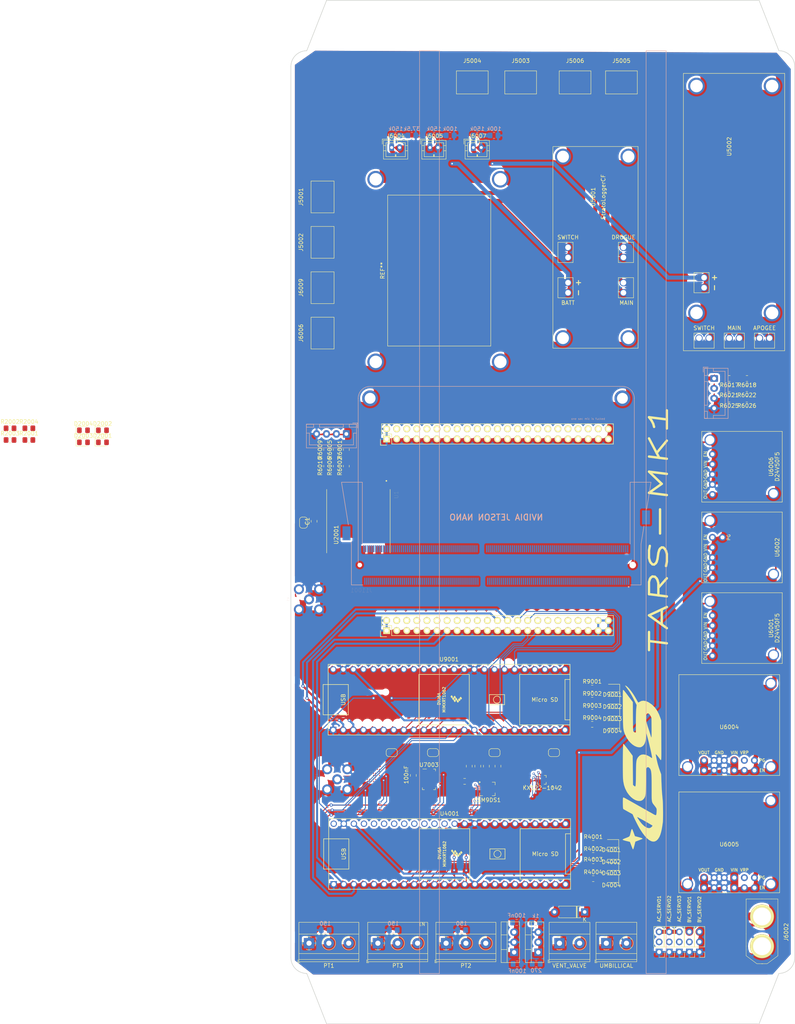
<source format=kicad_pcb>
(kicad_pcb (version 20171130) (host pcbnew "(5.1.7)-1")
  (layers (0 F.Cu signal) (31 B.Cu signal) (34 B.Paste user) (35 F.Paste user) (36 B.SilkS user) (37 F.SilkS user) (38 B.Mask user) (39 F.Mask user) (44 Edge.Cuts user))
  (net 0 "")
  (net 1 "Net-(D3001-Pad2)")
  (net 2 6V_HYBRID_SERVO0)
  (net 3 HYBRID_SERVO1)
  (net 4 GND)
  (net 5 6V_HYBRID_SERVO1)
  (net 6 HYBRID_SERVO2)
  (net 7 9V_PT_SUPPLY)
  (net 8 HYBRID_PT1)
  (net 9 HYBRID_PT2)
  (net 10 HYBRID_PT3)
  (net 11 "Net-(J6001-Pad3)")
  (net 12 "Net-(J6001-Pad2)")
  (net 13 "Net-(C6002-Pad1)")
  (net 14 "Net-(J6002-Pad2)")
  (net 15 "Net-(J6004-Pad2)")
  (net 16 "Net-(J6008-Pad3)")
  (net 17 "Net-(J6008-Pad2)")
  (net 18 "Net-(J6008-Pad1)")
  (net 19 "Net-(J11001-PadS1)")
  (net 20 "Net-(J11001-Pad260)")
  (net 21 "Net-(J11001-Pad259)")
  (net 22 "Net-(J11001-Pad258)")
  (net 23 "Net-(J11001-Pad257)")
  (net 24 "Net-(J11001-Pad256)")
  (net 25 "Net-(J11001-Pad255)")
  (net 26 "Net-(J11001-Pad254)")
  (net 27 "Net-(J11001-Pad253)")
  (net 28 "Net-(J11001-Pad252)")
  (net 29 "Net-(J11001-Pad251)")
  (net 30 "Net-(J11001-Pad250)")
  (net 31 "Net-(J11001-Pad249)")
  (net 32 "Net-(J11001-Pad248)")
  (net 33 "Net-(J11001-Pad247)")
  (net 34 "Net-(J11001-Pad246)")
  (net 35 "Net-(J11001-Pad245)")
  (net 36 "Net-(J11001-Pad244)")
  (net 37 "Net-(J11001-Pad243)")
  (net 38 "Net-(J11001-Pad242)")
  (net 39 "Net-(J11001-Pad241)")
  (net 40 "Net-(J11001-Pad240)")
  (net 41 "Net-(J11001-Pad239)")
  (net 42 "Net-(J11001-Pad238)")
  (net 43 "Net-(J11001-Pad237)")
  (net 44 "Net-(J11001-Pad236)")
  (net 45 "Net-(J11001-Pad235)")
  (net 46 "Net-(J11001-Pad234)")
  (net 47 "Net-(J11001-Pad233)")
  (net 48 "Net-(J11001-Pad232)")
  (net 49 "Net-(J11001-Pad231)")
  (net 50 "Net-(J11001-Pad230)")
  (net 51 "Net-(J11001-Pad229)")
  (net 52 "Net-(J11001-Pad228)")
  (net 53 "Net-(J11001-Pad227)")
  (net 54 "Net-(J11001-Pad226)")
  (net 55 "Net-(J11001-Pad225)")
  (net 56 "Net-(J11001-Pad224)")
  (net 57 "Net-(J11001-Pad223)")
  (net 58 "Net-(J11001-Pad222)")
  (net 59 "Net-(J11001-Pad221)")
  (net 60 "Net-(J11001-Pad220)")
  (net 61 "Net-(J11001-Pad219)")
  (net 62 "Net-(J11001-Pad218)")
  (net 63 "Net-(J11001-Pad217)")
  (net 64 "Net-(J11001-Pad216)")
  (net 65 "Net-(J11001-Pad215)")
  (net 66 "Net-(J11001-Pad214)")
  (net 67 "Net-(J11001-Pad213)")
  (net 68 "Net-(J11001-Pad212)")
  (net 69 "Net-(J11001-Pad211)")
  (net 70 "Net-(J11001-Pad210)")
  (net 71 "Net-(J11001-Pad209)")
  (net 72 "Net-(J11001-Pad208)")
  (net 73 "Net-(J11001-Pad207)")
  (net 74 "Net-(J11001-Pad206)")
  (net 75 "Net-(J11001-Pad205)")
  (net 76 "Net-(J11001-Pad204)")
  (net 77 "Net-(J11001-Pad203)")
  (net 78 "Net-(J11001-Pad202)")
  (net 79 "Net-(J11001-Pad201)")
  (net 80 "Net-(J11001-Pad200)")
  (net 81 "Net-(J11001-Pad199)")
  (net 82 "Net-(J11001-Pad198)")
  (net 83 "Net-(J11001-Pad197)")
  (net 84 "Net-(J11001-Pad196)")
  (net 85 "Net-(J11001-Pad195)")
  (net 86 "Net-(J11001-Pad194)")
  (net 87 "Net-(J11001-Pad193)")
  (net 88 "Net-(J11001-Pad192)")
  (net 89 "Net-(J11001-Pad191)")
  (net 90 "Net-(J11001-Pad190)")
  (net 91 "Net-(J11001-Pad189)")
  (net 92 "Net-(J11001-Pad188)")
  (net 93 "Net-(J11001-Pad187)")
  (net 94 "Net-(J11001-Pad186)")
  (net 95 "Net-(J11001-Pad185)")
  (net 96 "Net-(J11001-Pad184)")
  (net 97 "Net-(J11001-Pad183)")
  (net 98 "Net-(J11001-Pad182)")
  (net 99 "Net-(J11001-Pad181)")
  (net 100 "Net-(J11001-Pad180)")
  (net 101 "Net-(J11001-Pad179)")
  (net 102 "Net-(J11001-Pad178)")
  (net 103 "Net-(J11001-Pad177)")
  (net 104 "Net-(J11001-Pad176)")
  (net 105 "Net-(J11001-Pad175)")
  (net 106 "Net-(J11001-Pad174)")
  (net 107 "Net-(J11001-Pad173)")
  (net 108 "Net-(J11001-Pad172)")
  (net 109 "Net-(J11001-Pad171)")
  (net 110 "Net-(J11001-Pad170)")
  (net 111 "Net-(J11001-Pad169)")
  (net 112 "Net-(J11001-Pad168)")
  (net 113 "Net-(J11001-Pad167)")
  (net 114 "Net-(J11001-Pad166)")
  (net 115 "Net-(J11001-Pad165)")
  (net 116 "Net-(J11001-Pad164)")
  (net 117 "Net-(J11001-Pad163)")
  (net 118 "Net-(J11001-Pad162)")
  (net 119 "Net-(J11001-Pad161)")
  (net 120 "Net-(J11001-Pad160)")
  (net 121 "Net-(J11001-Pad159)")
  (net 122 "Net-(J11001-Pad158)")
  (net 123 "Net-(J11001-Pad157)")
  (net 124 "Net-(J11001-Pad156)")
  (net 125 "Net-(J11001-Pad155)")
  (net 126 "Net-(J11001-Pad154)")
  (net 127 "Net-(J11001-Pad153)")
  (net 128 "Net-(J11001-Pad152)")
  (net 129 "Net-(J11001-Pad151)")
  (net 130 "Net-(J11001-Pad150)")
  (net 131 "Net-(J11001-Pad149)")
  (net 132 "Net-(J11001-Pad148)")
  (net 133 "Net-(J11001-Pad147)")
  (net 134 "Net-(J11001-Pad146)")
  (net 135 "Net-(J11001-Pad145)")
  (net 136 "Net-(J11001-Pad144)")
  (net 137 "Net-(J11001-Pad143)")
  (net 138 "Net-(J11001-Pad142)")
  (net 139 "Net-(J11001-Pad141)")
  (net 140 "Net-(J11001-Pad140)")
  (net 141 "Net-(J11001-Pad139)")
  (net 142 "Net-(J11001-Pad138)")
  (net 143 "Net-(J11001-Pad137)")
  (net 144 "Net-(J11001-Pad136)")
  (net 145 "Net-(J11001-Pad135)")
  (net 146 "Net-(J11001-Pad134)")
  (net 147 "Net-(J11001-Pad133)")
  (net 148 "Net-(J11001-Pad132)")
  (net 149 "Net-(J11001-Pad131)")
  (net 150 "Net-(J11001-Pad130)")
  (net 151 "Net-(J11001-Pad129)")
  (net 152 "Net-(J11001-Pad128)")
  (net 153 "Net-(J11001-Pad127)")
  (net 154 "Net-(J11001-Pad126)")
  (net 155 "Net-(J11001-Pad125)")
  (net 156 "Net-(J11001-Pad124)")
  (net 157 "Net-(J11001-Pad123)")
  (net 158 "Net-(J11001-Pad122)")
  (net 159 "Net-(J11001-Pad121)")
  (net 160 "Net-(J11001-Pad120)")
  (net 161 "Net-(J11001-Pad119)")
  (net 162 "Net-(J11001-Pad118)")
  (net 163 "Net-(J11001-Pad117)")
  (net 164 "Net-(J11001-Pad116)")
  (net 165 "Net-(J11001-Pad115)")
  (net 166 "Net-(J11001-Pad114)")
  (net 167 "Net-(J11001-Pad113)")
  (net 168 "Net-(J11001-Pad112)")
  (net 169 "Net-(J11001-Pad111)")
  (net 170 "Net-(J11001-Pad110)")
  (net 171 "Net-(J11001-Pad109)")
  (net 172 "Net-(J11001-Pad108)")
  (net 173 "Net-(J11001-Pad107)")
  (net 174 "Net-(J11001-Pad106)")
  (net 175 "Net-(J11001-Pad105)")
  (net 176 "Net-(J11001-Pad104)")
  (net 177 "Net-(J11001-Pad103)")
  (net 178 "Net-(J11001-Pad102)")
  (net 179 "Net-(J11001-Pad101)")
  (net 180 "Net-(J11001-Pad100)")
  (net 181 "Net-(J11001-Pad99)")
  (net 182 "Net-(J11001-Pad98)")
  (net 183 "Net-(J11001-Pad97)")
  (net 184 "Net-(J11001-Pad96)")
  (net 185 "Net-(J11001-Pad95)")
  (net 186 "Net-(J11001-Pad94)")
  (net 187 "Net-(J11001-Pad93)")
  (net 188 "Net-(J11001-Pad92)")
  (net 189 "Net-(J11001-Pad91)")
  (net 190 "Net-(J11001-Pad90)")
  (net 191 "Net-(J11001-Pad89)")
  (net 192 "Net-(J11001-Pad88)")
  (net 193 "Net-(J11001-Pad87)")
  (net 194 "Net-(J11001-Pad86)")
  (net 195 "Net-(J11001-Pad85)")
  (net 196 "Net-(J11001-Pad84)")
  (net 197 "Net-(J11001-Pad83)")
  (net 198 "Net-(J11001-Pad82)")
  (net 199 "Net-(J11001-Pad81)")
  (net 200 "Net-(J11001-Pad80)")
  (net 201 "Net-(J11001-Pad79)")
  (net 202 "Net-(J11001-Pad78)")
  (net 203 "Net-(J11001-Pad77)")
  (net 204 "Net-(J11001-Pad76)")
  (net 205 "Net-(J11001-Pad75)")
  (net 206 "Net-(J11001-Pad74)")
  (net 207 "Net-(J11001-Pad73)")
  (net 208 "Net-(J11001-Pad72)")
  (net 209 "Net-(J11001-Pad71)")
  (net 210 "Net-(J11001-Pad70)")
  (net 211 "Net-(J11001-Pad69)")
  (net 212 "Net-(J11001-Pad68)")
  (net 213 "Net-(J11001-Pad67)")
  (net 214 "Net-(J11001-Pad66)")
  (net 215 "Net-(J11001-Pad65)")
  (net 216 "Net-(J11001-Pad64)")
  (net 217 "Net-(J11001-Pad63)")
  (net 218 "Net-(J11001-Pad62)")
  (net 219 "Net-(J11001-Pad61)")
  (net 220 "Net-(J11001-Pad60)")
  (net 221 "Net-(J11001-Pad59)")
  (net 222 "Net-(J11001-Pad58)")
  (net 223 "Net-(J11001-Pad57)")
  (net 224 "Net-(J11001-Pad56)")
  (net 225 "Net-(J11001-Pad55)")
  (net 226 "Net-(J11001-Pad54)")
  (net 227 "Net-(J11001-Pad53)")
  (net 228 "Net-(J11001-Pad52)")
  (net 229 "Net-(J11001-Pad51)")
  (net 230 "Net-(J11001-Pad50)")
  (net 231 "Net-(J11001-Pad49)")
  (net 232 "Net-(J11001-Pad48)")
  (net 233 "Net-(J11001-Pad47)")
  (net 234 "Net-(J11001-Pad46)")
  (net 235 "Net-(J11001-Pad45)")
  (net 236 "Net-(J11001-Pad44)")
  (net 237 "Net-(J11001-Pad43)")
  (net 238 "Net-(J11001-Pad42)")
  (net 239 "Net-(J11001-Pad41)")
  (net 240 "Net-(J11001-Pad40)")
  (net 241 "Net-(J11001-Pad39)")
  (net 242 "Net-(J11001-Pad38)")
  (net 243 "Net-(J11001-Pad37)")
  (net 244 "Net-(J11001-Pad36)")
  (net 245 "Net-(J11001-Pad35)")
  (net 246 "Net-(J11001-Pad34)")
  (net 247 "Net-(J11001-Pad33)")
  (net 248 "Net-(J11001-Pad32)")
  (net 249 "Net-(J11001-Pad31)")
  (net 250 "Net-(J11001-Pad30)")
  (net 251 "Net-(J11001-Pad29)")
  (net 252 "Net-(J11001-Pad28)")
  (net 253 "Net-(J11001-Pad27)")
  (net 254 "Net-(J11001-Pad26)")
  (net 255 "Net-(J11001-Pad25)")
  (net 256 "Net-(J11001-Pad24)")
  (net 257 "Net-(J11001-Pad23)")
  (net 258 "Net-(J11001-Pad22)")
  (net 259 "Net-(J11001-Pad21)")
  (net 260 "Net-(J11001-Pad20)")
  (net 261 "Net-(J11001-Pad19)")
  (net 262 "Net-(J11001-Pad18)")
  (net 263 "Net-(J11001-Pad17)")
  (net 264 "Net-(J11001-Pad16)")
  (net 265 "Net-(J11001-Pad15)")
  (net 266 "Net-(J11001-Pad14)")
  (net 267 "Net-(J11001-Pad13)")
  (net 268 "Net-(J11001-Pad12)")
  (net 269 "Net-(J11001-Pad11)")
  (net 270 "Net-(J11001-Pad10)")
  (net 271 "Net-(J11001-Pad9)")
  (net 272 "Net-(J11001-Pad8)")
  (net 273 "Net-(J11001-Pad7)")
  (net 274 "Net-(J11001-Pad6)")
  (net 275 "Net-(J11001-Pad5)")
  (net 276 "Net-(J11001-Pad4)")
  (net 277 "Net-(J11001-Pad3)")
  (net 278 "Net-(J11001-Pad2)")
  (net 279 "Net-(J11001-Pad1)")
  (net 280 "Net-(Q3001-Pad1)")
  (net 281 MCU_SPI1_MOSI)
  (net 282 MCU_SPI1_SCK)
  (net 283 IMU0_INT1)
  (net 284 3V3_MCU_SUPPLY)
  (net 285 MCU_SPI0_MISO)
  (net 286 IMU1_INT1)
  (net 287 GPS_EXTINT)
  (net 288 MCU_SPI0_CS36)
  (net 289 MCU_SPI0_CS37)
  (net 290 MCU_SPI1_MISO)
  (net 291 MCU_SPI0_MOSI)
  (net 292 MCU_SPI0_CS10)
  (net 293 MCU_SPI0_SCK)
  (net 294 MCU_I2C0_SDA)
  (net 295 MCU_I2C0_SCL)
  (net 296 HYBRID_VENT_TRIGGER)
  (net 297 "Net-(U2001-Pad57)")
  (net 298 "Net-(U2001-Pad63)")
  (net 299 "Net-(U2001-Pad54)")
  (net 300 "Net-(U2001-Pad80)")
  (net 301 "Net-(U2001-Pad81)")
  (net 302 "Net-(U2001-Pad56)")
  (net 303 "Net-(U2001-Pad82)")
  (net 304 "Net-(U2001-Pad83)")
  (net 305 "Net-(U2001-Pad84)")
  (net 306 "Net-(R2003-Pad1)")
  (net 307 "Net-(U2001-Pad74)")
  (net 308 "Net-(U2001-Pad75)")
  (net 309 "Net-(U2001-Pad65)")
  (net 310 "Net-(U2001-Pad55)")
  (net 311 "Net-(U2001-Pad52)")
  (net 312 "Net-(U2001-Pad53)")
  (net 313 "Net-(U2001-Pad70)")
  (net 314 "Net-(R2004-Pad1)")
  (net 315 "Net-(U2001-Pad92)")
  (net 316 "Net-(R2002-Pad1)")
  (net 317 "Net-(U2001-Pad71)")
  (net 318 "Net-(U2001-Pad61)")
  (net 319 "Net-(U2001-Pad78)")
  (net 320 "Net-(U2001-Pad79)")
  (net 321 "Net-(R2001-Pad1)")
  (net 322 "Net-(U2001-Pad72)")
  (net 323 "Net-(U2001-Pad67)")
  (net 324 "Net-(U2001-Pad73)")
  (net 325 "Net-(U2001-Pad85)")
  (net 326 "Net-(U2001-Pad86)")
  (net 327 "Net-(U2001-Pad87)")
  (net 328 "Net-(U2001-Pad88)")
  (net 329 "Net-(U2001-Pad89)")
  (net 330 "Net-(U2001-Pad90)")
  (net 331 "Net-(U2001-Pad91)")
  (net 332 "Net-(U2001-Pad76)")
  (net 333 "Net-(U2001-Pad77)")
  (net 334 "Net-(U2001-Pad69)")
  (net 335 "Net-(U2001-Pad59)")
  (net 336 "Net-(U2001-Pad49)")
  (net 337 "Net-(U2001-Pad50)")
  (net 338 "Net-(U2001-Pad51)")
  (net 339 "Net-(U2001-Pad68)")
  (net 340 "Net-(U2001-Pad66)")
  (net 341 "Net-(U2001-Pad41)")
  (net 342 "Net-(U2001-Pad40)")
  (net 343 BATT1_CELL1)
  (net 344 "Net-(U2001-Pad38)")
  (net 345 BATT1_CELL2)
  (net 346 "Net-(U2001-Pad36)")
  (net 347 BATT1_CELL3)
  (net 348 "Net-(U2001-Pad34)")
  (net 349 "Net-(U2001-Pad33)")
  (net 350 "Net-(U2001-Pad32)")
  (net 351 "Net-(U2001-Pad27)")
  (net 352 "Net-(U2001-Pad25)")
  (net 353 "Net-(U2001-Pad23)")
  (net 354 MPU_SPI0_SCLK)
  (net 355 MPU_SPI0_MOSI)
  (net 356 "Net-(U2001-Pad20)")
  (net 357 "Net-(U2001-Pad19)")
  (net 358 MPU_SPI0_MISO)
  (net 359 MPU_SPI0_CS0)
  (net 360 "Net-(U2001-Pad16)")
  (net 361 TLM_RESET)
  (net 362 "Net-(U2001-Pad14)")
  (net 363 "Net-(U2001-Pad12)")
  (net 364 "Net-(U2001-Pad10)")
  (net 365 "Net-(U2001-Pad9)")
  (net 366 "Net-(U2001-Pad8)")
  (net 367 "Net-(U2001-Pad7)")
  (net 368 5V_MPU_SUPPLY)
  (net 369 "Net-(U2001-Pad4)")
  (net 370 "Net-(U2001-Pad3)")
  (net 371 "Net-(U6001-Pad1)")
  (net 372 "Net-(U6006-Pad1)")
  (net 373 5V_AC_SERVO0)
  (net 374 "Net-(U7001-Pad13)")
  (net 375 "Net-(U7001-Pad12)")
  (net 376 "Net-(U7001-Pad10)")
  (net 377 "Net-(U7001-Pad9)")
  (net 378 "Net-(C7001-Pad2)")
  (net 379 "Net-(C7002-Pad1)")
  (net 380 "Net-(U7002-Pad11)")
  (net 381 "Net-(U7002-Pad6)")
  (net 382 "Net-(U7002-Pad4)")
  (net 383 "Net-(U8001-PadP$F6)")
  (net 384 "Net-(U8001-PadP$F4)")
  (net 385 "Net-(U8001-PadP$G5)")
  (net 386 "Net-(U8001-PadP$F3)")
  (net 387 "Net-(U8001-PadP$E3)")
  (net 388 "Net-(U8001-PadP$D3)")
  (net 389 "Net-(U8001-PadP$C6)")
  (net 390 "Net-(U8001-PadP$C5)")
  (net 391 "Net-(U8001-PadP$C4)")
  (net 392 "Net-(U8001-PadP$C3)")
  (net 393 "Net-(U8001-PadP$A4)")
  (net 394 "Net-(U8001-PadP$C1)")
  (net 395 "Net-(U8001-PadP$D1)")
  (net 396 "Net-(U8001-PadP$2E1)")
  (net 397 "Net-(U8001-PadP$F1)")
  (net 398 "Net-(U8001-PadP$J6)")
  (net 399 "Net-(U8001-PadP$J7)")
  (net 400 "Net-(U8001-PadP$J8)")
  (net 401 "Net-(U8001-PadP$G9)")
  (net 402 "Net-(U8001-PadP$F9)")
  (net 403 "Net-(U8001-PadP$E9)")
  (net 404 "Net-(U8001-PadP$A6)")
  (net 405 "Net-(U9001-Pad17)")
  (net 406 "Net-(U9001-Pad16)")
  (net 407 "Net-(U9001-Pad23)")
  (net 408 "Net-(U9001-Pad24)")
  (net 409 "Net-(U9001-Pad32)")
  (net 410 "Net-(U9001-Pad33)")
  (net 411 "Net-(R9004-Pad1)")
  (net 412 "Net-(R9003-Pad1)")
  (net 413 "Net-(R9002-Pad1)")
  (net 414 "Net-(R9001-Pad1)")
  (net 415 "Net-(U9001-Pad36)")
  (net 416 "Net-(U9001-Pad37)")
  (net 417 "Net-(U9001-Pad38)")
  (net 418 "Net-(U9001-Pad39)")
  (net 419 "Net-(U9001-Pad48)")
  (net 420 "Net-(U4001-Pad17)")
  (net 421 "Net-(U4001-Pad16)")
  (net 422 "Net-(U4001-Pad23)")
  (net 423 "Net-(U4001-Pad24)")
  (net 424 MCU_SPI0_CS34)
  (net 425 MCU_SPI1_CS35)
  (net 426 "Net-(U4001-Pad32)")
  (net 427 "Net-(U4001-Pad33)")
  (net 428 "Net-(R4004-Pad1)")
  (net 429 "Net-(R4003-Pad1)")
  (net 430 "Net-(R4002-Pad1)")
  (net 431 "Net-(R4001-Pad1)")
  (net 432 "Net-(U4001-Pad36)")
  (net 433 "Net-(U4001-Pad37)")
  (net 434 "Net-(U4001-Pad38)")
  (net 435 "Net-(U4001-Pad39)")
  (net 436 "Net-(U4001-Pad48)")
  (net 437 MCU_SPI0_CS35)
  (net 438 SL_PWR)
  (net 439 TM_PWR)
  (net 440 "Net-(J5001-Pad1)")
  (net 441 "Net-(J5002-Pad1)")
  (net 442 "Net-(J5003-Pad1)")
  (net 443 "Net-(J5004-Pad1)")
  (net 444 "Net-(J5005-Pad1)")
  (net 445 "Net-(J5006-Pad1)")
  (net 446 "Net-(J5001-Pad2)")
  (net 447 "Net-(J5002-Pad2)")
  (net 448 "Net-(J5003-Pad2)")
  (net 449 "Net-(J5004-Pad2)")
  (net 450 "Net-(J5005-Pad2)")
  (net 451 "Net-(J5006-Pad2)")
  (net 452 "Net-(J6001-Pad1)")
  (net 453 AC_SERVO0)
  (net 454 AC_SERVO1)
  (net 455 AC_SERVO2)
  (net 456 HYB_MCU_SPI1_CS1)
  (net 457 AC_MCU_SPI1_CS1)
  (net 458 AC_MCU_TX1)
  (net 459 AC_MCU_RX1)
  (net 460 HYB_MCU_RX1)
  (net 461 HYB_MCU_TX1)
  (net 462 "Net-(U1-Pad9)")
  (net 463 "Net-(U6004-Pad2)")
  (net 464 "Net-(U6004-Pad1)")
  (net 465 "Net-(U6004-Pad8)")
  (net 466 "Net-(U6004-Pad7)")
  (net 467 "Net-(U6005-Pad2)")
  (net 468 "Net-(U6005-Pad1)")
  (net 469 "Net-(U6005-Pad8)")
  (net 470 "Net-(U6005-Pad7)")
  (net 471 "Net-(J6009-Pad1)")
  (net 472 "Net-(D2001-Pad2)")
  (net 473 "Net-(D2002-Pad2)")
  (net 474 "Net-(D2003-Pad2)")
  (net 475 "Net-(D2004-Pad2)")
  (net 476 BATT4_CELL2)
  (net 477 BATT4_CELL1)
  (net 478 BATT3_CELL3)
  (net 479 BATT3_CELL2)
  (net 480 BATT5_CELL1)
  (net 481 BATT3_CELL1)
  (net 482 "Net-(U1-Pad16)")
  (net 483 "Net-(U1-Pad15)")
  (net 484 "Net-(U1-Pad14)")
  (net 485 "Net-(U1-Pad12)")
  (net 486 "Net-(U1-Pad11)")
  (net 487 "Net-(U1-Pad7)")
  (net 488 "Net-(C1-Pad1)")
  (net 489 "Net-(C7003-Pad1)")
  (net 490 "Net-(C7006-Pad1)")
  (net 491 "Net-(C7008-Pad2)")
  (net 492 "Net-(D4001-Pad2)")
  (net 493 "Net-(D4002-Pad2)")
  (net 494 "Net-(D4003-Pad2)")
  (net 495 "Net-(D4004-Pad2)")
  (net 496 "Net-(D9001-Pad2)")
  (net 497 "Net-(D9002-Pad2)")
  (net 498 "Net-(D9003-Pad2)")
  (net 499 "Net-(D9004-Pad2)")
  (net 500 "Net-(JP5-Pad2)")
  (net 501 "Net-(D3001-Pad1)")
  (net 502 "Net-(U6002-Pad6)")
  (net 503 "Net-(U6002-Pad1)")
  (module Teensy:Teensy41_bare (layer F.Cu) (at 239.878 203.449)
    (fp_text reference U9001 (at 0 -10.16) (layer F.SilkS))
    (fp_text value Teensy4.1_bare)
    (fp_text user USB (at -26.67 0 270) (layer F.SilkS))
    (fp_text user "Micro SD" (at 24.13 0) (layer F.SilkS))
    (fp_text user MIMXRT1062 (at -1.27 0 -90) (layer F.SilkS) (effects (font (size 0.7 0.7))))
    (fp_text user DVJ6A (at -2.54 -0.18 -90) (layer F.SilkS) (effects (font (size 0.7 0.7))))
    (pad 17 thru_hole circle (at 11.43 7.62) (size 1.6 1.6) (drill 1.1) (layers *.Cu *.Mask) (net 405 "Net-(U9001-Pad17)"))
    (pad 18 thru_hole circle (at 13.97 7.62) (size 1.6 1.6) (drill 1.1) (layers *.Cu *.Mask) (net 281 MCU_SPI1_MOSI))
    (pad 19 thru_hole circle (at 16.51 7.62) (size 1.6 1.6) (drill 1.1) (layers *.Cu *.Mask) (net 282 MCU_SPI1_SCK))
    (pad 20 thru_hole circle (at 19.05 7.62) (size 1.6 1.6) (drill 1.1) (layers *.Cu *.Mask) (net 283 IMU0_INT1))
    (pad 16 thru_hole circle (at 8.89 7.62) (size 1.6 1.6) (drill 1.1) (layers *.Cu *.Mask) (net 406 "Net-(U9001-Pad16)"))
    (pad 15 thru_hole circle (at 6.35 7.62) (size 1.6 1.6) (drill 1.1) (layers *.Cu *.Mask) (net 284 3V3_MCU_SUPPLY))
    (pad 14 thru_hole circle (at 3.81 7.62) (size 1.6 1.6) (drill 1.1) (layers *.Cu *.Mask) (net 285 MCU_SPI0_MISO))
    (pad 21 thru_hole circle (at 21.59 7.62) (size 1.6 1.6) (drill 1.1) (layers *.Cu *.Mask) (net 286 IMU1_INT1))
    (pad 22 thru_hole circle (at 24.13 7.62) (size 1.6 1.6) (drill 1.1) (layers *.Cu *.Mask) (net 287 GPS_EXTINT))
    (pad 23 thru_hole circle (at 26.67 7.62) (size 1.6 1.6) (drill 1.1) (layers *.Cu *.Mask) (net 407 "Net-(U9001-Pad23)"))
    (pad 24 thru_hole circle (at 29.21 7.62) (size 1.6 1.6) (drill 1.1) (layers *.Cu *.Mask) (net 408 "Net-(U9001-Pad24)"))
    (pad 25 thru_hole circle (at 29.21 -7.62) (size 1.6 1.6) (drill 1.1) (layers *.Cu *.Mask) (net 455 AC_SERVO2))
    (pad 26 thru_hole circle (at 26.67 -7.62) (size 1.6 1.6) (drill 1.1) (layers *.Cu *.Mask) (net 424 MCU_SPI0_CS34))
    (pad 27 thru_hole circle (at 24.13 -7.62) (size 1.6 1.6) (drill 1.1) (layers *.Cu *.Mask) (net 425 MCU_SPI1_CS35))
    (pad 28 thru_hole circle (at 21.59 -7.62) (size 1.6 1.6) (drill 1.1) (layers *.Cu *.Mask) (net 288 MCU_SPI0_CS36))
    (pad 29 thru_hole circle (at 19.05 -7.62) (size 1.6 1.6) (drill 1.1) (layers *.Cu *.Mask) (net 289 MCU_SPI0_CS37))
    (pad 30 thru_hole circle (at 16.51 -7.62) (size 1.6 1.6) (drill 1.1) (layers *.Cu *.Mask) (net 457 AC_MCU_SPI1_CS1))
    (pad 31 thru_hole circle (at 13.97 -7.62) (size 1.6 1.6) (drill 1.1) (layers *.Cu *.Mask) (net 290 MCU_SPI1_MISO))
    (pad 32 thru_hole circle (at 11.43 -7.62) (size 1.6 1.6) (drill 1.1) (layers *.Cu *.Mask) (net 409 "Net-(U9001-Pad32)"))
    (pad 33 thru_hole circle (at 8.89 -7.62) (size 1.6 1.6) (drill 1.1) (layers *.Cu *.Mask) (net 410 "Net-(U9001-Pad33)"))
    (pad 34 thru_hole circle (at 6.35 -7.62) (size 1.6 1.6) (drill 1.1) (layers *.Cu *.Mask) (net 4 GND))
    (pad 13 thru_hole circle (at 1.27 7.62) (size 1.6 1.6) (drill 1.1) (layers *.Cu *.Mask) (net 291 MCU_SPI0_MOSI))
    (pad 12 thru_hole circle (at -1.27 7.62) (size 1.6 1.6) (drill 1.1) (layers *.Cu *.Mask) (net 292 MCU_SPI0_CS10))
    (pad 11 thru_hole circle (at -3.81 7.62) (size 1.6 1.6) (drill 1.1) (layers *.Cu *.Mask) (net 411 "Net-(R9004-Pad1)"))
    (pad 10 thru_hole circle (at -6.35 7.62) (size 1.6 1.6) (drill 1.1) (layers *.Cu *.Mask) (net 412 "Net-(R9003-Pad1)"))
    (pad 9 thru_hole circle (at -8.89 7.62) (size 1.6 1.6) (drill 1.1) (layers *.Cu *.Mask) (net 413 "Net-(R9002-Pad1)"))
    (pad 8 thru_hole circle (at -11.43 7.62) (size 1.6 1.6) (drill 1.1) (layers *.Cu *.Mask) (net 414 "Net-(R9001-Pad1)"))
    (pad 7 thru_hole circle (at -13.97 7.62) (size 1.6 1.6) (drill 1.1) (layers *.Cu *.Mask) (net 454 AC_SERVO1))
    (pad 6 thru_hole circle (at -16.51 7.62) (size 1.6 1.6) (drill 1.1) (layers *.Cu *.Mask) (net 453 AC_SERVO0))
    (pad 5 thru_hole circle (at -19.05 7.62) (size 1.6 1.6) (drill 1.1) (layers *.Cu *.Mask) (net 6 HYBRID_SERVO2))
    (pad 4 thru_hole circle (at -21.59 7.62) (size 1.6 1.6) (drill 1.1) (layers *.Cu *.Mask) (net 3 HYBRID_SERVO1))
    (pad 3 thru_hole circle (at -24.13 7.62) (size 1.6 1.6) (drill 1.1) (layers *.Cu *.Mask) (net 458 AC_MCU_TX1))
    (pad 2 thru_hole circle (at -26.67 7.62) (size 1.6 1.6) (drill 1.1) (layers *.Cu *.Mask) (net 459 AC_MCU_RX1))
    (pad 1 thru_hole rect (at -29.21 7.62) (size 1.6 1.6) (drill 1.1) (layers *.Cu *.Mask) (net 4 GND))
    (pad 35 thru_hole circle (at 3.81 -7.62) (size 1.6 1.6) (drill 1.1) (layers *.Cu *.Mask) (net 293 MCU_SPI0_SCK))
    (pad 36 thru_hole circle (at 1.27 -7.62) (size 1.6 1.6) (drill 1.1) (layers *.Cu *.Mask) (net 415 "Net-(U9001-Pad36)"))
    (pad 37 thru_hole circle (at -1.27 -7.62) (size 1.6 1.6) (drill 1.1) (layers *.Cu *.Mask) (net 416 "Net-(U9001-Pad37)"))
    (pad 38 thru_hole circle (at -3.81 -7.62) (size 1.6 1.6) (drill 1.1) (layers *.Cu *.Mask) (net 417 "Net-(U9001-Pad38)"))
    (pad 39 thru_hole circle (at -6.35 -7.62) (size 1.6 1.6) (drill 1.1) (layers *.Cu *.Mask) (net 418 "Net-(U9001-Pad39)"))
    (pad 40 thru_hole circle (at -8.89 -7.62) (size 1.6 1.6) (drill 1.1) (layers *.Cu *.Mask) (net 294 MCU_I2C0_SDA))
    (pad 41 thru_hole circle (at -11.43 -7.62) (size 1.6 1.6) (drill 1.1) (layers *.Cu *.Mask) (net 295 MCU_I2C0_SCL))
    (pad 42 thru_hole circle (at -13.97 -7.62) (size 1.6 1.6) (drill 1.1) (layers *.Cu *.Mask) (net 8 HYBRID_PT1))
    (pad 43 thru_hole circle (at -16.51 -7.62) (size 1.6 1.6) (drill 1.1) (layers *.Cu *.Mask) (net 9 HYBRID_PT2))
    (pad 44 thru_hole circle (at -19.05 -7.62) (size 1.6 1.6) (drill 1.1) (layers *.Cu *.Mask) (net 10 HYBRID_PT3))
    (pad 45 thru_hole circle (at -21.59 -7.62) (size 1.6 1.6) (drill 1.1) (layers *.Cu *.Mask) (net 296 HYBRID_VENT_TRIGGER))
    (pad 46 thru_hole circle (at -24.13 -7.62) (size 1.6 1.6) (drill 1.1) (layers *.Cu *.Mask) (net 284 3V3_MCU_SUPPLY))
    (pad 47 thru_hole circle (at -26.67 -7.62) (size 1.6 1.6) (drill 1.1) (layers *.Cu *.Mask) (net 4 GND))
    (pad 48 thru_hole circle (at -29.21 -7.62) (size 1.6 1.6) (drill 1.1) (layers *.Cu *.Mask) (net 419 "Net-(U9001-Pad48)"))
  )
  (module TerminalBlock_Phoenix:TerminalBlock_Phoenix_MKDS-1,5-2-5.08_1x02_P5.08mm_Horizontal (layer F.Cu) (at 279.502 264.79)
    (fp_text reference J3007 hide)
    (fp_text value UMBILLICAL (at 2.54 5.66) (layer F.SilkS))
    (pad 2 thru_hole circle (at 5.08 0) (size 2.6 2.6) (drill 1.3) (layers *.Cu *.Mask) (net 4 GND))
    (pad 1 thru_hole rect (at 0 0) (size 2.6 2.6) (drill 1.3) (layers *.Cu *.Mask) (net 501 "Net-(D3001-Pad1)"))
  )
  (module Resistor_SMD:R_0805_2012Metric_Pad1.20x1.40mm_HandSolder (layer F.Cu) (at 275.946 209.672)
    (fp_text reference R9004 (at 0 -1.65) (layer F.SilkS))
    (fp_text value 470)
    (pad 2 smd roundrect (at 1 0) (size 1.2 1.4) (layers F.Cu F.Paste F.Mask) (roundrect_rratio 0.208333) (net 499 "Net-(D9004-Pad2)"))
    (pad 1 smd roundrect (at -1 0) (size 1.2 1.4) (layers F.Cu F.Paste F.Mask) (roundrect_rratio 0.208333) (net 411 "Net-(R9004-Pad1)"))
  )
  (module Resistor_SMD:R_0805_2012Metric_Pad1.20x1.40mm_HandSolder (layer F.Cu) (at 275.946 206.624)
    (fp_text reference R9003 (at 0 -1.65) (layer F.SilkS))
    (fp_text value 470)
    (pad 2 smd roundrect (at 1 0) (size 1.2 1.4) (layers F.Cu F.Paste F.Mask) (roundrect_rratio 0.208333) (net 498 "Net-(D9003-Pad2)"))
    (pad 1 smd roundrect (at -1 0) (size 1.2 1.4) (layers F.Cu F.Paste F.Mask) (roundrect_rratio 0.208333) (net 412 "Net-(R9003-Pad1)"))
  )
  (module Resistor_SMD:R_0805_2012Metric_Pad1.20x1.40mm_HandSolder (layer F.Cu) (at 275.946 203.576)
    (fp_text reference R9002 (at 0 -1.65) (layer F.SilkS))
    (fp_text value 470)
    (pad 2 smd roundrect (at 1 0) (size 1.2 1.4) (layers F.Cu F.Paste F.Mask) (roundrect_rratio 0.208333) (net 497 "Net-(D9002-Pad2)"))
    (pad 1 smd roundrect (at -1 0) (size 1.2 1.4) (layers F.Cu F.Paste F.Mask) (roundrect_rratio 0.208333) (net 413 "Net-(R9002-Pad1)"))
  )
  (module Resistor_SMD:R_0805_2012Metric_Pad1.20x1.40mm_HandSolder (layer F.Cu) (at 275.946 200.528)
    (fp_text reference R9001 (at 0 -1.65) (layer F.SilkS))
    (fp_text value 470)
    (pad 2 smd roundrect (at 1 0) (size 1.2 1.4) (layers F.Cu F.Paste F.Mask) (roundrect_rratio 0.208333) (net 496 "Net-(D9001-Pad2)"))
    (pad 1 smd roundrect (at -1 0) (size 1.2 1.4) (layers F.Cu F.Paste F.Mask) (roundrect_rratio 0.208333) (net 414 "Net-(R9001-Pad1)"))
  )
  (module Resistor_SMD:R_0805_2012Metric_Pad1.20x1.40mm_HandSolder (layer F.Cu) (at 276.2 248.534)
    (fp_text reference R4004 (at 0 -1.65) (layer F.SilkS))
    (fp_text value 470)
    (pad 2 smd roundrect (at 1 0) (size 1.2 1.4) (layers F.Cu F.Paste F.Mask) (roundrect_rratio 0.208333) (net 495 "Net-(D4004-Pad2)"))
    (pad 1 smd roundrect (at -1 0) (size 1.2 1.4) (layers F.Cu F.Paste F.Mask) (roundrect_rratio 0.208333) (net 428 "Net-(R4004-Pad1)"))
  )
  (module Resistor_SMD:R_0805_2012Metric_Pad1.20x1.40mm_HandSolder (layer F.Cu) (at 276.2 245.486)
    (fp_text reference R4003 (at 0 -1.778) (layer F.SilkS))
    (fp_text value 470)
    (pad 2 smd roundrect (at 1 0) (size 1.2 1.4) (layers F.Cu F.Paste F.Mask) (roundrect_rratio 0.208333) (net 494 "Net-(D4003-Pad2)"))
    (pad 1 smd roundrect (at -1 0) (size 1.2 1.4) (layers F.Cu F.Paste F.Mask) (roundrect_rratio 0.208333) (net 429 "Net-(R4003-Pad1)"))
  )
  (module Resistor_SMD:R_0805_2012Metric_Pad1.20x1.40mm_HandSolder (layer F.Cu) (at 276.2 242.692)
    (fp_text reference R4002 (at 0 -1.65) (layer F.SilkS))
    (fp_text value 470)
    (pad 2 smd roundrect (at 1 0) (size 1.2 1.4) (layers F.Cu F.Paste F.Mask) (roundrect_rratio 0.208333) (net 493 "Net-(D4002-Pad2)"))
    (pad 1 smd roundrect (at -1 0) (size 1.2 1.4) (layers F.Cu F.Paste F.Mask) (roundrect_rratio 0.208333) (net 430 "Net-(R4002-Pad1)"))
  )
  (module Resistor_SMD:R_0805_2012Metric_Pad1.20x1.40mm_HandSolder (layer F.Cu) (at 276.2 239.644)
    (fp_text reference R4001 (at 0 -1.65) (layer F.SilkS))
    (fp_text value 470)
    (pad 2 smd roundrect (at 1 0) (size 1.2 1.4) (layers F.Cu F.Paste F.Mask) (roundrect_rratio 0.208333) (net 492 "Net-(D4001-Pad2)"))
    (pad 1 smd roundrect (at -1 0) (size 1.2 1.4) (layers F.Cu F.Paste F.Mask) (roundrect_rratio 0.208333) (net 431 "Net-(R4001-Pad1)"))
  )
  (module Jumper:SolderJumper-2_P1.3mm_Bridged_RoundedPad1.0x1.5mm (layer F.Cu) (at 203.175 158.857 90)
    (fp_text reference JP6 hide)
    (fp_text value Jumper_NC_Small hide)
    (fp_poly (pts (xy 0.25 -0.3) (xy -0.25 -0.3) (xy -0.25 0.3) (xy 0.25 0.3)) (layer F.Cu) (width 0))
    (pad 1 smd custom (at -0.65 0 90) (size 1 0.5) (layers F.Cu F.Mask) (net 488 "Net-(C1-Pad1)") (options (clearance outline) (anchor rect)) (primitives (gr_circle (center 0 0.25) (end 0.5 0.25) (width 0)) (gr_circle (center 0 -0.25) (end 0.5 -0.25) (width 0)) (gr_poly (pts (xy 0 -0.75) (xy 0.5 -0.75) (xy 0.5 0.75) (xy 0 0.75)) (width 0))))
    (pad 2 smd custom (at 0.65 0 90) (size 1 0.5) (layers F.Cu F.Mask) (net 284 3V3_MCU_SUPPLY) (options (clearance outline) (anchor rect)) (primitives (gr_circle (center 0 0.25) (end 0.5 0.25) (width 0)) (gr_circle (center 0 -0.25) (end 0.5 -0.25) (width 0)) (gr_poly (pts (xy 0 -0.75) (xy -0.5 -0.75) (xy -0.5 0.75) (xy 0 0.75)) (width 0))))
  )
  (module Jumper:SolderJumper-2_P1.3mm_Bridged_RoundedPad1.0x1.5mm (layer F.Cu) (at 225.415 216.784 180)
    (fp_text reference JP5 hide)
    (fp_text value Jumper_NC_Small hide)
    (fp_poly (pts (xy 0.25 -0.3) (xy -0.25 -0.3) (xy -0.25 0.3) (xy 0.25 0.3)) (layer F.Cu) (width 0))
    (pad 1 smd custom (at -0.65 0 180) (size 1 0.5) (layers F.Cu F.Mask) (net 284 3V3_MCU_SUPPLY) (options (clearance outline) (anchor rect)) (primitives (gr_circle (center 0 0.25) (end 0.5 0.25) (width 0)) (gr_circle (center 0 -0.25) (end 0.5 -0.25) (width 0)) (gr_poly (pts (xy 0 -0.75) (xy 0.5 -0.75) (xy 0.5 0.75) (xy 0 0.75)) (width 0))))
    (pad 2 smd custom (at 0.65 0 180) (size 1 0.5) (layers F.Cu F.Mask) (net 500 "Net-(JP5-Pad2)") (options (clearance outline) (anchor rect)) (primitives (gr_circle (center 0 0.25) (end 0.5 0.25) (width 0)) (gr_circle (center 0 -0.25) (end 0.5 -0.25) (width 0)) (gr_poly (pts (xy 0 -0.75) (xy -0.5 -0.75) (xy -0.5 0.75) (xy 0 0.75)) (width 0))))
  )
  (module Jumper:SolderJumper-2_P1.3mm_Bridged_RoundedPad1.0x1.5mm (layer F.Cu) (at 235.829 216.784 180)
    (fp_text reference JP4 hide)
    (fp_text value Jumper_NC_Small hide)
    (fp_poly (pts (xy 0.25 -0.3) (xy -0.25 -0.3) (xy -0.25 0.3) (xy 0.25 0.3)) (layer F.Cu) (width 0))
    (pad 1 smd custom (at -0.65 0 180) (size 1 0.5) (layers F.Cu F.Mask) (net 284 3V3_MCU_SUPPLY) (options (clearance outline) (anchor rect)) (primitives (gr_circle (center 0 0.25) (end 0.5 0.25) (width 0)) (gr_circle (center 0 -0.25) (end 0.5 -0.25) (width 0)) (gr_poly (pts (xy 0 -0.75) (xy 0.5 -0.75) (xy 0.5 0.75) (xy 0 0.75)) (width 0))))
    (pad 2 smd custom (at 0.65 0 180) (size 1 0.5) (layers F.Cu F.Mask) (net 491 "Net-(C7008-Pad2)") (options (clearance outline) (anchor rect)) (primitives (gr_circle (center 0 0.25) (end 0.5 0.25) (width 0)) (gr_circle (center 0 -0.25) (end 0.5 -0.25) (width 0)) (gr_poly (pts (xy 0 -0.75) (xy -0.5 -0.75) (xy -0.5 0.75) (xy 0 0.75)) (width 0))))
  )
  (module Jumper:SolderJumper-2_P1.3mm_Bridged_RoundedPad1.0x1.5mm (layer F.Cu) (at 266.309 216.784 180)
    (fp_text reference JP3 hide)
    (fp_text value Jumper_NC_Small hide)
    (fp_poly (pts (xy 0.25 -0.3) (xy -0.25 -0.3) (xy -0.25 0.3) (xy 0.25 0.3)) (layer F.Cu) (width 0))
    (pad 1 smd custom (at -0.65 0 180) (size 1 0.5) (layers F.Cu F.Mask) (net 284 3V3_MCU_SUPPLY) (options (clearance outline) (anchor rect)) (primitives (gr_circle (center 0 0.25) (end 0.5 0.25) (width 0)) (gr_circle (center 0 -0.25) (end 0.5 -0.25) (width 0)) (gr_poly (pts (xy 0 -0.75) (xy 0.5 -0.75) (xy 0.5 0.75) (xy 0 0.75)) (width 0))))
    (pad 2 smd custom (at 0.65 0 180) (size 1 0.5) (layers F.Cu F.Mask) (net 490 "Net-(C7006-Pad1)") (options (clearance outline) (anchor rect)) (primitives (gr_circle (center 0 0.25) (end 0.5 0.25) (width 0)) (gr_circle (center 0 -0.25) (end 0.5 -0.25) (width 0)) (gr_poly (pts (xy 0 -0.75) (xy -0.5 -0.75) (xy -0.5 0.75) (xy 0 0.75)) (width 0))))
  )
  (module Jumper:SolderJumper-2_P1.3mm_Bridged_RoundedPad1.0x1.5mm (layer F.Cu) (at 251.323 216.784 180)
    (fp_text reference JP2 hide)
    (fp_text value Jumper_NC_Small hide)
    (fp_poly (pts (xy 0.25 -0.3) (xy -0.25 -0.3) (xy -0.25 0.3) (xy 0.25 0.3)) (layer F.Cu) (width 0))
    (pad 1 smd custom (at -0.65 0 180) (size 1 0.5) (layers F.Cu F.Mask) (net 284 3V3_MCU_SUPPLY) (options (clearance outline) (anchor rect)) (primitives (gr_circle (center 0 0.25) (end 0.5 0.25) (width 0)) (gr_circle (center 0 -0.25) (end 0.5 -0.25) (width 0)) (gr_poly (pts (xy 0 -0.75) (xy 0.5 -0.75) (xy 0.5 0.75) (xy 0 0.75)) (width 0))))
    (pad 2 smd custom (at 0.65 0 180) (size 1 0.5) (layers F.Cu F.Mask) (net 489 "Net-(C7003-Pad1)") (options (clearance outline) (anchor rect)) (primitives (gr_circle (center 0 0.25) (end 0.5 0.25) (width 0)) (gr_circle (center 0 -0.25) (end 0.5 -0.25) (width 0)) (gr_poly (pts (xy 0 -0.75) (xy -0.5 -0.75) (xy -0.5 0.75) (xy 0 0.75)) (width 0))))
  )
  (module LED_SMD:LED_0805_2012Metric_Pad1.15x1.40mm_HandSolder (layer F.Cu) (at 281.026 209.672 180)
    (fp_text reference D9004 (at 0 -1.65) (layer F.SilkS))
    (fp_text value LED)
    (pad 2 smd roundrect (at 1.025 0 180) (size 1.15 1.4) (layers F.Cu F.Paste F.Mask) (roundrect_rratio 0.217391) (net 499 "Net-(D9004-Pad2)"))
    (pad 1 smd roundrect (at -1.025 0 180) (size 1.15 1.4) (layers F.Cu F.Paste F.Mask) (roundrect_rratio 0.217391) (net 4 GND))
  )
  (module LED_SMD:LED_0805_2012Metric_Pad1.15x1.40mm_HandSolder (layer F.Cu) (at 281.026 206.624 180)
    (fp_text reference D9003 (at 0 -1.65) (layer F.SilkS))
    (fp_text value LED)
    (pad 2 smd roundrect (at 1.025 0 180) (size 1.15 1.4) (layers F.Cu F.Paste F.Mask) (roundrect_rratio 0.217391) (net 498 "Net-(D9003-Pad2)"))
    (pad 1 smd roundrect (at -1.025 0 180) (size 1.15 1.4) (layers F.Cu F.Paste F.Mask) (roundrect_rratio 0.217391) (net 4 GND))
  )
  (module LED_SMD:LED_0805_2012Metric_Pad1.15x1.40mm_HandSolder (layer F.Cu) (at 281.026 203.576 180)
    (fp_text reference D9002 (at 0 -1.65) (layer F.SilkS))
    (fp_text value LED)
    (pad 2 smd roundrect (at 1.025 0 180) (size 1.15 1.4) (layers F.Cu F.Paste F.Mask) (roundrect_rratio 0.217391) (net 497 "Net-(D9002-Pad2)"))
    (pad 1 smd roundrect (at -1.025 0 180) (size 1.15 1.4) (layers F.Cu F.Paste F.Mask) (roundrect_rratio 0.217391) (net 4 GND))
  )
  (module LED_SMD:LED_0805_2012Metric_Pad1.15x1.40mm_HandSolder (layer F.Cu) (at 281.026 200.528 180)
    (fp_text reference D9001 (at 0 -1.65) (layer F.SilkS))
    (fp_text value LED)
    (pad 2 smd roundrect (at 1.025 0 180) (size 1.15 1.4) (layers F.Cu F.Paste F.Mask) (roundrect_rratio 0.217391) (net 496 "Net-(D9001-Pad2)"))
    (pad 1 smd roundrect (at -1.025 0 180) (size 1.15 1.4) (layers F.Cu F.Paste F.Mask) (roundrect_rratio 0.217391) (net 4 GND))
  )
  (module LED_SMD:LED_0805_2012Metric_Pad1.15x1.40mm_HandSolder (layer F.Cu) (at 280.772 248.534 180)
    (fp_text reference D4004 (at 0 -1.65) (layer F.SilkS))
    (fp_text value LED)
    (pad 2 smd roundrect (at 1.025 0 180) (size 1.15 1.4) (layers F.Cu F.Paste F.Mask) (roundrect_rratio 0.217391) (net 495 "Net-(D4004-Pad2)"))
    (pad 1 smd roundrect (at -1.025 0 180) (size 1.15 1.4) (layers F.Cu F.Paste F.Mask) (roundrect_rratio 0.217391) (net 4 GND))
  )
  (module LED_SMD:LED_0805_2012Metric_Pad1.15x1.40mm_HandSolder (layer F.Cu) (at 280.772 245.486 180)
    (fp_text reference D4003 (at 0 -1.65) (layer F.SilkS))
    (fp_text value LED)
    (pad 2 smd roundrect (at 1.025 0 180) (size 1.15 1.4) (layers F.Cu F.Paste F.Mask) (roundrect_rratio 0.217391) (net 494 "Net-(D4003-Pad2)"))
    (pad 1 smd roundrect (at -1.025 0 180) (size 1.15 1.4) (layers F.Cu F.Paste F.Mask) (roundrect_rratio 0.217391) (net 4 GND))
  )
  (module LED_SMD:LED_0805_2012Metric_Pad1.15x1.40mm_HandSolder (layer F.Cu) (at 280.772 242.692 180)
    (fp_text reference D4002 (at 0 -1.65) (layer F.SilkS))
    (fp_text value LED)
    (pad 2 smd roundrect (at 1.025 0 180) (size 1.15 1.4) (layers F.Cu F.Paste F.Mask) (roundrect_rratio 0.217391) (net 493 "Net-(D4002-Pad2)"))
    (pad 1 smd roundrect (at -1.025 0 180) (size 1.15 1.4) (layers F.Cu F.Paste F.Mask) (roundrect_rratio 0.217391) (net 4 GND))
  )
  (module LED_SMD:LED_0805_2012Metric_Pad1.15x1.40mm_HandSolder (layer F.Cu) (at 280.772 239.644 180)
    (fp_text reference D4001 (at 0 -1.65) (layer F.SilkS))
    (fp_text value LED)
    (pad 2 smd roundrect (at 1.025 0 180) (size 1.15 1.4) (layers F.Cu F.Paste F.Mask) (roundrect_rratio 0.217391) (net 492 "Net-(D4001-Pad2)"))
    (pad 1 smd roundrect (at -1.025 0 180) (size 1.15 1.4) (layers F.Cu F.Paste F.Mask) (roundrect_rratio 0.217391) (net 4 GND))
  )
  (module Diode_THT:D_A-405_P7.62mm_Horizontal (layer F.Cu) (at 274.041 256.916 180)
    (fp_text reference D3001 hide)
    (fp_text value D)
    (fp_text user K (at 0 -1.9) (layer F.SilkS))
    (pad 2 thru_hole oval (at 7.62 0 180) (size 1.8 1.8) (drill 0.9) (layers *.Cu *.Mask) (net 1 "Net-(D3001-Pad2)"))
    (pad 1 thru_hole rect (at 0 0 180) (size 1.8 1.8) (drill 0.9) (layers *.Cu *.Mask) (net 501 "Net-(D3001-Pad1)"))
  )
  (module LED_SMD:LED_0805_2012Metric_Pad1.15x1.40mm_HandSolder (layer F.Cu) (at 147.715 135.591)
    (fp_text reference D2004 (at 0 -1.65) (layer F.SilkS))
    (fp_text value LED)
    (pad 2 smd roundrect (at 1.025 0) (size 1.15 1.4) (layers F.Cu F.Paste F.Mask) (roundrect_rratio 0.217391) (net 475 "Net-(D2004-Pad2)"))
    (pad 1 smd roundrect (at -1.025 0) (size 1.15 1.4) (layers F.Cu F.Paste F.Mask) (roundrect_rratio 0.217391) (net 4 GND))
  )
  (module LED_SMD:LED_0805_2012Metric_Pad1.15x1.40mm_HandSolder (layer F.Cu) (at 147.715 138.631)
    (fp_text reference D2003 (at 0 -1.65) (layer F.SilkS))
    (fp_text value LED)
    (pad 2 smd roundrect (at 1.025 0) (size 1.15 1.4) (layers F.Cu F.Paste F.Mask) (roundrect_rratio 0.217391) (net 474 "Net-(D2003-Pad2)"))
    (pad 1 smd roundrect (at -1.025 0) (size 1.15 1.4) (layers F.Cu F.Paste F.Mask) (roundrect_rratio 0.217391) (net 4 GND))
  )
  (module LED_SMD:LED_0805_2012Metric_Pad1.15x1.40mm_HandSolder (layer F.Cu) (at 152.505 135.591)
    (fp_text reference D2002 (at 0 -1.65) (layer F.SilkS))
    (fp_text value LED)
    (pad 2 smd roundrect (at 1.025 0) (size 1.15 1.4) (layers F.Cu F.Paste F.Mask) (roundrect_rratio 0.217391) (net 473 "Net-(D2002-Pad2)"))
    (pad 1 smd roundrect (at -1.025 0) (size 1.15 1.4) (layers F.Cu F.Paste F.Mask) (roundrect_rratio 0.217391) (net 4 GND))
  )
  (module LED_SMD:LED_0805_2012Metric_Pad1.15x1.40mm_HandSolder (layer F.Cu) (at 152.505 138.631)
    (fp_text reference D2001 (at 0 -1.65) (layer F.SilkS))
    (fp_text value LED)
    (pad 2 smd roundrect (at 1.025 0) (size 1.15 1.4) (layers F.Cu F.Paste F.Mask) (roundrect_rratio 0.217391) (net 472 "Net-(D2001-Pad2)"))
    (pad 1 smd roundrect (at -1.025 0) (size 1.15 1.4) (layers F.Cu F.Paste F.Mask) (roundrect_rratio 0.217391) (net 4 GND))
  )
  (module Capacitor_SMD:C_0805_2012Metric_Pad1.18x1.45mm_HandSolder (layer F.Cu) (at 230.861 222.5205 90)
    (fp_text reference C7008 hide)
    (fp_text value 100nF (at 0.1485 -1.778 90) (layer F.SilkS))
    (pad 2 smd roundrect (at 1.0375 0 90) (size 1.175 1.45) (layers F.Cu F.Paste F.Mask) (roundrect_rratio 0.212766) (net 491 "Net-(C7008-Pad2)"))
    (pad 1 smd roundrect (at -1.0375 0 90) (size 1.175 1.45) (layers F.Cu F.Paste F.Mask) (roundrect_rratio 0.212766) (net 4 GND))
  )
  (module Capacitor_SMD:C_0805_2012Metric_Pad1.18x1.45mm_HandSolder (layer F.Cu) (at 266.675 225.4415 270)
    (fp_text reference C7007 hide)
    (fp_text value 100nF)
    (pad 2 smd roundrect (at 1.0375 0 270) (size 1.175 1.45) (layers F.Cu F.Paste F.Mask) (roundrect_rratio 0.212766) (net 4 GND))
    (pad 1 smd roundrect (at -1.0375 0 270) (size 1.175 1.45) (layers F.Cu F.Paste F.Mask) (roundrect_rratio 0.212766) (net 490 "Net-(C7006-Pad1)"))
  )
  (module Capacitor_SMD:C_0805_2012Metric_Pad1.18x1.45mm_HandSolder (layer F.Cu) (at 259.817 225.1875 270)
    (fp_text reference C7006 hide)
    (fp_text value 100nF)
    (pad 2 smd roundrect (at 1.0375 0 270) (size 1.175 1.45) (layers F.Cu F.Paste F.Mask) (roundrect_rratio 0.212766) (net 4 GND))
    (pad 1 smd roundrect (at -1.0375 0 270) (size 1.175 1.45) (layers F.Cu F.Paste F.Mask) (roundrect_rratio 0.212766) (net 490 "Net-(C7006-Pad1)"))
  )
  (module Capacitor_SMD:C_0805_2012Metric_Pad1.18x1.45mm_HandSolder (layer F.Cu) (at 247.117 220.1915 90)
    (fp_text reference C7005 hide)
    (fp_text value "10 uF" hide)
    (pad 2 smd roundrect (at 1.0375 0 90) (size 1.175 1.45) (layers F.Cu F.Paste F.Mask) (roundrect_rratio 0.212766) (net 4 GND))
    (pad 1 smd roundrect (at -1.0375 0 90) (size 1.175 1.45) (layers F.Cu F.Paste F.Mask) (roundrect_rratio 0.212766) (net 489 "Net-(C7003-Pad1)"))
  )
  (module Capacitor_SMD:C_0805_2012Metric_Pad1.18x1.45mm_HandSolder (layer F.Cu) (at 249.276 220.1915 90)
    (fp_text reference C7004 hide)
    (fp_text value "100 nF" hide)
    (pad 2 smd roundrect (at 1.0375 0 90) (size 1.175 1.45) (layers F.Cu F.Paste F.Mask) (roundrect_rratio 0.212766) (net 4 GND))
    (pad 1 smd roundrect (at -1.0375 0 90) (size 1.175 1.45) (layers F.Cu F.Paste F.Mask) (roundrect_rratio 0.212766) (net 489 "Net-(C7003-Pad1)"))
  )
  (module Capacitor_SMD:C_0805_2012Metric_Pad1.18x1.45mm_HandSolder (layer F.Cu) (at 243.7935 224.023 180)
    (fp_text reference C7003 hide)
    (fp_text value "100 nF" hide)
    (pad 2 smd roundrect (at 1.0375 0 180) (size 1.175 1.45) (layers F.Cu F.Paste F.Mask) (roundrect_rratio 0.212766) (net 4 GND))
    (pad 1 smd roundrect (at -1.0375 0 180) (size 1.175 1.45) (layers F.Cu F.Paste F.Mask) (roundrect_rratio 0.212766) (net 489 "Net-(C7003-Pad1)"))
  )
  (module Capacitor_SMD:C_0805_2012Metric_Pad1.18x1.45mm_HandSolder (layer F.Cu) (at 244.958 220.1915 90)
    (fp_text reference C7002 hide)
    (fp_text value "100 nF" hide)
    (pad 2 smd roundrect (at 1.0375 0 90) (size 1.175 1.45) (layers F.Cu F.Paste F.Mask) (roundrect_rratio 0.212766) (net 4 GND))
    (pad 1 smd roundrect (at -1.0375 0 90) (size 1.175 1.45) (layers F.Cu F.Paste F.Mask) (roundrect_rratio 0.212766) (net 379 "Net-(C7002-Pad1)"))
  )
  (module Capacitor_SMD:C_0805_2012Metric_Pad1.18x1.45mm_HandSolder (layer F.Cu) (at 252.197 220.1915 270)
    (fp_text reference C7001 hide)
    (fp_text value "10 nF" hide)
    (pad 2 smd roundrect (at 1.0375 0 270) (size 1.175 1.45) (layers F.Cu F.Paste F.Mask) (roundrect_rratio 0.212766) (net 378 "Net-(C7001-Pad2)"))
    (pad 1 smd roundrect (at -1.0375 0 270) (size 1.175 1.45) (layers F.Cu F.Paste F.Mask) (roundrect_rratio 0.212766) (net 4 GND))
  )
  (module Capacitor_SMD:C_0805_2012Metric_Pad1.18x1.45mm_HandSolder (layer B.Cu) (at 257.0445 269.997)
    (fp_text reference C6002 hide)
    (fp_text value 100nF (at 0 1.778) (layer B.SilkS) (effects (justify mirror)))
    (pad 2 smd roundrect (at 1.0375 0) (size 1.175 1.45) (layers B.Cu B.Paste B.Mask) (roundrect_rratio 0.212766) (net 4 GND))
    (pad 1 smd roundrect (at -1.0375 0) (size 1.175 1.45) (layers B.Cu B.Paste B.Mask) (roundrect_rratio 0.212766) (net 13 "Net-(C6002-Pad1)"))
  )
  (module Capacitor_SMD:C_0805_2012Metric_Pad1.18x1.45mm_HandSolder (layer B.Cu) (at 256.9175 259.583 180)
    (fp_text reference C6001 hide)
    (fp_text value 100nF (at 0.0215 1.778) (layer B.SilkS) (effects (justify mirror)))
    (pad 2 smd roundrect (at 1.0375 0 180) (size 1.175 1.45) (layers B.Cu B.Paste B.Mask) (roundrect_rratio 0.212766) (net 7 9V_PT_SUPPLY))
    (pad 1 smd roundrect (at -1.0375 0 180) (size 1.175 1.45) (layers B.Cu B.Paste B.Mask) (roundrect_rratio 0.212766) (net 4 GND))
  )
  (module Capacitor_SMD:C_0805_2012Metric_Pad1.18x1.45mm_HandSolder (layer F.Cu) (at 205.842 158.5125 90)
    (fp_text reference C1 (at 0 -1.68 270) (layer F.SilkS))
    (fp_text value 100nF)
    (pad 2 smd roundrect (at 1.0375 0 90) (size 1.175 1.45) (layers F.Cu F.Paste F.Mask) (roundrect_rratio 0.212766) (net 4 GND))
    (pad 1 smd roundrect (at -1.0375 0 90) (size 1.175 1.45) (layers F.Cu F.Paste F.Mask) (roundrect_rratio 0.212766) (net 488 "Net-(C1-Pad1)"))
  )
  (module StratoLoggerCF:StratologgerCF (layer F.Cu) (at 285.09 66.67 270)
    (fp_text reference U5001 (at 10.16 8.89 270) (layer F.SilkS))
    (fp_text value StratoLoggerCF (at 10.16 6.35 270) (layer F.SilkS))
    (fp_text user - (at 34.29 12.7 270) (layer F.SilkS) (effects (font (size 1.4 1.4) (thickness 0.25))))
    (fp_text user + (at 31.75 12.7 270) (layer F.SilkS) (effects (font (size 1.4 1.4) (thickness 0.25))))
    (fp_text user BATT (at 36.83 15.24) (layer F.SilkS))
    (fp_text user SWITCH (at 20.32 15.24) (layer F.SilkS))
    (fp_text user DROGUE (at 20.32 1.27) (layer F.SilkS))
    (fp_text user MAIN (at 36.83 0.5) (layer F.SilkS))
    (pad DROGUE1 thru_hole oval (at 22.86 1.27 90) (size 1.8 3.2) (drill 1.4 (offset 0 0.65)) (layers F.Cu F.Mask) (net 448 "Net-(J5003-Pad2)"))
    (pad DROGUE2 thru_hole oval (at 25.4 1.27 90) (size 1.8 3.2) (drill 1.4 (offset 0 0.65)) (layers F.Cu F.Mask) (net 442 "Net-(J5003-Pad1)"))
    (pad MAIN2 thru_hole oval (at 34.29 1.27 90) (size 1.8 3.2) (drill 1.4 (offset 0 0.65)) (layers F.Cu F.Mask) (net 443 "Net-(J5004-Pad1)"))
    (pad MAIN1 thru_hole oval (at 31.75 1.27 90) (size 1.8 3.2) (drill 1.4 (offset 0 0.65)) (layers F.Cu F.Mask) (net 449 "Net-(J5004-Pad2)"))
    (pad SWITCH2 thru_hole oval (at 25.4 15.24 270) (size 1.8 3.2) (drill 1.4 (offset 0 0.65)) (layers F.Cu F.Mask) (net 440 "Net-(J5001-Pad1)"))
    (pad SWITCH1 thru_hole oval (at 22.86 15.24 270) (size 1.8 3.2) (drill 1.4 (offset 0 0.65)) (layers F.Cu F.Mask) (net 446 "Net-(J5001-Pad2)"))
    (pad BATT thru_hole oval (at 31.75 15.24 270) (size 1.8 3.2) (drill 1.4 (offset 0 0.65)) (layers F.Cu F.Mask) (net 438 SL_PWR))
    (pad GND thru_hole oval (at 34.29 15.24 270) (size 1.8 3.2) (drill 1.4 (offset 0 0.65)) (layers F.Cu F.Mask) (net 4 GND))
    (pad "" np_thru_hole circle (at 45.72 16.51 270) (size 4 4) (drill 3) (layers *.Cu *.Mask))
    (pad "" np_thru_hole circle (at 0 16.51 270) (size 4 4) (drill 3) (layers *.Cu *.Mask))
    (pad "" np_thru_hole circle (at 45.72 0 270) (size 4 4) (drill 3) (layers *.Cu *.Mask))
    (pad "" np_thru_hole circle (at 0 0 270) (size 4 4) (drill 3) (layers *.Cu *.Mask))
  )
  (module Telemetrum:Telemetrum (layer F.Cu) (at 324.46 80.64 270)
    (fp_text reference U5002 (at -16.51 13.97 90) (layer F.SilkS))
    (fp_text value Telemetrum)
    (fp_text user - (at 19.05 17.78 90) (layer F.SilkS) (effects (font (size 1.4 1.4) (thickness 0.25))))
    (fp_text user + (at 16.51 17.78 90) (layer F.SilkS) (effects (font (size 1.4 1.4) (thickness 0.25))))
    (fp_text user APOGEE (at 29.21 5.08) (layer F.SilkS))
    (fp_text user SWITCH (at 29.21 20.32) (layer F.SilkS))
    (fp_text user MAIN (at 29.21 12.7) (layer F.SilkS))
    (pad GND thru_hole oval (at 19.05 20.32 270) (size 1.8 3.2) (drill 1.4 (offset 0 0.65)) (layers F.Cu F.Mask) (net 4 GND))
    (pad BATT thru_hole oval (at 16.51 20.32 270) (size 1.8 3.2) (drill 1.4 (offset 0 0.65)) (layers F.Cu F.Mask) (net 439 TM_PWR))
    (pad APOGEE1 thru_hole oval (at 31.75 3.81) (size 1.8 3.2) (drill 1.4 (offset 0 0.65)) (layers F.Cu F.Mask) (net 450 "Net-(J5005-Pad2)"))
    (pad APOGEE2 thru_hole oval (at 31.75 6.35) (size 1.8 3.2) (drill 1.4 (offset 0 0.65)) (layers F.Cu F.Mask) (net 444 "Net-(J5005-Pad1)"))
    (pad SWITCH1 thru_hole oval (at 31.75 19.05) (size 1.8 3.2) (drill 1.4 (offset 0 0.65)) (layers F.Cu F.Mask) (net 441 "Net-(J5002-Pad1)"))
    (pad SWITCH2 thru_hole oval (at 31.75 21.59) (size 1.8 3.2) (drill 1.4 (offset 0 0.65)) (layers F.Cu F.Mask) (net 447 "Net-(J5002-Pad2)"))
    (pad MAIN1 thru_hole oval (at 31.75 11.43) (size 1.8 3.2) (drill 1.4 (offset 0 0.65)) (layers F.Cu F.Mask) (net 451 "Net-(J5006-Pad2)"))
    (pad MAIN2 thru_hole oval (at 31.75 13.97) (size 1.8 3.2) (drill 1.4 (offset 0 0.65)) (layers F.Cu F.Mask) (net 445 "Net-(J5006-Pad1)"))
    (pad "" np_thru_hole circle (at -31.75 22.225 270) (size 4.2 4.2) (drill 3.15) (layers *.Cu *.Mask))
    (pad "" np_thru_hole circle (at -31.75 3.175 270) (size 4.2 4.2) (drill 3.15) (layers *.Cu *.Mask))
    (pad "" np_thru_hole circle (at 25.4 22.225 270) (size 4.2 4.2) (drill 3.15) (layers *.Cu *.Mask))
    (pad "" np_thru_hole circle (at 25.4 3.175 270) (size 4.2 4.2) (drill 3.15) (layers *.Cu *.Mask))
  )
  (module RFM95W_915S2:XCVR_RFM95W_915S2 (layer F.Cu) (at 217.018 158.491 270)
    (fp_text reference U1 (at -6.63079 -9.54026 270) (layer F.SilkS) (effects (font (thickness 0.015))))
    (fp_text value RFM95W-915S2)
    (pad 16 smd rect (at 7.7 -7 270) (size 3 1.4) (layers F.Cu F.Paste F.Mask) (net 482 "Net-(U1-Pad16)"))
    (pad 15 smd rect (at 7.7 -5 270) (size 3 1.4) (layers F.Cu F.Paste F.Mask) (net 483 "Net-(U1-Pad15)"))
    (pad 14 smd rect (at 7.7 -3 270) (size 3 1.4) (layers F.Cu F.Paste F.Mask) (net 484 "Net-(U1-Pad14)"))
    (pad 13 smd rect (at 7.7 -1 270) (size 3 1.4) (layers F.Cu F.Paste F.Mask) (net 488 "Net-(C1-Pad1)"))
    (pad 12 smd rect (at 7.7 1 270) (size 3 1.4) (layers F.Cu F.Paste F.Mask) (net 485 "Net-(U1-Pad12)"))
    (pad 11 smd rect (at 7.7 3 270) (size 3 1.4) (layers F.Cu F.Paste F.Mask) (net 486 "Net-(U1-Pad11)"))
    (pad 10 smd rect (at 7.7 5 270) (size 3 1.4) (layers F.Cu F.Paste F.Mask) (net 4 GND))
    (pad 9 smd rect (at 7.7 7 270) (size 3 1.4) (layers F.Cu F.Paste F.Mask) (net 462 "Net-(U1-Pad9)"))
    (pad 8 smd rect (at -7.7 7 270) (size 3 1.4) (layers F.Cu F.Paste F.Mask) (net 4 GND))
    (pad 7 smd rect (at -7.7 5 270) (size 3 1.4) (layers F.Cu F.Paste F.Mask) (net 487 "Net-(U1-Pad7)"))
    (pad 6 smd rect (at -7.7 3 270) (size 3 1.4) (layers F.Cu F.Paste F.Mask) (net 361 TLM_RESET))
    (pad 5 smd rect (at -7.7 1 270) (size 3 1.4) (layers F.Cu F.Paste F.Mask) (net 359 MPU_SPI0_CS0))
    (pad 4 smd rect (at -7.7 -1 270) (size 3 1.4) (layers F.Cu F.Paste F.Mask) (net 354 MPU_SPI0_SCLK))
    (pad 3 smd rect (at -7.7 -3 270) (size 3 1.4) (layers F.Cu F.Paste F.Mask) (net 355 MPU_SPI0_MOSI))
    (pad 2 smd rect (at -7.7 -5 270) (size 3 1.4) (layers F.Cu F.Paste F.Mask) (net 358 MPU_SPI0_MISO))
    (pad 1 smd rect (at -7.7 -7 270) (size 3 1.4) (layers F.Cu F.Paste F.Mask) (net 4 GND))
  )
  (module Resistor_SMD:R_0805_2012Metric_Pad1.20x1.40mm_HandSolder (layer F.Cu) (at 314.919 127.757 180)
    (fp_text reference R6026 (at 0 -1.65) (layer F.SilkS))
    (fp_text value 100k)
    (pad 2 smd roundrect (at 1 0 180) (size 1.2 1.4) (layers F.Cu F.Paste F.Mask) (roundrect_rratio 0.208333) (net 481 BATT3_CELL1))
    (pad 1 smd roundrect (at -1 0 180) (size 1.2 1.4) (layers F.Cu F.Paste F.Mask) (roundrect_rratio 0.208333) (net 4 GND))
  )
  (module Resistor_SMD:R_0805_2012Metric_Pad1.20x1.40mm_HandSolder (layer F.Cu) (at 310.474 127.757 180)
    (fp_text reference R6025 (at 0 -1.65) (layer F.SilkS))
    (fp_text value 150k)
    (pad 2 smd roundrect (at 1 0 180) (size 1.2 1.4) (layers F.Cu F.Paste F.Mask) (roundrect_rratio 0.208333) (net 16 "Net-(J6008-Pad3)"))
    (pad 1 smd roundrect (at -1 0 180) (size 1.2 1.4) (layers F.Cu F.Paste F.Mask) (roundrect_rratio 0.208333) (net 481 BATT3_CELL1))
  )
  (module Resistor_SMD:R_0805_2012Metric_Pad1.20x1.40mm_HandSolder (layer B.Cu) (at 251.197 61.336 180)
    (fp_text reference R6024 hide)
    (fp_text value 100k (at 0 1.652) (layer B.SilkS) (effects (justify mirror)))
    (pad 2 smd roundrect (at 1 0 180) (size 1.2 1.4) (layers B.Cu B.Paste B.Mask) (roundrect_rratio 0.208333) (net 480 BATT5_CELL1))
    (pad 1 smd roundrect (at -1 0 180) (size 1.2 1.4) (layers B.Cu B.Paste B.Mask) (roundrect_rratio 0.208333) (net 4 GND))
  )
  (module Resistor_SMD:R_0805_2012Metric_Pad1.20x1.40mm_HandSolder (layer B.Cu) (at 246.974 61.336 180)
    (fp_text reference R6023 hide)
    (fp_text value 150k (at 0 1.652) (layer B.SilkS) (effects (justify mirror)))
    (pad 2 smd roundrect (at 1 0 180) (size 1.2 1.4) (layers B.Cu B.Paste B.Mask) (roundrect_rratio 0.208333) (net 439 TM_PWR))
    (pad 1 smd roundrect (at -1 0 180) (size 1.2 1.4) (layers B.Cu B.Paste B.Mask) (roundrect_rratio 0.208333) (net 480 BATT5_CELL1))
  )
  (module Resistor_SMD:R_0805_2012Metric_Pad1.20x1.40mm_HandSolder (layer F.Cu) (at 314.919 125.09 180)
    (fp_text reference R6022 (at 0 -1.65) (layer F.SilkS))
    (fp_text value 37.5k)
    (pad 2 smd roundrect (at 1 0 180) (size 1.2 1.4) (layers F.Cu F.Paste F.Mask) (roundrect_rratio 0.208333) (net 479 BATT3_CELL2))
    (pad 1 smd roundrect (at -1 0 180) (size 1.2 1.4) (layers F.Cu F.Paste F.Mask) (roundrect_rratio 0.208333) (net 4 GND))
  )
  (module Resistor_SMD:R_0805_2012Metric_Pad1.20x1.40mm_HandSolder (layer F.Cu) (at 310.474 125.09 180)
    (fp_text reference R6021 (at 0 -1.65) (layer F.SilkS))
    (fp_text value 150k)
    (pad 2 smd roundrect (at 1 0 180) (size 1.2 1.4) (layers F.Cu F.Paste F.Mask) (roundrect_rratio 0.208333) (net 17 "Net-(J6008-Pad2)"))
    (pad 1 smd roundrect (at -1 0 180) (size 1.2 1.4) (layers F.Cu F.Paste F.Mask) (roundrect_rratio 0.208333) (net 479 BATT3_CELL2))
  )
  (module Resistor_SMD:R_0805_2012Metric_Pad1.20x1.40mm_HandSolder (layer F.Cu) (at 314.951 122.55 180)
    (fp_text reference R6018 (at 0 -1.65) (layer F.SilkS))
    (fp_text value 23k)
    (pad 2 smd roundrect (at 1 0 180) (size 1.2 1.4) (layers F.Cu F.Paste F.Mask) (roundrect_rratio 0.208333) (net 478 BATT3_CELL3))
    (pad 1 smd roundrect (at -1 0 180) (size 1.2 1.4) (layers F.Cu F.Paste F.Mask) (roundrect_rratio 0.208333) (net 4 GND))
  )
  (module Resistor_SMD:R_0805_2012Metric_Pad1.20x1.40mm_HandSolder (layer F.Cu) (at 310.506 122.55 180)
    (fp_text reference R6017 (at 0 -1.65) (layer F.SilkS))
    (fp_text value 150k)
    (pad 2 smd roundrect (at 1 0 180) (size 1.2 1.4) (layers F.Cu F.Paste F.Mask) (roundrect_rratio 0.208333) (net 18 "Net-(J6008-Pad1)"))
    (pad 1 smd roundrect (at -1 0 180) (size 1.2 1.4) (layers F.Cu F.Paste F.Mask) (roundrect_rratio 0.208333) (net 478 BATT3_CELL3))
  )
  (module Resistor_SMD:R_0805_2012Metric_Pad1.20x1.40mm_HandSolder (layer B.Cu) (at 240.132 61.336 180)
    (fp_text reference R6016 hide)
    (fp_text value 100k (at 0 1.652) (layer B.SilkS) (effects (justify mirror)))
    (pad 2 smd roundrect (at 1 0 180) (size 1.2 1.4) (layers B.Cu B.Paste B.Mask) (roundrect_rratio 0.208333) (net 477 BATT4_CELL1))
    (pad 1 smd roundrect (at -1 0 180) (size 1.2 1.4) (layers B.Cu B.Paste B.Mask) (roundrect_rratio 0.208333) (net 4 GND))
  )
  (module Resistor_SMD:R_0805_2012Metric_Pad1.20x1.40mm_HandSolder (layer B.Cu) (at 236.068 61.336 180)
    (fp_text reference R6015 hide)
    (fp_text value 150k (at 0 1.652) (layer B.SilkS) (effects (justify mirror)))
    (pad 2 smd roundrect (at 1 0 180) (size 1.2 1.4) (layers B.Cu B.Paste B.Mask) (roundrect_rratio 0.208333) (net 15 "Net-(J6004-Pad2)"))
    (pad 1 smd roundrect (at -1 0 180) (size 1.2 1.4) (layers B.Cu B.Paste B.Mask) (roundrect_rratio 0.208333) (net 477 BATT4_CELL1))
  )
  (module Resistor_SMD:R_0805_2012Metric_Pad1.20x1.40mm_HandSolder (layer B.Cu) (at 230.48 61.336 180)
    (fp_text reference R6014 hide)
    (fp_text value 37.5k (at 0 1.652) (layer B.SilkS) (effects (justify mirror)))
    (pad 2 smd roundrect (at 1 0 180) (size 1.2 1.4) (layers B.Cu B.Paste B.Mask) (roundrect_rratio 0.208333) (net 476 BATT4_CELL2))
    (pad 1 smd roundrect (at -1 0 180) (size 1.2 1.4) (layers B.Cu B.Paste B.Mask) (roundrect_rratio 0.208333) (net 4 GND))
  )
  (module Resistor_SMD:R_0805_2012Metric_Pad1.20x1.40mm_HandSolder (layer B.Cu) (at 226.416 61.336 180)
    (fp_text reference R6013 hide)
    (fp_text value 150k (at 0 1.652) (layer B.SilkS) (effects (justify mirror)))
    (pad 2 smd roundrect (at 1 0 180) (size 1.2 1.4) (layers B.Cu B.Paste B.Mask) (roundrect_rratio 0.208333) (net 438 SL_PWR))
    (pad 1 smd roundrect (at -1 0 180) (size 1.2 1.4) (layers B.Cu B.Paste B.Mask) (roundrect_rratio 0.208333) (net 476 BATT4_CELL2))
  )
  (module Resistor_SMD:R_0805_2012Metric_Pad1.20x1.40mm_HandSolder (layer F.Cu) (at 209.017 144.632 90)
    (fp_text reference R6010 (at 0 -1.65 90) (layer F.SilkS))
    (fp_text value 100k)
    (pad 2 smd roundrect (at 1 0 90) (size 1.2 1.4) (layers F.Cu F.Paste F.Mask) (roundrect_rratio 0.208333) (net 343 BATT1_CELL1))
    (pad 1 smd roundrect (at -1 0 90) (size 1.2 1.4) (layers F.Cu F.Paste F.Mask) (roundrect_rratio 0.208333) (net 4 GND))
  )
  (module Resistor_SMD:R_0805_2012Metric_Pad1.20x1.40mm_HandSolder (layer F.Cu) (at 209.017 140.473 90)
    (fp_text reference R6009 (at 0 -1.65 90) (layer F.SilkS))
    (fp_text value 150k)
    (pad 2 smd roundrect (at 1 0 90) (size 1.2 1.4) (layers F.Cu F.Paste F.Mask) (roundrect_rratio 0.208333) (net 11 "Net-(J6001-Pad3)"))
    (pad 1 smd roundrect (at -1 0 90) (size 1.2 1.4) (layers F.Cu F.Paste F.Mask) (roundrect_rratio 0.208333) (net 343 BATT1_CELL1))
  )
  (module Resistor_SMD:R_0805_2012Metric_Pad1.20x1.40mm_HandSolder (layer F.Cu) (at 211.43 144.632 90)
    (fp_text reference R6006 (at 0 -1.65 90) (layer F.SilkS))
    (fp_text value 37.5k)
    (pad 2 smd roundrect (at 1 0 90) (size 1.2 1.4) (layers F.Cu F.Paste F.Mask) (roundrect_rratio 0.208333) (net 345 BATT1_CELL2))
    (pad 1 smd roundrect (at -1 0 90) (size 1.2 1.4) (layers F.Cu F.Paste F.Mask) (roundrect_rratio 0.208333) (net 4 GND))
  )
  (module Resistor_SMD:R_0805_2012Metric_Pad1.20x1.40mm_HandSolder (layer F.Cu) (at 211.43 140.473 90)
    (fp_text reference R6005 (at 0 -1.65 90) (layer F.SilkS))
    (fp_text value 150k)
    (pad 2 smd roundrect (at 1 0 90) (size 1.2 1.4) (layers F.Cu F.Paste F.Mask) (roundrect_rratio 0.208333) (net 12 "Net-(J6001-Pad2)"))
    (pad 1 smd roundrect (at -1 0 90) (size 1.2 1.4) (layers F.Cu F.Paste F.Mask) (roundrect_rratio 0.208333) (net 345 BATT1_CELL2))
  )
  (module Resistor_SMD:R_0805_2012Metric_Pad1.20x1.40mm_HandSolder (layer F.Cu) (at 213.97 144.632 90)
    (fp_text reference R6002 (at 0 -1.65 90) (layer F.SilkS))
    (fp_text value 23k)
    (pad 2 smd roundrect (at 1 0 90) (size 1.2 1.4) (layers F.Cu F.Paste F.Mask) (roundrect_rratio 0.208333) (net 347 BATT1_CELL3))
    (pad 1 smd roundrect (at -1 0 90) (size 1.2 1.4) (layers F.Cu F.Paste F.Mask) (roundrect_rratio 0.208333) (net 4 GND))
  )
  (module Resistor_SMD:R_0805_2012Metric_Pad1.20x1.40mm_HandSolder (layer F.Cu) (at 213.97 140.473 90)
    (fp_text reference R6001 (at 0 -1.65 90) (layer F.SilkS))
    (fp_text value 150k)
    (pad 2 smd roundrect (at 1 0 90) (size 1.2 1.4) (layers F.Cu F.Paste F.Mask) (roundrect_rratio 0.208333) (net 452 "Net-(J6001-Pad1)"))
    (pad 1 smd roundrect (at -1 0 90) (size 1.2 1.4) (layers F.Cu F.Paste F.Mask) (roundrect_rratio 0.208333) (net 347 BATT1_CELL3))
  )
  (module Resistor_SMD:R_0805_2012Metric_Pad1.20x1.40mm_HandSolder (layer B.Cu) (at 225.797 261.488)
    (fp_text reference R3005 hide)
    (fp_text value 150 (at 0 -1.65) (layer B.SilkS) (effects (justify mirror)))
    (pad 2 smd roundrect (at 1 0) (size 1.2 1.4) (layers B.Cu B.Paste B.Mask) (roundrect_rratio 0.208333) (net 10 HYBRID_PT3))
    (pad 1 smd roundrect (at -1 0) (size 1.2 1.4) (layers B.Cu B.Paste B.Mask) (roundrect_rratio 0.208333) (net 4 GND))
  )
  (module Resistor_SMD:R_0805_2012Metric_Pad1.20x1.40mm_HandSolder (layer B.Cu) (at 243.037 261.488)
    (fp_text reference R3004 hide)
    (fp_text value 150 (at 0 -1.65) (layer B.SilkS) (effects (justify mirror)))
    (pad 2 smd roundrect (at 1 0) (size 1.2 1.4) (layers B.Cu B.Paste B.Mask) (roundrect_rratio 0.208333) (net 9 HYBRID_PT2))
    (pad 1 smd roundrect (at -1 0) (size 1.2 1.4) (layers B.Cu B.Paste B.Mask) (roundrect_rratio 0.208333) (net 4 GND))
  )
  (module Resistor_SMD:R_0805_2012Metric_Pad1.20x1.40mm_HandSolder (layer B.Cu) (at 208.652 261.488)
    (fp_text reference R3003 hide)
    (fp_text value 150 (at 0 -1.65) (layer B.SilkS) (effects (justify mirror)))
    (pad 2 smd roundrect (at 1 0) (size 1.2 1.4) (layers B.Cu B.Paste B.Mask) (roundrect_rratio 0.208333) (net 8 HYBRID_PT1))
    (pad 1 smd roundrect (at -1 0) (size 1.2 1.4) (layers B.Cu B.Paste B.Mask) (roundrect_rratio 0.208333) (net 4 GND))
  )
  (module Resistor_SMD:R_0805_2012Metric_Pad1.20x1.40mm_HandSolder (layer B.Cu) (at 261.706 259.583)
    (fp_text reference R3002 hide)
    (fp_text value 1k (at 0 -1.65) (layer B.SilkS) (effects (justify mirror)))
    (pad 2 smd roundrect (at 1 0) (size 1.2 1.4) (layers B.Cu B.Paste B.Mask) (roundrect_rratio 0.208333) (net 4 GND))
    (pad 1 smd roundrect (at -1 0) (size 1.2 1.4) (layers B.Cu B.Paste B.Mask) (roundrect_rratio 0.208333) (net 296 HYBRID_VENT_TRIGGER))
  )
  (module Resistor_SMD:R_0805_2012Metric_Pad1.20x1.40mm_HandSolder (layer B.Cu) (at 261.833 269.997)
    (fp_text reference R3001 hide)
    (fp_text value 270 (at 0 1.651) (layer B.SilkS) (effects (justify mirror)))
    (pad 2 smd roundrect (at 1 0) (size 1.2 1.4) (layers B.Cu B.Paste B.Mask) (roundrect_rratio 0.208333) (net 280 "Net-(Q3001-Pad1)"))
    (pad 1 smd roundrect (at -1 0) (size 1.2 1.4) (layers B.Cu B.Paste B.Mask) (roundrect_rratio 0.208333) (net 296 HYBRID_VENT_TRIGGER))
  )
  (module Resistor_SMD:R_0805_2012Metric_Pad1.20x1.40mm_HandSolder (layer F.Cu) (at 133.96 135.094)
    (fp_text reference R2004 (at 0 -1.65) (layer F.SilkS))
    (fp_text value 470)
    (pad 2 smd roundrect (at 1 0) (size 1.2 1.4) (layers F.Cu F.Paste F.Mask) (roundrect_rratio 0.208333) (net 475 "Net-(D2004-Pad2)"))
    (pad 1 smd roundrect (at -1 0) (size 1.2 1.4) (layers F.Cu F.Paste F.Mask) (roundrect_rratio 0.208333) (net 314 "Net-(R2004-Pad1)"))
  )
  (module Resistor_SMD:R_0805_2012Metric_Pad1.20x1.40mm_HandSolder (layer F.Cu) (at 129.21 138.044)
    (fp_text reference R2003 (at 0 -1.65) (layer F.SilkS))
    (fp_text value 470)
    (pad 2 smd roundrect (at 1 0) (size 1.2 1.4) (layers F.Cu F.Paste F.Mask) (roundrect_rratio 0.208333) (net 474 "Net-(D2003-Pad2)"))
    (pad 1 smd roundrect (at -1 0) (size 1.2 1.4) (layers F.Cu F.Paste F.Mask) (roundrect_rratio 0.208333) (net 306 "Net-(R2003-Pad1)"))
  )
  (module Resistor_SMD:R_0805_2012Metric_Pad1.20x1.40mm_HandSolder (layer F.Cu) (at 129.21 135.094)
    (fp_text reference R2002 (at 0 -1.65) (layer F.SilkS))
    (fp_text value 470)
    (pad 2 smd roundrect (at 1 0) (size 1.2 1.4) (layers F.Cu F.Paste F.Mask) (roundrect_rratio 0.208333) (net 473 "Net-(D2002-Pad2)"))
    (pad 1 smd roundrect (at -1 0) (size 1.2 1.4) (layers F.Cu F.Paste F.Mask) (roundrect_rratio 0.208333) (net 316 "Net-(R2002-Pad1)"))
  )
  (module Resistor_SMD:R_0805_2012Metric_Pad1.20x1.40mm_HandSolder (layer F.Cu) (at 133.96 138.044)
    (fp_text reference R2001 (at 0 -1.65) (layer F.SilkS))
    (fp_text value 470)
    (pad 2 smd roundrect (at 1 0) (size 1.2 1.4) (layers F.Cu F.Paste F.Mask) (roundrect_rratio 0.208333) (net 472 "Net-(D2001-Pad2)"))
    (pad 1 smd roundrect (at -1 0) (size 1.2 1.4) (layers F.Cu F.Paste F.Mask) (roundrect_rratio 0.208333) (net 321 "Net-(R2001-Pad1)"))
  )
  (module D36V50F6:D36V50F6-TARS (layer F.Cu) (at 297.79 252.09)
    (fp_text reference U6005 (at 12.7 -12.2) (layer F.SilkS))
    (fp_text value D36V50F6)
    (fp_text user VRP (at 16.51 -5.75) (layer F.SilkS) (effects (font (size 0.75 0.75))))
    (fp_text user VIN (at 13.97 -5.75) (layer F.SilkS) (effects (font (size 0.75 0.75))))
    (fp_text user GND (at 10.16 -5.75) (layer F.SilkS) (effects (font (size 0.75 0.75))))
    (fp_text user VOUT (at 6.35 -5.75) (layer F.SilkS) (effects (font (size 0.75 0.75))))
    (fp_text user EN (at 21 -1.27) (layer F.SilkS) (effects (font (size 0.75 0.75))))
    (fp_text user PG (at 21 -3.81) (layer F.SilkS) (effects (font (size 0.75 0.75))))
    (pad "" np_thru_hole circle (at 23.2 -2.2) (size 2.8 2.8) (drill 2.18) (layers *.Cu *.Mask))
    (pad "" np_thru_hole circle (at 23.2 -23.2) (size 2.8 2.8) (drill 2.18) (layers *.Cu *.Mask))
    (pad "" np_thru_hole circle (at 2.2 -2.2) (size 2.8 2.8) (drill 2.18) (layers *.Cu *.Mask))
    (pad 6 thru_hole circle (at 6.35 -3.81) (size 1.75 1.75) (drill 1.02) (layers *.Cu *.Mask) (net 5 6V_HYBRID_SERVO1))
    (pad 5 thru_hole circle (at 8.89 -3.81) (size 1.75 1.75) (drill 1.02) (layers *.Cu *.Mask) (net 4 GND))
    (pad 4 thru_hole circle (at 11.43 -3.81) (size 1.75 1.75) (drill 1.02) (layers *.Cu *.Mask) (net 4 GND))
    (pad 3 thru_hole circle (at 13.97 -3.81) (size 1.75 1.75) (drill 1.02) (layers *.Cu *.Mask) (net 14 "Net-(J6002-Pad2)"))
    (pad 2 thru_hole circle (at 16.51 -3.81) (size 1.75 1.75) (drill 1.02) (layers *.Cu *.Mask) (net 467 "Net-(U6005-Pad2)"))
    (pad 1 thru_hole circle (at 19.05 -3.81) (size 1.75 1.75) (drill 1.02) (layers *.Cu *.Mask) (net 468 "Net-(U6005-Pad1)"))
    (pad 12 thru_hole circle (at 6.35 -1.27) (size 1.75 1.75) (drill 1.02) (layers *.Cu *.Mask) (net 5 6V_HYBRID_SERVO1))
    (pad 11 thru_hole circle (at 8.89 -1.27) (size 1.75 1.75) (drill 1.02) (layers *.Cu *.Mask) (net 4 GND))
    (pad 10 thru_hole circle (at 11.43 -1.27) (size 1.75 1.75) (drill 1.02) (layers *.Cu *.Mask) (net 4 GND))
    (pad 9 thru_hole circle (at 13.97 -1.27) (size 1.75 1.75) (drill 1.02) (layers *.Cu *.Mask) (net 14 "Net-(J6002-Pad2)"))
    (pad 8 thru_hole circle (at 16.51 -1.27) (size 1.75 1.75) (drill 1.02) (layers *.Cu *.Mask) (net 469 "Net-(U6005-Pad8)"))
    (pad 7 thru_hole circle (at 19.05 -1.27) (size 1.75 1.75) (drill 1.02) (layers *.Cu *.Mask) (net 470 "Net-(U6005-Pad7)"))
  )
  (module D36V50F6:D36V50F6-TARS (layer F.Cu) (at 297.79 222.54)
    (fp_text reference U6004 (at 12.7 -12.2) (layer F.SilkS))
    (fp_text value D36V50F6)
    (fp_text user VRP (at 16.51 -5.75) (layer F.SilkS) (effects (font (size 0.75 0.75))))
    (fp_text user VIN (at 13.97 -5.75) (layer F.SilkS) (effects (font (size 0.75 0.75))))
    (fp_text user GND (at 10.16 -5.75) (layer F.SilkS) (effects (font (size 0.75 0.75))))
    (fp_text user VOUT (at 6.35 -5.75) (layer F.SilkS) (effects (font (size 0.75 0.75))))
    (fp_text user EN (at 21 -1.27) (layer F.SilkS) (effects (font (size 0.75 0.75))))
    (fp_text user PG (at 21 -3.81) (layer F.SilkS) (effects (font (size 0.75 0.75))))
    (pad "" np_thru_hole circle (at 23.2 -2.2) (size 2.8 2.8) (drill 2.18) (layers *.Cu *.Mask))
    (pad "" np_thru_hole circle (at 23.2 -23.2) (size 2.8 2.8) (drill 2.18) (layers *.Cu *.Mask))
    (pad "" np_thru_hole circle (at 2.2 -2.2) (size 2.8 2.8) (drill 2.18) (layers *.Cu *.Mask))
    (pad 6 thru_hole circle (at 6.35 -3.81) (size 1.75 1.75) (drill 1.02) (layers *.Cu *.Mask) (net 2 6V_HYBRID_SERVO0))
    (pad 5 thru_hole circle (at 8.89 -3.81) (size 1.75 1.75) (drill 1.02) (layers *.Cu *.Mask) (net 4 GND))
    (pad 4 thru_hole circle (at 11.43 -3.81) (size 1.75 1.75) (drill 1.02) (layers *.Cu *.Mask) (net 4 GND))
    (pad 3 thru_hole circle (at 13.97 -3.81) (size 1.75 1.75) (drill 1.02) (layers *.Cu *.Mask) (net 14 "Net-(J6002-Pad2)"))
    (pad 2 thru_hole circle (at 16.51 -3.81) (size 1.75 1.75) (drill 1.02) (layers *.Cu *.Mask) (net 463 "Net-(U6004-Pad2)"))
    (pad 1 thru_hole circle (at 19.05 -3.81) (size 1.75 1.75) (drill 1.02) (layers *.Cu *.Mask) (net 464 "Net-(U6004-Pad1)"))
    (pad 12 thru_hole circle (at 6.35 -1.27) (size 1.75 1.75) (drill 1.02) (layers *.Cu *.Mask) (net 2 6V_HYBRID_SERVO0))
    (pad 11 thru_hole circle (at 8.89 -1.27) (size 1.75 1.75) (drill 1.02) (layers *.Cu *.Mask) (net 4 GND))
    (pad 10 thru_hole circle (at 11.43 -1.27) (size 1.75 1.75) (drill 1.02) (layers *.Cu *.Mask) (net 4 GND))
    (pad 9 thru_hole circle (at 13.97 -1.27) (size 1.75 1.75) (drill 1.02) (layers *.Cu *.Mask) (net 14 "Net-(J6002-Pad2)"))
    (pad 8 thru_hole circle (at 16.51 -1.27) (size 1.75 1.75) (drill 1.02) (layers *.Cu *.Mask) (net 465 "Net-(U6004-Pad8)"))
    (pad 7 thru_hole circle (at 19.05 -1.27) (size 1.75 1.75) (drill 1.02) (layers *.Cu *.Mask) (net 466 "Net-(U6004-Pad7)"))
  )
  (module Batteries:500_1s_602535 (layer F.Cu) (at 224.384 95.372 90)
    (fp_text reference REF** (at 0 -1.27 270) (layer F.SilkS))
    (fp_text value 500_1s_602535)
    (pad "" np_thru_hole circle (at 23 28.4 90) (size 4.2 4.2) (drill 3.15) (layers *.Cu *.Mask))
    (pad "" np_thru_hole circle (at -23 -3 90) (size 4.2 4.2) (drill 3.15) (layers *.Cu *.Mask))
    (pad "" np_thru_hole circle (at 23 -3 90) (size 4.2 4.2) (drill 3.15) (layers *.Cu *.Mask))
    (pad "" np_thru_hole circle (at -23 28.4 90) (size 4.2 4.2) (drill 3.15) (layers *.Cu *.Mask))
  )
  (module SMA:SMA90_DIP (layer B.Cu) (at 204.572 178.176 270)
    (fp_text reference X1 (at 0 5.2324 270) (layer B.SilkS) (effects (font (size 0.64 0.64) (thickness 0.015)) (justify mirror)))
    (fp_text value SMACONNECTOR)
    (pad ANTENNA thru_hole circle (at 0 0 270) (size 2.54 2.54) (drill 1.5) (layers *.Cu *.Mask) (net 462 "Net-(U1-Pad9)"))
    (pad GND3 thru_hole circle (at -2.54 -2.54 270) (size 2.54 2.54) (drill 1.6) (layers *.Cu *.Mask) (net 4 GND))
    (pad GND4 thru_hole circle (at 2.54 -2.54 270) (size 2.54 2.54) (drill 1.6) (layers *.Cu *.Mask) (net 4 GND))
    (pad GND2 thru_hole circle (at 2.54 2.54 270) (size 2.54 2.54) (drill 1.6) (layers *.Cu *.Mask) (net 4 GND))
    (pad GND1 thru_hole circle (at -2.54 2.54 270) (size 2.54 2.54) (drill 1.6) (layers *.Cu *.Mask) (net 4 GND))
  )
  (module Connector_PinHeader_2.54mm:PinHeader_1x03_P2.54mm_Vertical (layer F.Cu) (at 297.899 267 180)
    (fp_text reference J7003 hide)
    (fp_text value AC_SERVO3 (at 0 10.881 90) (layer F.SilkS) (effects (font (size 0.8 0.8))))
    (pad 3 thru_hole oval (at 0 5.08 180) (size 1.7 1.7) (drill 1) (layers *.Cu *.Mask) (net 373 5V_AC_SERVO0))
    (pad 2 thru_hole oval (at 0 2.54 180) (size 1.7 1.7) (drill 1) (layers *.Cu *.Mask) (net 455 AC_SERVO2))
    (pad 1 thru_hole rect (at 0 0 180) (size 1.7 1.7) (drill 1) (layers *.Cu *.Mask) (net 4 GND))
  )
  (module Connector_PinHeader_2.54mm:PinHeader_1x03_P2.54mm_Vertical (layer F.Cu) (at 295.359 267 180)
    (fp_text reference J7002 hide)
    (fp_text value AC_SERVO2 (at 0 10.881 90) (layer F.SilkS) (effects (font (size 0.8 0.8))))
    (pad 3 thru_hole oval (at 0 5.08 180) (size 1.7 1.7) (drill 1) (layers *.Cu *.Mask) (net 373 5V_AC_SERVO0))
    (pad 2 thru_hole oval (at 0 2.54 180) (size 1.7 1.7) (drill 1) (layers *.Cu *.Mask) (net 454 AC_SERVO1))
    (pad 1 thru_hole rect (at 0 0 180) (size 1.7 1.7) (drill 1) (layers *.Cu *.Mask) (net 4 GND))
  )
  (module Connector_PinHeader_2.54mm:PinHeader_1x03_P2.54mm_Vertical (layer F.Cu) (at 292.819 267 180)
    (fp_text reference J7001 hide)
    (fp_text value AC_SERVO1 (at 0 10.881 90) (layer F.SilkS) (effects (font (size 0.8 0.8))))
    (pad 3 thru_hole oval (at 0 5.08 180) (size 1.7 1.7) (drill 1) (layers *.Cu *.Mask) (net 373 5V_AC_SERVO0))
    (pad 2 thru_hole oval (at 0 2.54 180) (size 1.7 1.7) (drill 1) (layers *.Cu *.Mask) (net 453 AC_SERVO0))
    (pad 1 thru_hole rect (at 0 0 180) (size 1.7 1.7) (drill 1) (layers *.Cu *.Mask) (net 4 GND))
  )
  (module ISS_LOGO:ISS_LOGO_small (layer F.Cu) (at 289.154 220.086 90)
    (fp_text reference G*** hide)
    (fp_text value LOGO hide)
  )
  (module 505575-0271:505575-0271 (layer F.Cu) (at 205.08 99.69 90)
    (fp_text reference J6009 (at 0 -2.54 90) (layer F.SilkS))
    (fp_text value 505575-0271)
    (pad 4 smd rect (at 3.4 2 90) (size 1.8 4) (layers F.Cu F.Paste F.Mask) (net 4 GND))
    (pad 3 smd rect (at -3.4 2 90) (size 1.8 4) (layers F.Cu F.Paste F.Mask) (net 4 GND))
    (pad 2 smd rect (at 1 6.3 90) (size 1 3) (layers F.Cu F.Paste F.Mask) (net 18 "Net-(J6008-Pad1)"))
    (pad 1 smd rect (at -1 6.3 90) (size 1 3) (layers F.Cu F.Paste F.Mask) (net 471 "Net-(J6009-Pad1)"))
  )
  (module 505575-0271:505575-0271 (layer F.Cu) (at 205.08 111.12 90)
    (fp_text reference J6006 (at 0 -2.54 90) (layer F.SilkS))
    (fp_text value 505575-0271)
    (pad 4 smd rect (at 3.4 2 90) (size 1.8 4) (layers F.Cu F.Paste F.Mask) (net 4 GND))
    (pad 3 smd rect (at -3.4 2 90) (size 1.8 4) (layers F.Cu F.Paste F.Mask) (net 4 GND))
    (pad 2 smd rect (at 1 6.3 90) (size 1 3) (layers F.Cu F.Paste F.Mask) (net 13 "Net-(C6002-Pad1)"))
    (pad 1 smd rect (at -1 6.3 90) (size 1 3) (layers F.Cu F.Paste F.Mask) (net 452 "Net-(J6001-Pad1)"))
  )
  (module 505575-0271:505575-0271 (layer F.Cu) (at 271.628 45.08)
    (fp_text reference J5006 (at 0 -2.54) (layer F.SilkS))
    (fp_text value 505575-0271)
    (pad 4 smd rect (at 3.4 2) (size 1.8 4) (layers F.Cu F.Paste F.Mask) (net 4 GND))
    (pad 3 smd rect (at -3.4 2) (size 1.8 4) (layers F.Cu F.Paste F.Mask) (net 4 GND))
    (pad 2 smd rect (at 1 6.3) (size 1 3) (layers F.Cu F.Paste F.Mask) (net 451 "Net-(J5006-Pad2)"))
    (pad 1 smd rect (at -1 6.3) (size 1 3) (layers F.Cu F.Paste F.Mask) (net 445 "Net-(J5006-Pad1)"))
  )
  (module 505575-0271:505575-0271 (layer F.Cu) (at 283.312 45.08)
    (fp_text reference J5005 (at 0 -2.54) (layer F.SilkS))
    (fp_text value 505575-0271)
    (pad 4 smd rect (at 3.4 2) (size 1.8 4) (layers F.Cu F.Paste F.Mask) (net 4 GND))
    (pad 3 smd rect (at -3.4 2) (size 1.8 4) (layers F.Cu F.Paste F.Mask) (net 4 GND))
    (pad 2 smd rect (at 1 6.3) (size 1 3) (layers F.Cu F.Paste F.Mask) (net 450 "Net-(J5005-Pad2)"))
    (pad 1 smd rect (at -1 6.3) (size 1 3) (layers F.Cu F.Paste F.Mask) (net 444 "Net-(J5005-Pad1)"))
  )
  (module 505575-0271:505575-0271 (layer F.Cu) (at 245.72 45.08)
    (fp_text reference J5004 (at 0 -2.54) (layer F.SilkS))
    (fp_text value 505575-0271)
    (pad 4 smd rect (at 3.4 2) (size 1.8 4) (layers F.Cu F.Paste F.Mask) (net 4 GND))
    (pad 3 smd rect (at -3.4 2) (size 1.8 4) (layers F.Cu F.Paste F.Mask) (net 4 GND))
    (pad 2 smd rect (at 1 6.3) (size 1 3) (layers F.Cu F.Paste F.Mask) (net 449 "Net-(J5004-Pad2)"))
    (pad 1 smd rect (at -1 6.3) (size 1 3) (layers F.Cu F.Paste F.Mask) (net 443 "Net-(J5004-Pad1)"))
  )
  (module 505575-0271:505575-0271 (layer F.Cu) (at 257.912 45.08)
    (fp_text reference J5003 (at 0 -2.54) (layer F.SilkS))
    (fp_text value 505575-0271)
    (pad 4 smd rect (at 3.4 2) (size 1.8 4) (layers F.Cu F.Paste F.Mask) (net 4 GND))
    (pad 3 smd rect (at -3.4 2) (size 1.8 4) (layers F.Cu F.Paste F.Mask) (net 4 GND))
    (pad 2 smd rect (at 1 6.3) (size 1 3) (layers F.Cu F.Paste F.Mask) (net 448 "Net-(J5003-Pad2)"))
    (pad 1 smd rect (at -1 6.3) (size 1 3) (layers F.Cu F.Paste F.Mask) (net 442 "Net-(J5003-Pad1)"))
  )
  (module 505575-0271:505575-0271 (layer F.Cu) (at 205.08 88.26 90)
    (fp_text reference J5002 (at 0 -2.54 90) (layer F.SilkS))
    (fp_text value 505575-0271)
    (pad 4 smd rect (at 3.4 2 90) (size 1.8 4) (layers F.Cu F.Paste F.Mask) (net 4 GND))
    (pad 3 smd rect (at -3.4 2 90) (size 1.8 4) (layers F.Cu F.Paste F.Mask) (net 4 GND))
    (pad 2 smd rect (at 1 6.3 90) (size 1 3) (layers F.Cu F.Paste F.Mask) (net 447 "Net-(J5002-Pad2)"))
    (pad 1 smd rect (at -1 6.3 90) (size 1 3) (layers F.Cu F.Paste F.Mask) (net 441 "Net-(J5002-Pad1)"))
  )
  (module 505575-0271:505575-0271 (layer F.Cu) (at 205.08 76.83 90)
    (fp_text reference J5001 (at 0 -2.54 90) (layer F.SilkS))
    (fp_text value 505575-0271)
    (pad 4 smd rect (at 3.4 2 90) (size 1.8 4) (layers F.Cu F.Paste F.Mask) (net 4 GND))
    (pad 3 smd rect (at -3.4 2 90) (size 1.8 4) (layers F.Cu F.Paste F.Mask) (net 4 GND))
    (pad 2 smd rect (at 1 6.3 90) (size 1 3) (layers F.Cu F.Paste F.Mask) (net 446 "Net-(J5001-Pad2)"))
    (pad 1 smd rect (at -1 6.3 90) (size 1 3) (layers F.Cu F.Paste F.Mask) (net 440 "Net-(J5001-Pad1)"))
  )
  (module "" (layer F.Cu) (at 233.02 259.71)
    (fp_text reference "" (at 0 0) (layer F.SilkS) (effects (font (size 1.27 1.27))))
    (fp_text value "" (at 0 0) (layer F.SilkS) (effects (font (size 1.27 1.27))))
    (fp_text user EN (at 0.01 0.3) (layer F.SilkS) (effects (font (size 0.8 0.8) (thickness 0.12))))
  )
  (module D36V28F3:D36V28F3 (layer F.Cu) (at 323.85 165.1 270)
    (fp_text reference U6002 (at 0 1.27 90) (layer F.SilkS))
    (fp_text value D36V28F3)
    (fp_text user PG (at -2.53 13.5 90) (layer F.SilkS) (effects (font (size 0.8 0.8) (thickness 0.12))))
    (fp_text user VIN (at 0.01 19.35 90) (layer F.SilkS) (effects (font (size 0.8 0.8) (thickness 0.12))))
    (fp_text user GND (at 2.55 19.35 90) (layer F.SilkS) (effects (font (size 0.8 0.8) (thickness 0.12))))
    (fp_text user GND (at 5.09 19.35 90) (layer F.SilkS) (effects (font (size 0.8 0.8) (thickness 0.12))))
    (fp_text user EN (at -2.53 19.35 90) (layer F.SilkS) (effects (font (size 0.8 0.8) (thickness 0.12))))
    (fp_text user OUT (at 7.63 19.35 90) (layer F.SilkS) (effects (font (size 0.8 0.8) (thickness 0.12))))
    (pad 6 thru_hole circle (at -2.53 15.06 270) (size 1.75 1.75) (drill 1.02) (layers *.Cu *.Mask) (net 502 "Net-(U6002-Pad6)"))
    (pad 2 thru_hole circle (at 0.01 17.6 270) (size 1.75 1.75) (drill 1.02) (layers *.Cu *.Mask) (net 13 "Net-(C6002-Pad1)"))
    (pad 1 thru_hole circle (at -2.53 17.6 270) (size 1.75 1.75) (drill 1.02) (layers *.Cu *.Mask) (net 503 "Net-(U6002-Pad1)"))
    (pad 3 thru_hole circle (at 2.55 17.6 270) (size 1.75 1.75) (drill 1.02) (layers *.Cu *.Mask) (net 4 GND))
    (pad 4 thru_hole circle (at 5.09 17.6 270) (size 1.75 1.75) (drill 1.02) (layers *.Cu *.Mask) (net 4 GND))
    (pad "" np_thru_hole circle (at -6.75 18.2 270) (size 2.8 2.8) (drill 2.18) (layers *.Cu *.Mask))
    (pad "" np_thru_hole circle (at 6.75 2.2 270) (size 2.8 2.8) (drill 2.18) (layers *.Cu *.Mask))
    (pad 5 thru_hole circle (at 7.63 17.6 270) (size 1.75 1.75) (drill 1.02) (layers *.Cu *.Mask) (net 284 3V3_MCU_SUPPLY))
  )
  (module Teensy:Teensy41_bare (layer F.Cu) (at 240.005 242.311)
    (fp_text reference U4001 (at 0 -10.16) (layer F.SilkS))
    (fp_text value Teensy4.1_bare)
    (fp_text user USB (at -26.67 0 270) (layer F.SilkS))
    (fp_text user "Micro SD" (at 24.13 0) (layer F.SilkS))
    (fp_text user MIMXRT1062 (at -1.27 0 -90) (layer F.SilkS) (effects (font (size 0.7 0.7))))
    (fp_text user DVJ6A (at -2.54 -0.18 -90) (layer F.SilkS) (effects (font (size 0.7 0.7))))
    (pad 17 thru_hole circle (at 11.43 7.62) (size 1.6 1.6) (drill 1.1) (layers *.Cu *.Mask) (net 420 "Net-(U4001-Pad17)"))
    (pad 18 thru_hole circle (at 13.97 7.62) (size 1.6 1.6) (drill 1.1) (layers *.Cu *.Mask) (net 281 MCU_SPI1_MOSI))
    (pad 19 thru_hole circle (at 16.51 7.62) (size 1.6 1.6) (drill 1.1) (layers *.Cu *.Mask) (net 282 MCU_SPI1_SCK))
    (pad 20 thru_hole circle (at 19.05 7.62) (size 1.6 1.6) (drill 1.1) (layers *.Cu *.Mask) (net 283 IMU0_INT1))
    (pad 16 thru_hole circle (at 8.89 7.62) (size 1.6 1.6) (drill 1.1) (layers *.Cu *.Mask) (net 421 "Net-(U4001-Pad16)"))
    (pad 15 thru_hole circle (at 6.35 7.62) (size 1.6 1.6) (drill 1.1) (layers *.Cu *.Mask) (net 284 3V3_MCU_SUPPLY))
    (pad 14 thru_hole circle (at 3.81 7.62) (size 1.6 1.6) (drill 1.1) (layers *.Cu *.Mask) (net 285 MCU_SPI0_MISO))
    (pad 21 thru_hole circle (at 21.59 7.62) (size 1.6 1.6) (drill 1.1) (layers *.Cu *.Mask) (net 286 IMU1_INT1))
    (pad 22 thru_hole circle (at 24.13 7.62) (size 1.6 1.6) (drill 1.1) (layers *.Cu *.Mask) (net 287 GPS_EXTINT))
    (pad 23 thru_hole circle (at 26.67 7.62) (size 1.6 1.6) (drill 1.1) (layers *.Cu *.Mask) (net 422 "Net-(U4001-Pad23)"))
    (pad 24 thru_hole circle (at 29.21 7.62) (size 1.6 1.6) (drill 1.1) (layers *.Cu *.Mask) (net 423 "Net-(U4001-Pad24)"))
    (pad 25 thru_hole circle (at 29.21 -7.62) (size 1.6 1.6) (drill 1.1) (layers *.Cu *.Mask) (net 455 AC_SERVO2))
    (pad 26 thru_hole circle (at 26.67 -7.62) (size 1.6 1.6) (drill 1.1) (layers *.Cu *.Mask) (net 424 MCU_SPI0_CS34))
    (pad 27 thru_hole circle (at 24.13 -7.62) (size 1.6 1.6) (drill 1.1) (layers *.Cu *.Mask) (net 425 MCU_SPI1_CS35))
    (pad 28 thru_hole circle (at 21.59 -7.62) (size 1.6 1.6) (drill 1.1) (layers *.Cu *.Mask) (net 288 MCU_SPI0_CS36))
    (pad 29 thru_hole circle (at 19.05 -7.62) (size 1.6 1.6) (drill 1.1) (layers *.Cu *.Mask) (net 289 MCU_SPI0_CS37))
    (pad 30 thru_hole circle (at 16.51 -7.62) (size 1.6 1.6) (drill 1.1) (layers *.Cu *.Mask) (net 456 HYB_MCU_SPI1_CS1))
    (pad 31 thru_hole circle (at 13.97 -7.62) (size 1.6 1.6) (drill 1.1) (layers *.Cu *.Mask) (net 290 MCU_SPI1_MISO))
    (pad 32 thru_hole circle (at 11.43 -7.62) (size 1.6 1.6) (drill 1.1) (layers *.Cu *.Mask) (net 426 "Net-(U4001-Pad32)"))
    (pad 33 thru_hole circle (at 8.89 -7.62) (size 1.6 1.6) (drill 1.1) (layers *.Cu *.Mask) (net 427 "Net-(U4001-Pad33)"))
    (pad 34 thru_hole circle (at 6.35 -7.62) (size 1.6 1.6) (drill 1.1) (layers *.Cu *.Mask) (net 4 GND))
    (pad 13 thru_hole circle (at 1.27 7.62) (size 1.6 1.6) (drill 1.1) (layers *.Cu *.Mask) (net 291 MCU_SPI0_MOSI))
    (pad 12 thru_hole circle (at -1.27 7.62) (size 1.6 1.6) (drill 1.1) (layers *.Cu *.Mask) (net 292 MCU_SPI0_CS10))
    (pad 11 thru_hole circle (at -3.81 7.62) (size 1.6 1.6) (drill 1.1) (layers *.Cu *.Mask) (net 428 "Net-(R4004-Pad1)"))
    (pad 10 thru_hole circle (at -6.35 7.62) (size 1.6 1.6) (drill 1.1) (layers *.Cu *.Mask) (net 429 "Net-(R4003-Pad1)"))
    (pad 9 thru_hole circle (at -8.89 7.62) (size 1.6 1.6) (drill 1.1) (layers *.Cu *.Mask) (net 430 "Net-(R4002-Pad1)"))
    (pad 8 thru_hole circle (at -11.43 7.62) (size 1.6 1.6) (drill 1.1) (layers *.Cu *.Mask) (net 431 "Net-(R4001-Pad1)"))
    (pad 7 thru_hole circle (at -13.97 7.62) (size 1.6 1.6) (drill 1.1) (layers *.Cu *.Mask) (net 454 AC_SERVO1))
    (pad 6 thru_hole circle (at -16.51 7.62) (size 1.6 1.6) (drill 1.1) (layers *.Cu *.Mask) (net 453 AC_SERVO0))
    (pad 5 thru_hole circle (at -19.05 7.62) (size 1.6 1.6) (drill 1.1) (layers *.Cu *.Mask) (net 6 HYBRID_SERVO2))
    (pad 4 thru_hole circle (at -21.59 7.62) (size 1.6 1.6) (drill 1.1) (layers *.Cu *.Mask) (net 3 HYBRID_SERVO1))
    (pad 3 thru_hole circle (at -24.13 7.62) (size 1.6 1.6) (drill 1.1) (layers *.Cu *.Mask) (net 461 HYB_MCU_TX1))
    (pad 2 thru_hole circle (at -26.67 7.62) (size 1.6 1.6) (drill 1.1) (layers *.Cu *.Mask) (net 460 HYB_MCU_RX1))
    (pad 1 thru_hole rect (at -29.21 7.62) (size 1.6 1.6) (drill 1.1) (layers *.Cu *.Mask) (net 4 GND))
    (pad 35 thru_hole circle (at 3.81 -7.62) (size 1.6 1.6) (drill 1.1) (layers *.Cu *.Mask) (net 293 MCU_SPI0_SCK))
    (pad 36 thru_hole circle (at 1.27 -7.62) (size 1.6 1.6) (drill 1.1) (layers *.Cu *.Mask) (net 432 "Net-(U4001-Pad36)"))
    (pad 37 thru_hole circle (at -1.27 -7.62) (size 1.6 1.6) (drill 1.1) (layers *.Cu *.Mask) (net 433 "Net-(U4001-Pad37)"))
    (pad 38 thru_hole circle (at -3.81 -7.62) (size 1.6 1.6) (drill 1.1) (layers *.Cu *.Mask) (net 434 "Net-(U4001-Pad38)"))
    (pad 39 thru_hole circle (at -6.35 -7.62) (size 1.6 1.6) (drill 1.1) (layers *.Cu *.Mask) (net 435 "Net-(U4001-Pad39)"))
    (pad 40 thru_hole circle (at -8.89 -7.62) (size 1.6 1.6) (drill 1.1) (layers *.Cu *.Mask) (net 294 MCU_I2C0_SDA))
    (pad 41 thru_hole circle (at -11.43 -7.62) (size 1.6 1.6) (drill 1.1) (layers *.Cu *.Mask) (net 295 MCU_I2C0_SCL))
    (pad 42 thru_hole circle (at -13.97 -7.62) (size 1.6 1.6) (drill 1.1) (layers *.Cu *.Mask) (net 8 HYBRID_PT1))
    (pad 43 thru_hole circle (at -16.51 -7.62) (size 1.6 1.6) (drill 1.1) (layers *.Cu *.Mask) (net 9 HYBRID_PT2))
    (pad 44 thru_hole circle (at -19.05 -7.62) (size 1.6 1.6) (drill 1.1) (layers *.Cu *.Mask) (net 10 HYBRID_PT3))
    (pad 45 thru_hole circle (at -21.59 -7.62) (size 1.6 1.6) (drill 1.1) (layers *.Cu *.Mask) (net 296 HYBRID_VENT_TRIGGER))
    (pad 46 thru_hole circle (at -24.13 -7.62) (size 1.6 1.6) (drill 1.1) (layers *.Cu *.Mask) (net 284 3V3_MCU_SUPPLY))
    (pad 47 thru_hole circle (at -26.67 -7.62) (size 1.6 1.6) (drill 1.1) (layers *.Cu *.Mask) (net 4 GND))
    (pad 48 thru_hole circle (at -29.21 -7.62) (size 1.6 1.6) (drill 1.1) (layers *.Cu *.Mask) (net 436 "Net-(U4001-Pad48)"))
  )
  (module SMA:SMA90_DIP (layer F.Cu) (at 211.684 223.515 90)
    (fp_text reference X8001 (at 0 -5.2324 90) (layer F.SilkS) (effects (font (size 0.64 0.64) (thickness 0.015))))
    (fp_text value SMACONNECTOR)
    (pad ANTENNA thru_hole circle (at 0 0 90) (size 2.54 2.54) (drill 1.5) (layers *.Cu *.Mask) (net 393 "Net-(U8001-PadP$A4)"))
    (pad GND3 thru_hole circle (at -2.54 2.54 90) (size 2.54 2.54) (drill 1.6) (layers *.Cu *.Mask) (net 4 GND))
    (pad GND4 thru_hole circle (at 2.54 2.54 90) (size 2.54 2.54) (drill 1.6) (layers *.Cu *.Mask) (net 4 GND))
    (pad GND2 thru_hole circle (at 2.54 -2.54 90) (size 2.54 2.54) (drill 1.6) (layers *.Cu *.Mask) (net 4 GND))
    (pad GND1 thru_hole circle (at -2.54 -2.54 90) (size 2.54 2.54) (drill 1.6) (layers *.Cu *.Mask) (net 4 GND))
  )
  (module ZOE-M8Q:ZOE-M8 (layer F.Cu) (at 220.32 223.007 90)
    (fp_text reference U8001 (at 0 0 90) (layer F.SilkS) (effects (font (size 0.787402 0.787402) (thickness 0.015))))
    (fp_text value ZOE-M8Q)
    (pad P$D4 smd circle (at -0.5 -0.5 90) (size 0.27 0.27) (layers F.Cu F.Paste) (net 4 GND))
    (pad P$D6 smd circle (at 0.5 -0.5 90) (size 0.27 0.27) (layers F.Cu F.Paste) (net 4 GND))
    (pad P$E7 smd circle (at 1 0 90) (size 0.27 0.27) (layers F.Cu F.Paste) (net 4 GND))
    (pad P$F7 smd circle (at 1 0.5 90) (size 0.27 0.27) (layers F.Cu F.Paste) (net 4 GND))
    (pad P$F6 smd circle (at 0.5 0.5 90) (size 0.27 0.27) (layers F.Cu F.Paste) (net 383 "Net-(U8001-PadP$F6)"))
    (pad P$F4 smd circle (at -0.5 0.5 90) (size 0.27 0.27) (layers F.Cu F.Paste) (net 384 "Net-(U8001-PadP$F4)"))
    (pad P$G7 smd circle (at 1 1 90) (size 0.27 0.27) (layers F.Cu F.Paste) (net 4 GND))
    (pad P$G6 smd circle (at 0.5 1 90) (size 0.27 0.27) (layers F.Cu F.Paste) (net 4 GND))
    (pad P$G5 smd circle (at 0 1 90) (size 0.27 0.27) (layers F.Cu F.Paste) (net 385 "Net-(U8001-PadP$G5)"))
    (pad P$G4 smd circle (at -0.5 1 90) (size 0.27 0.27) (layers F.Cu F.Paste) (net 287 GPS_EXTINT))
    (pad P$G3 smd circle (at -1 1 90) (size 0.27 0.27) (layers F.Cu F.Paste) (net 4 GND))
    (pad P$F3 smd circle (at -1 0.5 90) (size 0.27 0.27) (layers F.Cu F.Paste) (net 386 "Net-(U8001-PadP$F3)"))
    (pad P$E3 smd circle (at -1 0 90) (size 0.27 0.27) (layers F.Cu F.Paste) (net 387 "Net-(U8001-PadP$E3)"))
    (pad P$D3 smd circle (at -1 -0.5 90) (size 0.27 0.27) (layers F.Cu F.Paste) (net 388 "Net-(U8001-PadP$D3)"))
    (pad P$C7 smd circle (at 1 -1 90) (size 0.27 0.27) (layers F.Cu F.Paste) (net 4 GND))
    (pad P$C6 smd circle (at 0.5 -1 90) (size 0.27 0.27) (layers F.Cu F.Paste) (net 389 "Net-(U8001-PadP$C6)"))
    (pad P$C5 smd circle (at 0 -1 90) (size 0.27 0.27) (layers F.Cu F.Paste) (net 390 "Net-(U8001-PadP$C5)"))
    (pad P$C4 smd circle (at -0.5 -1 90) (size 0.27 0.27) (layers F.Cu F.Paste) (net 391 "Net-(U8001-PadP$C4)"))
    (pad P$C3 smd circle (at -1 -1 90) (size 0.27 0.27) (layers F.Cu F.Paste) (net 392 "Net-(U8001-PadP$C3)"))
    (pad P$A4 smd circle (at -0.5 -2 90) (size 0.27 0.27) (layers F.Cu F.Paste) (net 393 "Net-(U8001-PadP$A4)"))
    (pad P$A3 smd circle (at -1 -2 90) (size 0.27 0.27) (layers F.Cu F.Paste) (net 4 GND))
    (pad P$A2 smd circle (at -1.5 -2 90) (size 0.27 0.27) (layers F.Cu F.Paste) (net 424 MCU_SPI0_CS34))
    (pad P$A1 smd circle (at -2 -2 90) (size 0.27 0.27) (layers F.Cu F.Paste) (net 4 GND))
    (pad P$B1 smd circle (at -2 -1.5 90) (size 0.27 0.27) (layers F.Cu F.Paste) (net 293 MCU_SPI0_SCK))
    (pad P$C1 smd circle (at -2 -1 90) (size 0.27 0.27) (layers F.Cu F.Paste) (net 394 "Net-(U8001-PadP$C1)"))
    (pad P$D1 smd circle (at -2 -0.5 90) (size 0.27 0.27) (layers F.Cu F.Paste) (net 395 "Net-(U8001-PadP$D1)"))
    (pad P$2E1 smd circle (at -2 0 90) (size 0.27 0.27) (layers F.Cu F.Paste) (net 396 "Net-(U8001-PadP$2E1)"))
    (pad P$F1 smd circle (at -2 0.5 90) (size 0.27 0.27) (layers F.Cu F.Paste) (net 397 "Net-(U8001-PadP$F1)"))
    (pad P$G1 smd circle (at -2 1 90) (size 0.27 0.27) (layers F.Cu F.Paste) (net 500 "Net-(JP5-Pad2)"))
    (pad P$H1 smd circle (at -2 1.5 90) (size 0.27 0.27) (layers F.Cu F.Paste) (net 500 "Net-(JP5-Pad2)"))
    (pad P$J1 smd circle (at -2 2 90) (size 0.27 0.27) (layers F.Cu F.Paste) (net 500 "Net-(JP5-Pad2)"))
    (pad P$J2 smd circle (at -1.5 2 90) (size 0.27 0.27) (layers F.Cu F.Paste) (net 500 "Net-(JP5-Pad2)"))
    (pad P$J3 smd circle (at -1 2 90) (size 0.27 0.27) (layers F.Cu F.Paste) (net 4 GND))
    (pad P$J4 smd circle (at -0.5 2 90) (size 0.27 0.27) (layers F.Cu F.Paste) (net 291 MCU_SPI0_MOSI))
    (pad P$J5 smd circle (at 0 2 90) (size 0.27 0.27) (layers F.Cu F.Paste) (net 285 MCU_SPI0_MISO))
    (pad P$J6 smd circle (at 0.5 2 90) (size 0.27 0.27) (layers F.Cu F.Paste) (net 398 "Net-(U8001-PadP$J6)"))
    (pad P$J7 smd circle (at 1 2 90) (size 0.27 0.27) (layers F.Cu F.Paste) (net 399 "Net-(U8001-PadP$J7)"))
    (pad P$J8 smd circle (at 1.5 2 90) (size 0.27 0.27) (layers F.Cu F.Paste) (net 400 "Net-(U8001-PadP$J8)"))
    (pad P$J9 smd circle (at 2 2 90) (size 0.27 0.27) (layers F.Cu F.Paste) (net 4 GND))
    (pad P$H9 smd circle (at 2 1.5 90) (size 0.27 0.27) (layers F.Cu F.Paste) (net 401 "Net-(U8001-PadP$G9)"))
    (pad P$G9 smd circle (at 2 1 90) (size 0.27 0.27) (layers F.Cu F.Paste) (net 401 "Net-(U8001-PadP$G9)"))
    (pad P$F9 smd circle (at 2 0.5 90) (size 0.27 0.27) (layers F.Cu F.Paste) (net 402 "Net-(U8001-PadP$F9)"))
    (pad P$E9 smd circle (at 2 0 90) (size 0.27 0.27) (layers F.Cu F.Paste) (net 403 "Net-(U8001-PadP$E9)"))
    (pad P$D9 smd circle (at 2 -0.5 90) (size 0.27 0.27) (layers F.Cu F.Paste) (net 4 GND))
    (pad P$C9 smd circle (at 2 -1 90) (size 0.27 0.27) (layers F.Cu F.Paste) (net 4 GND))
    (pad P$B9 smd circle (at 2 -1.5 90) (size 0.27 0.27) (layers F.Cu F.Paste) (net 4 GND))
    (pad P$A9 smd circle (at 2 -2 90) (size 0.27 0.27) (layers F.Cu F.Paste) (net 4 GND))
    (pad P$A8 smd circle (at 1.5 -2 90) (size 0.27 0.27) (layers F.Cu F.Paste) (net 4 GND))
    (pad P$A7 smd circle (at 1 -2 90) (size 0.27 0.27) (layers F.Cu F.Paste) (net 4 GND))
    (pad P$A6 smd circle (at 0.5 -2 90) (size 0.27 0.27) (layers F.Cu F.Paste) (net 404 "Net-(U8001-PadP$A6)"))
    (pad P$A5 smd circle (at 0 -2 90) (size 0.27 0.27) (layers F.Cu F.Paste) (net 4 GND))
  )
  (module Package_LGA:LGA-8_3x5mm_P1.25mm (layer F.Cu) (at 234.798 223.515)
    (fp_text reference U7003 (at 0 -3.65) (layer F.SilkS))
    (fp_text value MS5611-01BA)
    (pad 5 smd rect (at 1.075 1.875) (size 0.95 0.55) (layers F.Cu F.Paste F.Mask) (net 437 MCU_SPI0_CS35))
    (pad 6 smd rect (at 1.075 0.625) (size 0.95 0.55) (layers F.Cu F.Paste F.Mask) (net 285 MCU_SPI0_MISO))
    (pad 7 smd rect (at 1.075 -0.625) (size 0.95 0.55) (layers F.Cu F.Paste F.Mask) (net 291 MCU_SPI0_MOSI))
    (pad 8 smd rect (at 1.075 -1.875) (size 0.95 0.55) (layers F.Cu F.Paste F.Mask) (net 293 MCU_SPI0_SCK))
    (pad 3 smd rect (at -1.075 0.625) (size 0.95 0.55) (layers F.Cu F.Paste F.Mask) (net 4 GND))
    (pad 2 smd rect (at -1.075 -0.625) (size 0.95 0.55) (layers F.Cu F.Paste F.Mask) (net 4 GND))
    (pad 1 smd rect (at -1.075 -1.875) (size 0.95 0.55) (layers F.Cu F.Paste F.Mask) (net 491 "Net-(C7008-Pad2)"))
    (pad 4 smd rect (at -1.075 1.875) (size 0.95 0.55) (layers F.Cu F.Paste F.Mask) (net 437 MCU_SPI0_CS35))
  )
  (module Package_LGA:LGA-12_2x2mm_P0.5mm (layer F.Cu) (at 263.2455 223.638)
    (fp_text reference U7002 hide)
    (fp_text value KX122-1042 (at 0.1275 2.036) (layer F.SilkS))
    (pad 12 smd rect (at -0.25 -0.7625 90) (size 0.375 0.35) (layers F.Cu F.Paste F.Mask) (net 293 MCU_SPI0_SCK))
    (pad 11 smd rect (at 0.25 -0.7625 90) (size 0.375 0.35) (layers F.Cu F.Paste F.Mask) (net 380 "Net-(U7002-Pad11)"))
    (pad 6 smd rect (at 0.25 0.7625 90) (size 0.375 0.35) (layers F.Cu F.Paste F.Mask) (net 381 "Net-(U7002-Pad6)"))
    (pad 5 smd rect (at -0.25 0.7625 90) (size 0.375 0.35) (layers F.Cu F.Paste F.Mask) (net 283 IMU0_INT1))
    (pad 10 smd rect (at 0.7625 -0.75) (size 0.375 0.35) (layers F.Cu F.Paste F.Mask) (net 292 MCU_SPI0_CS10))
    (pad 1 smd rect (at -0.7625 -0.75) (size 0.375 0.35) (layers F.Cu F.Paste F.Mask) (net 285 MCU_SPI0_MISO))
    (pad 7 smd rect (at 0.7625 0.75) (size 0.375 0.35) (layers F.Cu F.Paste F.Mask) (net 490 "Net-(C7006-Pad1)"))
    (pad 4 smd rect (at -0.7625 0.75) (size 0.375 0.35) (layers F.Cu F.Paste F.Mask) (net 382 "Net-(U7002-Pad4)"))
    (pad 8 smd rect (at 0.7625 0.25) (size 0.375 0.35) (layers F.Cu F.Paste F.Mask))
    (pad 9 smd rect (at 0.7625 -0.25) (size 0.375 0.35) (layers F.Cu F.Paste F.Mask) (net 4 GND))
    (pad 3 smd rect (at -0.7625 0.25) (size 0.375 0.35) (layers F.Cu F.Paste F.Mask) (net 490 "Net-(C7006-Pad1)"))
    (pad 2 smd rect (at -0.7625 -0.25) (size 0.375 0.35) (layers F.Cu F.Paste F.Mask) (net 291 MCU_SPI0_MOSI))
  )
  (module Package_LGA:LGA-24L_3x3.5mm_P0.43mm (layer F.Cu) (at 249.53 225.928)
    (fp_text reference U7001 hide)
    (fp_text value LSM9DS1 (at 0 2.8) (layer F.SilkS))
    (pad 13 smd rect (at 1.505 1.225) (size 0.23 0.35) (layers F.Cu F.Paste F.Mask) (net 374 "Net-(U7001-Pad13)"))
    (pad 12 smd rect (at 1.075 1.225) (size 0.23 0.35) (layers F.Cu F.Paste F.Mask) (net 375 "Net-(U7001-Pad12)"))
    (pad 11 smd rect (at 0.645 1.225) (size 0.23 0.35) (layers F.Cu F.Paste F.Mask) (net 286 IMU1_INT1))
    (pad 10 smd rect (at 0.215 1.225) (size 0.23 0.35) (layers F.Cu F.Paste F.Mask) (net 376 "Net-(U7001-Pad10)"))
    (pad 9 smd rect (at -0.215 1.225) (size 0.23 0.35) (layers F.Cu F.Paste F.Mask) (net 377 "Net-(U7001-Pad9)"))
    (pad 8 smd rect (at -0.645 1.225) (size 0.23 0.35) (layers F.Cu F.Paste F.Mask) (net 289 MCU_SPI0_CS37))
    (pad 7 smd rect (at -1.075 1.225) (size 0.23 0.35) (layers F.Cu F.Paste F.Mask) (net 288 MCU_SPI0_CS36))
    (pad 6 smd rect (at -1.505 1.225) (size 0.23 0.35) (layers F.Cu F.Paste F.Mask) (net 285 MCU_SPI0_MISO))
    (pad 18 smd rect (at 1.505 -1.225) (size 0.23 0.35) (layers F.Cu F.Paste F.Mask) (net 4 GND))
    (pad 19 smd rect (at 1.075 -1.225) (size 0.23 0.35) (layers F.Cu F.Paste F.Mask) (net 4 GND))
    (pad 20 smd rect (at 0.645 -1.225) (size 0.23 0.35) (layers F.Cu F.Paste F.Mask) (net 4 GND))
    (pad 21 smd rect (at 0.215 -1.225) (size 0.23 0.35) (layers F.Cu F.Paste F.Mask) (net 378 "Net-(C7001-Pad2)"))
    (pad 22 smd rect (at -0.215 -1.225) (size 0.23 0.35) (layers F.Cu F.Paste F.Mask) (net 489 "Net-(C7003-Pad1)"))
    (pad 23 smd rect (at -0.645 -1.225) (size 0.23 0.35) (layers F.Cu F.Paste F.Mask) (net 489 "Net-(C7003-Pad1)"))
    (pad 24 smd rect (at -1.075 -1.225) (size 0.23 0.35) (layers F.Cu F.Paste F.Mask) (net 379 "Net-(C7002-Pad1)"))
    (pad 14 smd rect (at 1.475 0.645) (size 0.35 0.23) (layers F.Cu F.Paste F.Mask) (net 4 GND))
    (pad 5 smd rect (at -1.475 0.645) (size 0.35 0.23) (layers F.Cu F.Paste F.Mask) (net 285 MCU_SPI0_MISO))
    (pad 15 smd rect (at 1.475 0.215) (size 0.35 0.23) (layers F.Cu F.Paste F.Mask) (net 4 GND))
    (pad 4 smd rect (at -1.475 0.215) (size 0.35 0.23) (layers F.Cu F.Paste F.Mask) (net 291 MCU_SPI0_MOSI))
    (pad 16 smd rect (at 1.475 -0.215) (size 0.35 0.23) (layers F.Cu F.Paste F.Mask) (net 4 GND))
    (pad 3 smd rect (at -1.475 -0.215) (size 0.35 0.23) (layers F.Cu F.Paste F.Mask) (net 489 "Net-(C7003-Pad1)"))
    (pad 17 smd rect (at 1.475 -0.645) (size 0.35 0.23) (layers F.Cu F.Paste F.Mask) (net 4 GND))
    (pad 2 smd rect (at -1.475 -0.645) (size 0.35 0.23) (layers F.Cu F.Paste F.Mask) (net 293 MCU_SPI0_SCK))
    (pad 1 smd rect (at -1.505 -1.225) (size 0.23 0.35) (layers F.Cu F.Paste F.Mask) (net 489 "Net-(C7003-Pad1)"))
  )
  (module D24V50F5:D24V50F5 (layer F.Cu) (at 323.85 144.78 270)
    (fp_text reference U6006 (at 0 2.81 90) (layer F.SilkS))
    (fp_text value D24V50F5 (at 0 1.27 90) (layer F.SilkS))
    (fp_text user OUT (at 6.99 19.35 90) (layer F.SilkS) (effects (font (size 0.8 0.8) (thickness 0.12))))
    (fp_text user GND (at 4.45 19.35 90) (layer F.SilkS) (effects (font (size 0.8 0.8) (thickness 0.12))))
    (fp_text user GND (at 1.91 19.35 90) (layer F.SilkS) (effects (font (size 0.8 0.8) (thickness 0.12))))
    (fp_text user VIN (at -0.63 19.35 90) (layer F.SilkS) (effects (font (size 0.8 0.8) (thickness 0.12))))
    (fp_text user EN (at -3.17 19.35 90) (layer F.SilkS) (effects (font (size 0.8 0.8) (thickness 0.12))))
    (pad 1 thru_hole circle (at -3.17 17.6 270) (size 1.75 1.75) (drill 1.02) (layers *.Cu *.Mask) (net 372 "Net-(U6006-Pad1)"))
    (pad 2 thru_hole circle (at -0.63 17.6 270) (size 1.75 1.75) (drill 1.02) (layers *.Cu *.Mask) (net 471 "Net-(J6009-Pad1)"))
    (pad 3 thru_hole circle (at 1.91 17.6 270) (size 1.75 1.75) (drill 1.02) (layers *.Cu *.Mask) (net 4 GND))
    (pad 4 thru_hole circle (at 4.45 17.6 270) (size 1.75 1.75) (drill 1.02) (layers *.Cu *.Mask) (net 4 GND))
    (pad 5 thru_hole circle (at 6.99 17.6 270) (size 1.75 1.75) (drill 1.02) (layers *.Cu *.Mask) (net 373 5V_AC_SERVO0))
    (pad "" np_thru_hole circle (at -6.75 18.2 270) (size 2.8 2.8) (drill 2.18) (layers *.Cu *.Mask))
    (pad "" np_thru_hole circle (at 6.75 2.2 270) (size 2.8 2.8) (drill 2.18) (layers *.Cu *.Mask))
  )
  (module Package_TO_SOT_THT:TO-220-3_Vertical (layer F.Cu) (at 256.261 267.076 90)
    (fp_text reference U6003 hide)
    (fp_text value LM7809_TO220)
    (pad 3 thru_hole oval (at 5.08 0 90) (size 1.905 2) (drill 1.1) (layers *.Cu *.Mask) (net 7 9V_PT_SUPPLY))
    (pad 2 thru_hole oval (at 2.54 0 90) (size 1.905 2) (drill 1.1) (layers *.Cu *.Mask) (net 4 GND))
    (pad 1 thru_hole rect (at 0 0 90) (size 1.905 2) (drill 1.1) (layers *.Cu *.Mask) (net 13 "Net-(C6002-Pad1)"))
  )
  (module D24V50F5:D24V50F5 (layer F.Cu) (at 323.85 185.42 270)
    (fp_text reference U6001 (at 0 2.81 90) (layer F.SilkS))
    (fp_text value D24V50F5 (at 0 1.27 90) (layer F.SilkS))
    (fp_text user OUT (at 6.99 19.35 90) (layer F.SilkS) (effects (font (size 0.8 0.8) (thickness 0.12))))
    (fp_text user GND (at 4.45 19.35 90) (layer F.SilkS) (effects (font (size 0.8 0.8) (thickness 0.12))))
    (fp_text user GND (at 1.91 19.35 90) (layer F.SilkS) (effects (font (size 0.8 0.8) (thickness 0.12))))
    (fp_text user VIN (at -0.63 19.35 90) (layer F.SilkS) (effects (font (size 0.8 0.8) (thickness 0.12))))
    (fp_text user EN (at -3.17 19.35 90) (layer F.SilkS) (effects (font (size 0.8 0.8) (thickness 0.12))))
    (pad 1 thru_hole circle (at -3.17 17.6 270) (size 1.75 1.75) (drill 1.02) (layers *.Cu *.Mask) (net 371 "Net-(U6001-Pad1)"))
    (pad 2 thru_hole circle (at -0.63 17.6 270) (size 1.75 1.75) (drill 1.02) (layers *.Cu *.Mask) (net 13 "Net-(C6002-Pad1)"))
    (pad 3 thru_hole circle (at 1.91 17.6 270) (size 1.75 1.75) (drill 1.02) (layers *.Cu *.Mask) (net 4 GND))
    (pad 4 thru_hole circle (at 4.45 17.6 270) (size 1.75 1.75) (drill 1.02) (layers *.Cu *.Mask) (net 4 GND))
    (pad 5 thru_hole circle (at 6.99 17.6 270) (size 1.75 1.75) (drill 1.02) (layers *.Cu *.Mask) (net 368 5V_MPU_SUPPLY))
    (pad "" np_thru_hole circle (at -6.75 18.2 270) (size 2.8 2.8) (drill 2.18) (layers *.Cu *.Mask))
    (pad "" np_thru_hole circle (at 6.75 2.2 270) (size 2.8 2.8) (drill 2.18) (layers *.Cu *.Mask))
  )
  (module Socket_BeagleBone_Black:Socket_BeagleBone_Black (layer F.Cu) (at 224.13 186.05 90)
    (fp_text reference U2001 (at 24.13 -12.7 90) (layer F.SilkS))
    (fp_text value Socket_BeagleBone_Black)
    (pad 57 thru_hole oval (at 48.26 12.7 90) (size 1.7272 1.7272) (drill 1.016) (layers *.Cu *.Mask F.SilkS) (net 297 "Net-(U2001-Pad57)"))
    (pad 63 thru_hole oval (at 48.26 20.32 90) (size 1.7272 1.7272) (drill 1.016) (layers *.Cu *.Mask F.SilkS) (net 298 "Net-(U2001-Pad63)"))
    (pad 54 thru_hole oval (at 50.8 7.62 90) (size 1.7272 1.7272) (drill 1.016) (layers *.Cu *.Mask F.SilkS) (net 299 "Net-(U2001-Pad54)"))
    (pad 80 thru_hole oval (at 50.8 40.64 90) (size 1.7272 1.7272) (drill 1.016) (layers *.Cu *.Mask F.SilkS) (net 300 "Net-(U2001-Pad80)"))
    (pad 81 thru_hole oval (at 48.26 43.18 90) (size 1.7272 1.7272) (drill 1.016) (layers *.Cu *.Mask F.SilkS) (net 301 "Net-(U2001-Pad81)"))
    (pad 56 thru_hole oval (at 50.8 10.16 90) (size 1.7272 1.7272) (drill 1.016) (layers *.Cu *.Mask F.SilkS) (net 302 "Net-(U2001-Pad56)"))
    (pad 82 thru_hole oval (at 50.8 43.18 90) (size 1.7272 1.7272) (drill 1.016) (layers *.Cu *.Mask F.SilkS) (net 303 "Net-(U2001-Pad82)"))
    (pad 83 thru_hole oval (at 48.26 45.72 90) (size 1.7272 1.7272) (drill 1.016) (layers *.Cu *.Mask F.SilkS) (net 304 "Net-(U2001-Pad83)"))
    (pad 84 thru_hole oval (at 50.8 45.72 90) (size 1.7272 1.7272) (drill 1.016) (layers *.Cu *.Mask F.SilkS) (net 305 "Net-(U2001-Pad84)"))
    (pad 60 thru_hole oval (at 50.8 15.24 90) (size 1.7272 1.7272) (drill 1.016) (layers *.Cu *.Mask F.SilkS) (net 306 "Net-(R2003-Pad1)"))
    (pad 74 thru_hole oval (at 50.8 33.02 90) (size 1.7272 1.7272) (drill 1.016) (layers *.Cu *.Mask F.SilkS) (net 307 "Net-(U2001-Pad74)"))
    (pad 75 thru_hole oval (at 48.26 35.56 90) (size 1.7272 1.7272) (drill 1.016) (layers *.Cu *.Mask F.SilkS) (net 308 "Net-(U2001-Pad75)"))
    (pad 65 thru_hole oval (at 48.26 22.86 90) (size 1.7272 1.7272) (drill 1.016) (layers *.Cu *.Mask F.SilkS) (net 309 "Net-(U2001-Pad65)"))
    (pad 55 thru_hole oval (at 48.26 10.16 90) (size 1.7272 1.7272) (drill 1.016) (layers *.Cu *.Mask F.SilkS) (net 310 "Net-(U2001-Pad55)"))
    (pad 52 thru_hole oval (at 50.8 5.08 90) (size 1.7272 1.7272) (drill 1.016) (layers *.Cu *.Mask F.SilkS) (net 311 "Net-(U2001-Pad52)"))
    (pad 53 thru_hole oval (at 48.26 7.62 90) (size 1.7272 1.7272) (drill 1.016) (layers *.Cu *.Mask F.SilkS) (net 312 "Net-(U2001-Pad53)"))
    (pad 70 thru_hole oval (at 50.8 27.94 90) (size 1.7272 1.7272) (drill 1.016) (layers *.Cu *.Mask F.SilkS) (net 313 "Net-(U2001-Pad70)"))
    (pad 58 thru_hole oval (at 50.8 12.7 90) (size 1.7272 1.7272) (drill 1.016) (layers *.Cu *.Mask F.SilkS) (net 314 "Net-(R2004-Pad1)"))
    (pad 92 thru_hole oval (at 50.8 55.88 90) (size 1.7272 1.7272) (drill 1.016) (layers *.Cu *.Mask F.SilkS) (net 315 "Net-(U2001-Pad92)"))
    (pad 62 thru_hole oval (at 50.8 17.78 90) (size 1.7272 1.7272) (drill 1.016) (layers *.Cu *.Mask F.SilkS) (net 316 "Net-(R2002-Pad1)"))
    (pad 71 thru_hole oval (at 48.26 30.48 90) (size 1.7272 1.7272) (drill 1.016) (layers *.Cu *.Mask F.SilkS) (net 317 "Net-(U2001-Pad71)"))
    (pad 61 thru_hole oval (at 48.26 17.78 90) (size 1.7272 1.7272) (drill 1.016) (layers *.Cu *.Mask F.SilkS) (net 318 "Net-(U2001-Pad61)"))
    (pad 47 thru_hole rect (at 48.26 0 90) (size 1.7272 1.7272) (drill 1.016) (layers *.Cu *.Mask F.SilkS) (net 4 GND))
    (pad 48 thru_hole oval (at 50.8 0 90) (size 1.7272 1.7272) (drill 1.016) (layers *.Cu *.Mask F.SilkS) (net 4 GND))
    (pad 78 thru_hole oval (at 50.8 38.1 90) (size 1.7272 1.7272) (drill 1.016) (layers *.Cu *.Mask F.SilkS) (net 319 "Net-(U2001-Pad78)"))
    (pad 79 thru_hole oval (at 48.26 40.64 90) (size 1.7272 1.7272) (drill 1.016) (layers *.Cu *.Mask F.SilkS) (net 320 "Net-(U2001-Pad79)"))
    (pad 64 thru_hole oval (at 50.8 20.32 90) (size 1.7272 1.7272) (drill 1.016) (layers *.Cu *.Mask F.SilkS) (net 321 "Net-(R2001-Pad1)"))
    (pad 72 thru_hole oval (at 50.8 30.48 90) (size 1.7272 1.7272) (drill 1.016) (layers *.Cu *.Mask F.SilkS) (net 322 "Net-(U2001-Pad72)"))
    (pad 67 thru_hole oval (at 48.26 25.4 90) (size 1.7272 1.7272) (drill 1.016) (layers *.Cu *.Mask F.SilkS) (net 323 "Net-(U2001-Pad67)"))
    (pad 73 thru_hole oval (at 48.26 33.02 90) (size 1.7272 1.7272) (drill 1.016) (layers *.Cu *.Mask F.SilkS) (net 324 "Net-(U2001-Pad73)"))
    (pad 85 thru_hole oval (at 48.26 48.26 90) (size 1.7272 1.7272) (drill 1.016) (layers *.Cu *.Mask F.SilkS) (net 325 "Net-(U2001-Pad85)"))
    (pad 86 thru_hole oval (at 50.8 48.26 90) (size 1.7272 1.7272) (drill 1.016) (layers *.Cu *.Mask F.SilkS) (net 326 "Net-(U2001-Pad86)"))
    (pad 87 thru_hole oval (at 48.26 50.8 90) (size 1.7272 1.7272) (drill 1.016) (layers *.Cu *.Mask F.SilkS) (net 327 "Net-(U2001-Pad87)"))
    (pad 88 thru_hole oval (at 50.8 50.8 90) (size 1.7272 1.7272) (drill 1.016) (layers *.Cu *.Mask F.SilkS) (net 328 "Net-(U2001-Pad88)"))
    (pad 89 thru_hole oval (at 48.26 53.34 90) (size 1.7272 1.7272) (drill 1.016) (layers *.Cu *.Mask F.SilkS) (net 329 "Net-(U2001-Pad89)"))
    (pad 90 thru_hole oval (at 50.8 53.34 90) (size 1.7272 1.7272) (drill 1.016) (layers *.Cu *.Mask F.SilkS) (net 330 "Net-(U2001-Pad90)"))
    (pad 91 thru_hole oval (at 48.26 55.88 90) (size 1.7272 1.7272) (drill 1.016) (layers *.Cu *.Mask F.SilkS) (net 331 "Net-(U2001-Pad91)"))
    (pad 76 thru_hole oval (at 50.8 35.56 90) (size 1.7272 1.7272) (drill 1.016) (layers *.Cu *.Mask F.SilkS) (net 332 "Net-(U2001-Pad76)"))
    (pad 77 thru_hole oval (at 48.26 38.1 90) (size 1.7272 1.7272) (drill 1.016) (layers *.Cu *.Mask F.SilkS) (net 333 "Net-(U2001-Pad77)"))
    (pad 69 thru_hole oval (at 48.26 27.94 90) (size 1.7272 1.7272) (drill 1.016) (layers *.Cu *.Mask F.SilkS) (net 334 "Net-(U2001-Pad69)"))
    (pad 59 thru_hole oval (at 48.26 15.24 90) (size 1.7272 1.7272) (drill 1.016) (layers *.Cu *.Mask F.SilkS) (net 335 "Net-(U2001-Pad59)"))
    (pad 49 thru_hole oval (at 48.26 2.54 90) (size 1.7272 1.7272) (drill 1.016) (layers *.Cu *.Mask F.SilkS) (net 336 "Net-(U2001-Pad49)"))
    (pad 50 thru_hole oval (at 50.8 2.54 90) (size 1.7272 1.7272) (drill 1.016) (layers *.Cu *.Mask F.SilkS) (net 337 "Net-(U2001-Pad50)"))
    (pad 51 thru_hole oval (at 48.26 5.08 90) (size 1.7272 1.7272) (drill 1.016) (layers *.Cu *.Mask F.SilkS) (net 338 "Net-(U2001-Pad51)"))
    (pad 68 thru_hole oval (at 50.8 25.4 90) (size 1.7272 1.7272) (drill 1.016) (layers *.Cu *.Mask F.SilkS) (net 339 "Net-(U2001-Pad68)"))
    (pad 66 thru_hole oval (at 50.8 22.86 90) (size 1.7272 1.7272) (drill 1.016) (layers *.Cu *.Mask F.SilkS) (net 340 "Net-(U2001-Pad66)"))
    (pad 46 thru_hole oval (at 2.54 55.88 90) (size 1.7272 1.7272) (drill 1.016) (layers *.Cu *.Mask F.SilkS) (net 4 GND))
    (pad 45 thru_hole oval (at 0 55.88 90) (size 1.7272 1.7272) (drill 1.016) (layers *.Cu *.Mask F.SilkS) (net 4 GND))
    (pad 44 thru_hole oval (at 2.54 53.34 90) (size 1.7272 1.7272) (drill 1.016) (layers *.Cu *.Mask F.SilkS) (net 4 GND))
    (pad 43 thru_hole oval (at 0 53.34 90) (size 1.7272 1.7272) (drill 1.016) (layers *.Cu *.Mask F.SilkS) (net 4 GND))
    (pad 42 thru_hole oval (at 2.54 50.8 90) (size 1.7272 1.7272) (drill 1.016) (layers *.Cu *.Mask F.SilkS) (net 456 HYB_MCU_SPI1_CS1))
    (pad 41 thru_hole oval (at 0 50.8 90) (size 1.7272 1.7272) (drill 1.016) (layers *.Cu *.Mask F.SilkS) (net 341 "Net-(U2001-Pad41)"))
    (pad 40 thru_hole oval (at 2.54 48.26 90) (size 1.7272 1.7272) (drill 1.016) (layers *.Cu *.Mask F.SilkS) (net 342 "Net-(U2001-Pad40)"))
    (pad 39 thru_hole oval (at 0 48.26 90) (size 1.7272 1.7272) (drill 1.016) (layers *.Cu *.Mask F.SilkS) (net 343 BATT1_CELL1))
    (pad 38 thru_hole oval (at 2.54 45.72 90) (size 1.7272 1.7272) (drill 1.016) (layers *.Cu *.Mask F.SilkS) (net 344 "Net-(U2001-Pad38)"))
    (pad 37 thru_hole oval (at 0 45.72 90) (size 1.7272 1.7272) (drill 1.016) (layers *.Cu *.Mask F.SilkS) (net 345 BATT1_CELL2))
    (pad 36 thru_hole oval (at 2.54 43.18 90) (size 1.7272 1.7272) (drill 1.016) (layers *.Cu *.Mask F.SilkS) (net 346 "Net-(U2001-Pad36)"))
    (pad 35 thru_hole oval (at 0 43.18 90) (size 1.7272 1.7272) (drill 1.016) (layers *.Cu *.Mask F.SilkS) (net 347 BATT1_CELL3))
    (pad 34 thru_hole oval (at 2.54 40.64 90) (size 1.7272 1.7272) (drill 1.016) (layers *.Cu *.Mask F.SilkS) (net 348 "Net-(U2001-Pad34)"))
    (pad 33 thru_hole oval (at 0 40.64 90) (size 1.7272 1.7272) (drill 1.016) (layers *.Cu *.Mask F.SilkS) (net 349 "Net-(U2001-Pad33)"))
    (pad 32 thru_hole oval (at 2.54 38.1 90) (size 1.7272 1.7272) (drill 1.016) (layers *.Cu *.Mask F.SilkS) (net 350 "Net-(U2001-Pad32)"))
    (pad 31 thru_hole oval (at 0 38.1 90) (size 1.7272 1.7272) (drill 1.016) (layers *.Cu *.Mask F.SilkS) (net 282 MCU_SPI1_SCK))
    (pad 30 thru_hole oval (at 2.54 35.56 90) (size 1.7272 1.7272) (drill 1.016) (layers *.Cu *.Mask F.SilkS) (net 290 MCU_SPI1_MISO))
    (pad 29 thru_hole oval (at 0 35.56 90) (size 1.7272 1.7272) (drill 1.016) (layers *.Cu *.Mask F.SilkS) (net 281 MCU_SPI1_MOSI))
    (pad 28 thru_hole oval (at 2.54 33.02 90) (size 1.7272 1.7272) (drill 1.016) (layers *.Cu *.Mask F.SilkS) (net 457 AC_MCU_SPI1_CS1))
    (pad 27 thru_hole oval (at 0 33.02 90) (size 1.7272 1.7272) (drill 1.016) (layers *.Cu *.Mask F.SilkS) (net 351 "Net-(U2001-Pad27)"))
    (pad 26 thru_hole oval (at 2.54 30.48 90) (size 1.7272 1.7272) (drill 1.016) (layers *.Cu *.Mask F.SilkS) (net 458 AC_MCU_TX1))
    (pad 25 thru_hole oval (at 0 30.48 90) (size 1.7272 1.7272) (drill 1.016) (layers *.Cu *.Mask F.SilkS) (net 352 "Net-(U2001-Pad25)"))
    (pad 24 thru_hole oval (at 2.54 27.94 90) (size 1.7272 1.7272) (drill 1.016) (layers *.Cu *.Mask F.SilkS) (net 459 AC_MCU_RX1))
    (pad 23 thru_hole oval (at 0 27.94 90) (size 1.7272 1.7272) (drill 1.016) (layers *.Cu *.Mask F.SilkS) (net 353 "Net-(U2001-Pad23)"))
    (pad 22 thru_hole oval (at 2.54 25.4 90) (size 1.7272 1.7272) (drill 1.016) (layers *.Cu *.Mask F.SilkS) (net 354 MPU_SPI0_SCLK))
    (pad 21 thru_hole oval (at 0 25.4 90) (size 1.7272 1.7272) (drill 1.016) (layers *.Cu *.Mask F.SilkS) (net 355 MPU_SPI0_MOSI))
    (pad 20 thru_hole oval (at 2.54 22.86 90) (size 1.7272 1.7272) (drill 1.016) (layers *.Cu *.Mask F.SilkS) (net 356 "Net-(U2001-Pad20)"))
    (pad 19 thru_hole oval (at 0 22.86 90) (size 1.7272 1.7272) (drill 1.016) (layers *.Cu *.Mask F.SilkS) (net 357 "Net-(U2001-Pad19)"))
    (pad 18 thru_hole oval (at 2.54 20.32 90) (size 1.7272 1.7272) (drill 1.016) (layers *.Cu *.Mask F.SilkS) (net 358 MPU_SPI0_MISO))
    (pad 17 thru_hole oval (at 0 20.32 90) (size 1.7272 1.7272) (drill 1.016) (layers *.Cu *.Mask F.SilkS) (net 359 MPU_SPI0_CS0))
    (pad 16 thru_hole oval (at 2.54 17.78 90) (size 1.7272 1.7272) (drill 1.016) (layers *.Cu *.Mask F.SilkS) (net 360 "Net-(U2001-Pad16)"))
    (pad 15 thru_hole oval (at 0 17.78 90) (size 1.7272 1.7272) (drill 1.016) (layers *.Cu *.Mask F.SilkS) (net 361 TLM_RESET))
    (pad 14 thru_hole oval (at 2.54 15.24 90) (size 1.7272 1.7272) (drill 1.016) (layers *.Cu *.Mask F.SilkS) (net 362 "Net-(U2001-Pad14)"))
    (pad 13 thru_hole oval (at 0 15.24 90) (size 1.7272 1.7272) (drill 1.016) (layers *.Cu *.Mask F.SilkS) (net 460 HYB_MCU_RX1))
    (pad 12 thru_hole oval (at 2.54 12.7 90) (size 1.7272 1.7272) (drill 1.016) (layers *.Cu *.Mask F.SilkS) (net 363 "Net-(U2001-Pad12)"))
    (pad 11 thru_hole oval (at 0 12.7 90) (size 1.7272 1.7272) (drill 1.016) (layers *.Cu *.Mask F.SilkS) (net 461 HYB_MCU_TX1))
    (pad 10 thru_hole oval (at 2.54 10.16 90) (size 1.7272 1.7272) (drill 1.016) (layers *.Cu *.Mask F.SilkS) (net 364 "Net-(U2001-Pad10)"))
    (pad 9 thru_hole oval (at 0 10.16 90) (size 1.7272 1.7272) (drill 1.016) (layers *.Cu *.Mask F.SilkS) (net 365 "Net-(U2001-Pad9)"))
    (pad 8 thru_hole oval (at 2.54 7.62 90) (size 1.7272 1.7272) (drill 1.016) (layers *.Cu *.Mask F.SilkS) (net 366 "Net-(U2001-Pad8)"))
    (pad 7 thru_hole oval (at 0 7.62 90) (size 1.7272 1.7272) (drill 1.016) (layers *.Cu *.Mask F.SilkS) (net 367 "Net-(U2001-Pad7)"))
    (pad 6 thru_hole oval (at 2.54 5.08 90) (size 1.7272 1.7272) (drill 1.016) (layers *.Cu *.Mask F.SilkS) (net 368 5V_MPU_SUPPLY))
    (pad 5 thru_hole oval (at 0 5.08 90) (size 1.7272 1.7272) (drill 1.016) (layers *.Cu *.Mask F.SilkS) (net 368 5V_MPU_SUPPLY))
    (pad 4 thru_hole oval (at 2.54 2.54 90) (size 1.7272 1.7272) (drill 1.016) (layers *.Cu *.Mask F.SilkS) (net 369 "Net-(U2001-Pad4)"))
    (pad 3 thru_hole oval (at 0 2.54 90) (size 1.7272 1.7272) (drill 1.016) (layers *.Cu *.Mask F.SilkS) (net 370 "Net-(U2001-Pad3)"))
    (pad 2 thru_hole oval (at 2.54 0 90) (size 1.7272 1.7272) (drill 1.016) (layers *.Cu *.Mask F.SilkS) (net 4 GND))
    (pad 1 thru_hole rect (at 0 0 90) (size 1.7272 1.7272) (drill 1.016) (layers *.Cu *.Mask F.SilkS) (net 4 GND))
  )
  (module Package_TO_SOT_THT:TO-220-3_Vertical (layer F.Cu) (at 262.357 267.076 90)
    (fp_text reference Q3001 hide)
    (fp_text value IRF540N)
    (pad 3 thru_hole oval (at 5.08 0 90) (size 1.905 2) (drill 1.1) (layers *.Cu *.Mask) (net 4 GND))
    (pad 2 thru_hole oval (at 2.54 0 90) (size 1.905 2) (drill 1.1) (layers *.Cu *.Mask) (net 1 "Net-(D3001-Pad2)"))
    (pad 1 thru_hole rect (at 0 0 90) (size 1.905 2) (drill 1.1) (layers *.Cu *.Mask) (net 280 "Net-(Q3001-Pad1)"))
  )
  (module JETSON_NANO:JETSON_NANO (layer B.Cu) (at 248.26 169.54)
    (fp_text reference J11001 (at -30.48 6.35) (layer B.SilkS) (effects (font (thickness 0.015)) (justify mirror)))
    (fp_text value 2309413-1)
    (fp_text user "NVIDIA JETSON NANO" (at 3.5 -12) (layer B.SilkS) (effects (font (size 1.5 1.5) (thickness 0.25)) (justify mirror)))
    (pad "" np_thru_hole circle (at 35.3 -42) (size 4 4) (drill 2.75) (layers *.Cu *.Mask))
    (pad "" np_thru_hole circle (at -28.3 -42) (size 4 4) (drill 2.75) (layers *.Cu *.Mask))
    (pad S1 smd rect (at 41.25 -12) (size 2 3.5) (layers B.Cu B.Paste B.Mask) (net 19 "Net-(J11001-PadS1)"))
    (pad S2 smd rect (at -34.25 -8) (size 2 3.5) (layers B.Cu B.Paste B.Mask) (net 19 "Net-(J11001-PadS1)"))
    (pad None np_thru_hole circle (at -30.9 0) (size 1.15 1.15) (drill 1.15) (layers *.Cu *.Mask))
    (pad None np_thru_hole circle (at 37.9 0) (size 1.65 1.65) (drill 1.65) (layers *.Cu *.Mask))
    (pad 260 smd rect (at -29.875 -4.1) (size 0.3 1.75) (layers B.Cu B.Paste B.Mask) (net 20 "Net-(J11001-Pad260)"))
    (pad 259 smd rect (at -29.625 4.1) (size 0.3 1.75) (layers B.Cu B.Paste B.Mask) (net 21 "Net-(J11001-Pad259)"))
    (pad 258 smd rect (at -29.375 -4.1) (size 0.3 1.75) (layers B.Cu B.Paste B.Mask) (net 22 "Net-(J11001-Pad258)"))
    (pad 257 smd rect (at -29.125 4.1) (size 0.3 1.75) (layers B.Cu B.Paste B.Mask) (net 23 "Net-(J11001-Pad257)"))
    (pad 256 smd rect (at -28.875 -4.1) (size 0.3 1.75) (layers B.Cu B.Paste B.Mask) (net 24 "Net-(J11001-Pad256)"))
    (pad 255 smd rect (at -28.625 4.1) (size 0.3 1.75) (layers B.Cu B.Paste B.Mask) (net 25 "Net-(J11001-Pad255)"))
    (pad 254 smd rect (at -28.375 -4.1) (size 0.3 1.75) (layers B.Cu B.Paste B.Mask) (net 26 "Net-(J11001-Pad254)"))
    (pad 253 smd rect (at -28.125 4.1) (size 0.3 1.75) (layers B.Cu B.Paste B.Mask) (net 27 "Net-(J11001-Pad253)"))
    (pad 252 smd rect (at -27.875 -4.1) (size 0.3 1.75) (layers B.Cu B.Paste B.Mask) (net 28 "Net-(J11001-Pad252)"))
    (pad 251 smd rect (at -27.625 4.1) (size 0.3 1.75) (layers B.Cu B.Paste B.Mask) (net 29 "Net-(J11001-Pad251)"))
    (pad 250 smd rect (at -27.375 -4.1) (size 0.3 1.75) (layers B.Cu B.Paste B.Mask) (net 30 "Net-(J11001-Pad250)"))
    (pad 249 smd rect (at -27.125 4.1) (size 0.3 1.75) (layers B.Cu B.Paste B.Mask) (net 31 "Net-(J11001-Pad249)"))
    (pad 248 smd rect (at -26.875 -4.1) (size 0.3 1.75) (layers B.Cu B.Paste B.Mask) (net 32 "Net-(J11001-Pad248)"))
    (pad 247 smd rect (at -26.625 4.1) (size 0.3 1.75) (layers B.Cu B.Paste B.Mask) (net 33 "Net-(J11001-Pad247)"))
    (pad 246 smd rect (at -26.375 -4.1) (size 0.3 1.75) (layers B.Cu B.Paste B.Mask) (net 34 "Net-(J11001-Pad246)"))
    (pad 245 smd rect (at -26.125 4.1) (size 0.3 1.75) (layers B.Cu B.Paste B.Mask) (net 35 "Net-(J11001-Pad245)"))
    (pad 244 smd rect (at -25.875 -4.1) (size 0.3 1.75) (layers B.Cu B.Paste B.Mask) (net 36 "Net-(J11001-Pad244)"))
    (pad 243 smd rect (at -25.625 4.1) (size 0.3 1.75) (layers B.Cu B.Paste B.Mask) (net 37 "Net-(J11001-Pad243)"))
    (pad 242 smd rect (at -25.375 -4.1) (size 0.3 1.75) (layers B.Cu B.Paste B.Mask) (net 38 "Net-(J11001-Pad242)"))
    (pad 241 smd rect (at -25.125 4.1) (size 0.3 1.75) (layers B.Cu B.Paste B.Mask) (net 39 "Net-(J11001-Pad241)"))
    (pad 240 smd rect (at -24.875 -4.1) (size 0.3 1.75) (layers B.Cu B.Paste B.Mask) (net 40 "Net-(J11001-Pad240)"))
    (pad 239 smd rect (at -24.625 4.1) (size 0.3 1.75) (layers B.Cu B.Paste B.Mask) (net 41 "Net-(J11001-Pad239)"))
    (pad 238 smd rect (at -24.375 -4.1) (size 0.3 1.75) (layers B.Cu B.Paste B.Mask) (net 42 "Net-(J11001-Pad238)"))
    (pad 237 smd rect (at -24.125 4.1) (size 0.3 1.75) (layers B.Cu B.Paste B.Mask) (net 43 "Net-(J11001-Pad237)"))
    (pad 236 smd rect (at -23.875 -4.1) (size 0.3 1.75) (layers B.Cu B.Paste B.Mask) (net 44 "Net-(J11001-Pad236)"))
    (pad 235 smd rect (at -23.625 4.1) (size 0.3 1.75) (layers B.Cu B.Paste B.Mask) (net 45 "Net-(J11001-Pad235)"))
    (pad 234 smd rect (at -23.375 -4.1) (size 0.3 1.75) (layers B.Cu B.Paste B.Mask) (net 46 "Net-(J11001-Pad234)"))
    (pad 233 smd rect (at -23.125 4.1) (size 0.3 1.75) (layers B.Cu B.Paste B.Mask) (net 47 "Net-(J11001-Pad233)"))
    (pad 232 smd rect (at -22.875 -4.1) (size 0.3 1.75) (layers B.Cu B.Paste B.Mask) (net 48 "Net-(J11001-Pad232)"))
    (pad 231 smd rect (at -22.625 4.1) (size 0.3 1.75) (layers B.Cu B.Paste B.Mask) (net 49 "Net-(J11001-Pad231)"))
    (pad 230 smd rect (at -22.375 -4.1) (size 0.3 1.75) (layers B.Cu B.Paste B.Mask) (net 50 "Net-(J11001-Pad230)"))
    (pad 229 smd rect (at -22.125 4.1) (size 0.3 1.75) (layers B.Cu B.Paste B.Mask) (net 51 "Net-(J11001-Pad229)"))
    (pad 228 smd rect (at -21.875 -4.1) (size 0.3 1.75) (layers B.Cu B.Paste B.Mask) (net 52 "Net-(J11001-Pad228)"))
    (pad 227 smd rect (at -21.625 4.1) (size 0.3 1.75) (layers B.Cu B.Paste B.Mask) (net 53 "Net-(J11001-Pad227)"))
    (pad 226 smd rect (at -21.375 -4.1) (size 0.3 1.75) (layers B.Cu B.Paste B.Mask) (net 54 "Net-(J11001-Pad226)"))
    (pad 225 smd rect (at -21.125 4.1) (size 0.3 1.75) (layers B.Cu B.Paste B.Mask) (net 55 "Net-(J11001-Pad225)"))
    (pad 224 smd rect (at -20.875 -4.1) (size 0.3 1.75) (layers B.Cu B.Paste B.Mask) (net 56 "Net-(J11001-Pad224)"))
    (pad 223 smd rect (at -20.625 4.1) (size 0.3 1.75) (layers B.Cu B.Paste B.Mask) (net 57 "Net-(J11001-Pad223)"))
    (pad 222 smd rect (at -20.375 -4.1) (size 0.3 1.75) (layers B.Cu B.Paste B.Mask) (net 58 "Net-(J11001-Pad222)"))
    (pad 221 smd rect (at -20.125 4.1) (size 0.3 1.75) (layers B.Cu B.Paste B.Mask) (net 59 "Net-(J11001-Pad221)"))
    (pad 220 smd rect (at -19.875 -4.1) (size 0.3 1.75) (layers B.Cu B.Paste B.Mask) (net 60 "Net-(J11001-Pad220)"))
    (pad 219 smd rect (at -19.625 4.1) (size 0.3 1.75) (layers B.Cu B.Paste B.Mask) (net 61 "Net-(J11001-Pad219)"))
    (pad 218 smd rect (at -19.375 -4.1) (size 0.3 1.75) (layers B.Cu B.Paste B.Mask) (net 62 "Net-(J11001-Pad218)"))
    (pad 217 smd rect (at -19.125 4.1) (size 0.3 1.75) (layers B.Cu B.Paste B.Mask) (net 63 "Net-(J11001-Pad217)"))
    (pad 216 smd rect (at -18.875 -4.1) (size 0.3 1.75) (layers B.Cu B.Paste B.Mask) (net 64 "Net-(J11001-Pad216)"))
    (pad 215 smd rect (at -18.625 4.1) (size 0.3 1.75) (layers B.Cu B.Paste B.Mask) (net 65 "Net-(J11001-Pad215)"))
    (pad 214 smd rect (at -18.375 -4.1) (size 0.3 1.75) (layers B.Cu B.Paste B.Mask) (net 66 "Net-(J11001-Pad214)"))
    (pad 213 smd rect (at -18.125 4.1) (size 0.3 1.75) (layers B.Cu B.Paste B.Mask) (net 67 "Net-(J11001-Pad213)"))
    (pad 212 smd rect (at -17.875 -4.1) (size 0.3 1.75) (layers B.Cu B.Paste B.Mask) (net 68 "Net-(J11001-Pad212)"))
    (pad 211 smd rect (at -17.625 4.1) (size 0.3 1.75) (layers B.Cu B.Paste B.Mask) (net 69 "Net-(J11001-Pad211)"))
    (pad 210 smd rect (at -17.375 -4.1) (size 0.3 1.75) (layers B.Cu B.Paste B.Mask) (net 70 "Net-(J11001-Pad210)"))
    (pad 209 smd rect (at -17.125 4.1) (size 0.3 1.75) (layers B.Cu B.Paste B.Mask) (net 71 "Net-(J11001-Pad209)"))
    (pad 208 smd rect (at -16.875 -4.1) (size 0.3 1.75) (layers B.Cu B.Paste B.Mask) (net 72 "Net-(J11001-Pad208)"))
    (pad 207 smd rect (at -16.625 4.1) (size 0.3 1.75) (layers B.Cu B.Paste B.Mask) (net 73 "Net-(J11001-Pad207)"))
    (pad 206 smd rect (at -16.375 -4.1) (size 0.3 1.75) (layers B.Cu B.Paste B.Mask) (net 74 "Net-(J11001-Pad206)"))
    (pad 205 smd rect (at -16.125 4.1) (size 0.3 1.75) (layers B.Cu B.Paste B.Mask) (net 75 "Net-(J11001-Pad205)"))
    (pad 204 smd rect (at -15.875 -4.1) (size 0.3 1.75) (layers B.Cu B.Paste B.Mask) (net 76 "Net-(J11001-Pad204)"))
    (pad 203 smd rect (at -15.625 4.1) (size 0.3 1.75) (layers B.Cu B.Paste B.Mask) (net 77 "Net-(J11001-Pad203)"))
    (pad 202 smd rect (at -15.375 -4.1) (size 0.3 1.75) (layers B.Cu B.Paste B.Mask) (net 78 "Net-(J11001-Pad202)"))
    (pad 201 smd rect (at -15.125 4.1) (size 0.3 1.75) (layers B.Cu B.Paste B.Mask) (net 79 "Net-(J11001-Pad201)"))
    (pad 200 smd rect (at -14.875 -4.1) (size 0.3 1.75) (layers B.Cu B.Paste B.Mask) (net 80 "Net-(J11001-Pad200)"))
    (pad 199 smd rect (at -14.625 4.1) (size 0.3 1.75) (layers B.Cu B.Paste B.Mask) (net 81 "Net-(J11001-Pad199)"))
    (pad 198 smd rect (at -14.375 -4.1) (size 0.3 1.75) (layers B.Cu B.Paste B.Mask) (net 82 "Net-(J11001-Pad198)"))
    (pad 197 smd rect (at -14.125 4.1) (size 0.3 1.75) (layers B.Cu B.Paste B.Mask) (net 83 "Net-(J11001-Pad197)"))
    (pad 196 smd rect (at -13.875 -4.1) (size 0.3 1.75) (layers B.Cu B.Paste B.Mask) (net 84 "Net-(J11001-Pad196)"))
    (pad 195 smd rect (at -13.625 4.1) (size 0.3 1.75) (layers B.Cu B.Paste B.Mask) (net 85 "Net-(J11001-Pad195)"))
    (pad 194 smd rect (at -13.375 -4.1) (size 0.3 1.75) (layers B.Cu B.Paste B.Mask) (net 86 "Net-(J11001-Pad194)"))
    (pad 193 smd rect (at -13.125 4.1) (size 0.3 1.75) (layers B.Cu B.Paste B.Mask) (net 87 "Net-(J11001-Pad193)"))
    (pad 192 smd rect (at -12.875 -4.1) (size 0.3 1.75) (layers B.Cu B.Paste B.Mask) (net 88 "Net-(J11001-Pad192)"))
    (pad 191 smd rect (at -12.625 4.1) (size 0.3 1.75) (layers B.Cu B.Paste B.Mask) (net 89 "Net-(J11001-Pad191)"))
    (pad 190 smd rect (at -12.375 -4.1) (size 0.3 1.75) (layers B.Cu B.Paste B.Mask) (net 90 "Net-(J11001-Pad190)"))
    (pad 189 smd rect (at -12.125 4.1) (size 0.3 1.75) (layers B.Cu B.Paste B.Mask) (net 91 "Net-(J11001-Pad189)"))
    (pad 188 smd rect (at -11.875 -4.1) (size 0.3 1.75) (layers B.Cu B.Paste B.Mask) (net 92 "Net-(J11001-Pad188)"))
    (pad 187 smd rect (at -11.625 4.1) (size 0.3 1.75) (layers B.Cu B.Paste B.Mask) (net 93 "Net-(J11001-Pad187)"))
    (pad 186 smd rect (at -11.375 -4.1) (size 0.3 1.75) (layers B.Cu B.Paste B.Mask) (net 94 "Net-(J11001-Pad186)"))
    (pad 185 smd rect (at -11.125 4.1) (size 0.3 1.75) (layers B.Cu B.Paste B.Mask) (net 95 "Net-(J11001-Pad185)"))
    (pad 184 smd rect (at -10.875 -4.1) (size 0.3 1.75) (layers B.Cu B.Paste B.Mask) (net 96 "Net-(J11001-Pad184)"))
    (pad 183 smd rect (at -10.625 4.1) (size 0.3 1.75) (layers B.Cu B.Paste B.Mask) (net 97 "Net-(J11001-Pad183)"))
    (pad 182 smd rect (at -10.375 -4.1) (size 0.3 1.75) (layers B.Cu B.Paste B.Mask) (net 98 "Net-(J11001-Pad182)"))
    (pad 181 smd rect (at -10.125 4.1) (size 0.3 1.75) (layers B.Cu B.Paste B.Mask) (net 99 "Net-(J11001-Pad181)"))
    (pad 180 smd rect (at -9.875 -4.1) (size 0.3 1.75) (layers B.Cu B.Paste B.Mask) (net 100 "Net-(J11001-Pad180)"))
    (pad 179 smd rect (at -9.625 4.1) (size 0.3 1.75) (layers B.Cu B.Paste B.Mask) (net 101 "Net-(J11001-Pad179)"))
    (pad 178 smd rect (at -9.375 -4.1) (size 0.3 1.75) (layers B.Cu B.Paste B.Mask) (net 102 "Net-(J11001-Pad178)"))
    (pad 177 smd rect (at -9.125 4.1) (size 0.3 1.75) (layers B.Cu B.Paste B.Mask) (net 103 "Net-(J11001-Pad177)"))
    (pad 176 smd rect (at -8.875 -4.1) (size 0.3 1.75) (layers B.Cu B.Paste B.Mask) (net 104 "Net-(J11001-Pad176)"))
    (pad 175 smd rect (at -8.625 4.1) (size 0.3 1.75) (layers B.Cu B.Paste B.Mask) (net 105 "Net-(J11001-Pad175)"))
    (pad 174 smd rect (at -8.375 -4.1) (size 0.3 1.75) (layers B.Cu B.Paste B.Mask) (net 106 "Net-(J11001-Pad174)"))
    (pad 173 smd rect (at -8.125 4.1) (size 0.3 1.75) (layers B.Cu B.Paste B.Mask) (net 107 "Net-(J11001-Pad173)"))
    (pad 172 smd rect (at -7.875 -4.1) (size 0.3 1.75) (layers B.Cu B.Paste B.Mask) (net 108 "Net-(J11001-Pad172)"))
    (pad 171 smd rect (at -7.625 4.1) (size 0.3 1.75) (layers B.Cu B.Paste B.Mask) (net 109 "Net-(J11001-Pad171)"))
    (pad 170 smd rect (at -7.375 -4.1) (size 0.3 1.75) (layers B.Cu B.Paste B.Mask) (net 110 "Net-(J11001-Pad170)"))
    (pad 169 smd rect (at -7.125 4.1) (size 0.3 1.75) (layers B.Cu B.Paste B.Mask) (net 111 "Net-(J11001-Pad169)"))
    (pad 168 smd rect (at -6.875 -4.1) (size 0.3 1.75) (layers B.Cu B.Paste B.Mask) (net 112 "Net-(J11001-Pad168)"))
    (pad 167 smd rect (at -6.625 4.1) (size 0.3 1.75) (layers B.Cu B.Paste B.Mask) (net 113 "Net-(J11001-Pad167)"))
    (pad 166 smd rect (at -6.375 -4.1) (size 0.3 1.75) (layers B.Cu B.Paste B.Mask) (net 114 "Net-(J11001-Pad166)"))
    (pad 165 smd rect (at -6.125 4.1) (size 0.3 1.75) (layers B.Cu B.Paste B.Mask) (net 115 "Net-(J11001-Pad165)"))
    (pad 164 smd rect (at -5.875 -4.1) (size 0.3 1.75) (layers B.Cu B.Paste B.Mask) (net 116 "Net-(J11001-Pad164)"))
    (pad 163 smd rect (at -5.625 4.1) (size 0.3 1.75) (layers B.Cu B.Paste B.Mask) (net 117 "Net-(J11001-Pad163)"))
    (pad 162 smd rect (at -5.375 -4.1) (size 0.3 1.75) (layers B.Cu B.Paste B.Mask) (net 118 "Net-(J11001-Pad162)"))
    (pad 161 smd rect (at -5.125 4.1) (size 0.3 1.75) (layers B.Cu B.Paste B.Mask) (net 119 "Net-(J11001-Pad161)"))
    (pad 160 smd rect (at -4.875 -4.1) (size 0.3 1.75) (layers B.Cu B.Paste B.Mask) (net 120 "Net-(J11001-Pad160)"))
    (pad 159 smd rect (at -4.625 4.1) (size 0.3 1.75) (layers B.Cu B.Paste B.Mask) (net 121 "Net-(J11001-Pad159)"))
    (pad 158 smd rect (at -4.375 -4.1) (size 0.3 1.75) (layers B.Cu B.Paste B.Mask) (net 122 "Net-(J11001-Pad158)"))
    (pad 157 smd rect (at -4.125 4.1) (size 0.3 1.75) (layers B.Cu B.Paste B.Mask) (net 123 "Net-(J11001-Pad157)"))
    (pad 156 smd rect (at -3.875 -4.1) (size 0.3 1.75) (layers B.Cu B.Paste B.Mask) (net 124 "Net-(J11001-Pad156)"))
    (pad 155 smd rect (at -3.625 4.1) (size 0.3 1.75) (layers B.Cu B.Paste B.Mask) (net 125 "Net-(J11001-Pad155)"))
    (pad 154 smd rect (at -3.375 -4.1) (size 0.3 1.75) (layers B.Cu B.Paste B.Mask) (net 126 "Net-(J11001-Pad154)"))
    (pad 153 smd rect (at -3.125 4.1) (size 0.3 1.75) (layers B.Cu B.Paste B.Mask) (net 127 "Net-(J11001-Pad153)"))
    (pad 152 smd rect (at -2.875 -4.1) (size 0.3 1.75) (layers B.Cu B.Paste B.Mask) (net 128 "Net-(J11001-Pad152)"))
    (pad 151 smd rect (at -2.625 4.1) (size 0.3 1.75) (layers B.Cu B.Paste B.Mask) (net 129 "Net-(J11001-Pad151)"))
    (pad 150 smd rect (at -2.375 -4.1) (size 0.3 1.75) (layers B.Cu B.Paste B.Mask) (net 130 "Net-(J11001-Pad150)"))
    (pad 149 smd rect (at -2.125 4.1) (size 0.3 1.75) (layers B.Cu B.Paste B.Mask) (net 131 "Net-(J11001-Pad149)"))
    (pad 148 smd rect (at -1.875 -4.1) (size 0.3 1.75) (layers B.Cu B.Paste B.Mask) (net 132 "Net-(J11001-Pad148)"))
    (pad 147 smd rect (at -1.625 4.1) (size 0.3 1.75) (layers B.Cu B.Paste B.Mask) (net 133 "Net-(J11001-Pad147)"))
    (pad 146 smd rect (at -1.375 -4.1) (size 0.3 1.75) (layers B.Cu B.Paste B.Mask) (net 134 "Net-(J11001-Pad146)"))
    (pad 145 smd rect (at -1.125 4.1) (size 0.3 1.75) (layers B.Cu B.Paste B.Mask) (net 135 "Net-(J11001-Pad145)"))
    (pad 144 smd rect (at 1.125 -4.1) (size 0.3 1.75) (layers B.Cu B.Paste B.Mask) (net 136 "Net-(J11001-Pad144)"))
    (pad 143 smd rect (at 1.375 4.1) (size 0.3 1.75) (layers B.Cu B.Paste B.Mask) (net 137 "Net-(J11001-Pad143)"))
    (pad 142 smd rect (at 1.625 -4.1) (size 0.3 1.75) (layers B.Cu B.Paste B.Mask) (net 138 "Net-(J11001-Pad142)"))
    (pad 141 smd rect (at 1.875 4.1) (size 0.3 1.75) (layers B.Cu B.Paste B.Mask) (net 139 "Net-(J11001-Pad141)"))
    (pad 140 smd rect (at 2.125 -4.1) (size 0.3 1.75) (layers B.Cu B.Paste B.Mask) (net 140 "Net-(J11001-Pad140)"))
    (pad 139 smd rect (at 2.375 4.1) (size 0.3 1.75) (layers B.Cu B.Paste B.Mask) (net 141 "Net-(J11001-Pad139)"))
    (pad 138 smd rect (at 2.625 -4.1) (size 0.3 1.75) (layers B.Cu B.Paste B.Mask) (net 142 "Net-(J11001-Pad138)"))
    (pad 137 smd rect (at 2.875 4.1) (size 0.3 1.75) (layers B.Cu B.Paste B.Mask) (net 143 "Net-(J11001-Pad137)"))
    (pad 136 smd rect (at 3.125 -4.1) (size 0.3 1.75) (layers B.Cu B.Paste B.Mask) (net 144 "Net-(J11001-Pad136)"))
    (pad 135 smd rect (at 3.375 4.1) (size 0.3 1.75) (layers B.Cu B.Paste B.Mask) (net 145 "Net-(J11001-Pad135)"))
    (pad 134 smd rect (at 3.625 -4.1) (size 0.3 1.75) (layers B.Cu B.Paste B.Mask) (net 146 "Net-(J11001-Pad134)"))
    (pad 133 smd rect (at 3.875 4.1) (size 0.3 1.75) (layers B.Cu B.Paste B.Mask) (net 147 "Net-(J11001-Pad133)"))
    (pad 132 smd rect (at 4.125 -4.1) (size 0.3 1.75) (layers B.Cu B.Paste B.Mask) (net 148 "Net-(J11001-Pad132)"))
    (pad 131 smd rect (at 4.375 4.1) (size 0.3 1.75) (layers B.Cu B.Paste B.Mask) (net 149 "Net-(J11001-Pad131)"))
    (pad 130 smd rect (at 4.625 -4.1) (size 0.3 1.75) (layers B.Cu B.Paste B.Mask) (net 150 "Net-(J11001-Pad130)"))
    (pad 129 smd rect (at 4.875 4.1) (size 0.3 1.75) (layers B.Cu B.Paste B.Mask) (net 151 "Net-(J11001-Pad129)"))
    (pad 128 smd rect (at 5.125 -4.1) (size 0.3 1.75) (layers B.Cu B.Paste B.Mask) (net 152 "Net-(J11001-Pad128)"))
    (pad 127 smd rect (at 5.375 4.1) (size 0.3 1.75) (layers B.Cu B.Paste B.Mask) (net 153 "Net-(J11001-Pad127)"))
    (pad 126 smd rect (at 5.625 -4.1) (size 0.3 1.75) (layers B.Cu B.Paste B.Mask) (net 154 "Net-(J11001-Pad126)"))
    (pad 125 smd rect (at 5.875 4.1) (size 0.3 1.75) (layers B.Cu B.Paste B.Mask) (net 155 "Net-(J11001-Pad125)"))
    (pad 124 smd rect (at 6.125 -4.1) (size 0.3 1.75) (layers B.Cu B.Paste B.Mask) (net 156 "Net-(J11001-Pad124)"))
    (pad 123 smd rect (at 6.375 4.1) (size 0.3 1.75) (layers B.Cu B.Paste B.Mask) (net 157 "Net-(J11001-Pad123)"))
    (pad 122 smd rect (at 6.625 -4.1) (size 0.3 1.75) (layers B.Cu B.Paste B.Mask) (net 158 "Net-(J11001-Pad122)"))
    (pad 121 smd rect (at 6.875 4.1) (size 0.3 1.75) (layers B.Cu B.Paste B.Mask) (net 159 "Net-(J11001-Pad121)"))
    (pad 120 smd rect (at 7.125 -4.1) (size 0.3 1.75) (layers B.Cu B.Paste B.Mask) (net 160 "Net-(J11001-Pad120)"))
    (pad 119 smd rect (at 7.375 4.1) (size 0.3 1.75) (layers B.Cu B.Paste B.Mask) (net 161 "Net-(J11001-Pad119)"))
    (pad 118 smd rect (at 7.625 -4.1) (size 0.3 1.75) (layers B.Cu B.Paste B.Mask) (net 162 "Net-(J11001-Pad118)"))
    (pad 117 smd rect (at 7.875 4.1) (size 0.3 1.75) (layers B.Cu B.Paste B.Mask) (net 163 "Net-(J11001-Pad117)"))
    (pad 116 smd rect (at 8.125 -4.1) (size 0.3 1.75) (layers B.Cu B.Paste B.Mask) (net 164 "Net-(J11001-Pad116)"))
    (pad 115 smd rect (at 8.375 4.1) (size 0.3 1.75) (layers B.Cu B.Paste B.Mask) (net 165 "Net-(J11001-Pad115)"))
    (pad 114 smd rect (at 8.625 -4.1) (size 0.3 1.75) (layers B.Cu B.Paste B.Mask) (net 166 "Net-(J11001-Pad114)"))
    (pad 113 smd rect (at 8.875 4.1) (size 0.3 1.75) (layers B.Cu B.Paste B.Mask) (net 167 "Net-(J11001-Pad113)"))
    (pad 112 smd rect (at 9.125 -4.1) (size 0.3 1.75) (layers B.Cu B.Paste B.Mask) (net 168 "Net-(J11001-Pad112)"))
    (pad 111 smd rect (at 9.375 4.1) (size 0.3 1.75) (layers B.Cu B.Paste B.Mask) (net 169 "Net-(J11001-Pad111)"))
    (pad 110 smd rect (at 9.625 -4.1) (size 0.3 1.75) (layers B.Cu B.Paste B.Mask) (net 170 "Net-(J11001-Pad110)"))
    (pad 109 smd rect (at 9.875 4.1) (size 0.3 1.75) (layers B.Cu B.Paste B.Mask) (net 171 "Net-(J11001-Pad109)"))
    (pad 108 smd rect (at 10.125 -4.1) (size 0.3 1.75) (layers B.Cu B.Paste B.Mask) (net 172 "Net-(J11001-Pad108)"))
    (pad 107 smd rect (at 10.375 4.1) (size 0.3 1.75) (layers B.Cu B.Paste B.Mask) (net 173 "Net-(J11001-Pad107)"))
    (pad 106 smd rect (at 10.625 -4.1) (size 0.3 1.75) (layers B.Cu B.Paste B.Mask) (net 174 "Net-(J11001-Pad106)"))
    (pad 105 smd rect (at 10.875 4.1) (size 0.3 1.75) (layers B.Cu B.Paste B.Mask) (net 175 "Net-(J11001-Pad105)"))
    (pad 104 smd rect (at 11.125 -4.1) (size 0.3 1.75) (layers B.Cu B.Paste B.Mask) (net 176 "Net-(J11001-Pad104)"))
    (pad 103 smd rect (at 11.375 4.1) (size 0.3 1.75) (layers B.Cu B.Paste B.Mask) (net 177 "Net-(J11001-Pad103)"))
    (pad 102 smd rect (at 11.625 -4.1) (size 0.3 1.75) (layers B.Cu B.Paste B.Mask) (net 178 "Net-(J11001-Pad102)"))
    (pad 101 smd rect (at 11.875 4.1) (size 0.3 1.75) (layers B.Cu B.Paste B.Mask) (net 179 "Net-(J11001-Pad101)"))
    (pad 100 smd rect (at 12.125 -4.1) (size 0.3 1.75) (layers B.Cu B.Paste B.Mask) (net 180 "Net-(J11001-Pad100)"))
    (pad 99 smd rect (at 12.375 4.1) (size 0.3 1.75) (layers B.Cu B.Paste B.Mask) (net 181 "Net-(J11001-Pad99)"))
    (pad 98 smd rect (at 12.625 -4.1) (size 0.3 1.75) (layers B.Cu B.Paste B.Mask) (net 182 "Net-(J11001-Pad98)"))
    (pad 97 smd rect (at 12.875 4.1) (size 0.3 1.75) (layers B.Cu B.Paste B.Mask) (net 183 "Net-(J11001-Pad97)"))
    (pad 96 smd rect (at 13.125 -4.1) (size 0.3 1.75) (layers B.Cu B.Paste B.Mask) (net 184 "Net-(J11001-Pad96)"))
    (pad 95 smd rect (at 13.375 4.1) (size 0.3 1.75) (layers B.Cu B.Paste B.Mask) (net 185 "Net-(J11001-Pad95)"))
    (pad 94 smd rect (at 13.625 -4.1) (size 0.3 1.75) (layers B.Cu B.Paste B.Mask) (net 186 "Net-(J11001-Pad94)"))
    (pad 93 smd rect (at 13.875 4.1) (size 0.3 1.75) (layers B.Cu B.Paste B.Mask) (net 187 "Net-(J11001-Pad93)"))
    (pad 92 smd rect (at 14.125 -4.1) (size 0.3 1.75) (layers B.Cu B.Paste B.Mask) (net 188 "Net-(J11001-Pad92)"))
    (pad 91 smd rect (at 14.375 4.1) (size 0.3 1.75) (layers B.Cu B.Paste B.Mask) (net 189 "Net-(J11001-Pad91)"))
    (pad 90 smd rect (at 14.625 -4.1) (size 0.3 1.75) (layers B.Cu B.Paste B.Mask) (net 190 "Net-(J11001-Pad90)"))
    (pad 89 smd rect (at 14.875 4.1) (size 0.3 1.75) (layers B.Cu B.Paste B.Mask) (net 191 "Net-(J11001-Pad89)"))
    (pad 88 smd rect (at 15.125 -4.1) (size 0.3 1.75) (layers B.Cu B.Paste B.Mask) (net 192 "Net-(J11001-Pad88)"))
    (pad 87 smd rect (at 15.375 4.1) (size 0.3 1.75) (layers B.Cu B.Paste B.Mask) (net 193 "Net-(J11001-Pad87)"))
    (pad 86 smd rect (at 15.625 -4.1) (size 0.3 1.75) (layers B.Cu B.Paste B.Mask) (net 194 "Net-(J11001-Pad86)"))
    (pad 85 smd rect (at 15.875 4.1) (size 0.3 1.75) (layers B.Cu B.Paste B.Mask) (net 195 "Net-(J11001-Pad85)"))
    (pad 84 smd rect (at 16.125 -4.1) (size 0.3 1.75) (layers B.Cu B.Paste B.Mask) (net 196 "Net-(J11001-Pad84)"))
    (pad 83 smd rect (at 16.375 4.1) (size 0.3 1.75) (layers B.Cu B.Paste B.Mask) (net 197 "Net-(J11001-Pad83)"))
    (pad 82 smd rect (at 16.625 -4.1) (size 0.3 1.75) (layers B.Cu B.Paste B.Mask) (net 198 "Net-(J11001-Pad82)"))
    (pad 81 smd rect (at 16.875 4.1) (size 0.3 1.75) (layers B.Cu B.Paste B.Mask) (net 199 "Net-(J11001-Pad81)"))
    (pad 80 smd rect (at 17.125 -4.1) (size 0.3 1.75) (layers B.Cu B.Paste B.Mask) (net 200 "Net-(J11001-Pad80)"))
    (pad 79 smd rect (at 17.375 4.1) (size 0.3 1.75) (layers B.Cu B.Paste B.Mask) (net 201 "Net-(J11001-Pad79)"))
    (pad 78 smd rect (at 17.625 -4.1) (size 0.3 1.75) (layers B.Cu B.Paste B.Mask) (net 202 "Net-(J11001-Pad78)"))
    (pad 77 smd rect (at 17.875 4.1) (size 0.3 1.75) (layers B.Cu B.Paste B.Mask) (net 203 "Net-(J11001-Pad77)"))
    (pad 76 smd rect (at 18.125 -4.1) (size 0.3 1.75) (layers B.Cu B.Paste B.Mask) (net 204 "Net-(J11001-Pad76)"))
    (pad 75 smd rect (at 18.375 4.1) (size 0.3 1.75) (layers B.Cu B.Paste B.Mask) (net 205 "Net-(J11001-Pad75)"))
    (pad 74 smd rect (at 18.625 -4.1) (size 0.3 1.75) (layers B.Cu B.Paste B.Mask) (net 206 "Net-(J11001-Pad74)"))
    (pad 73 smd rect (at 18.875 4.1) (size 0.3 1.75) (layers B.Cu B.Paste B.Mask) (net 207 "Net-(J11001-Pad73)"))
    (pad 72 smd rect (at 19.125 -4.1) (size 0.3 1.75) (layers B.Cu B.Paste B.Mask) (net 208 "Net-(J11001-Pad72)"))
    (pad 71 smd rect (at 19.375 4.1) (size 0.3 1.75) (layers B.Cu B.Paste B.Mask) (net 209 "Net-(J11001-Pad71)"))
    (pad 70 smd rect (at 19.625 -4.1) (size 0.3 1.75) (layers B.Cu B.Paste B.Mask) (net 210 "Net-(J11001-Pad70)"))
    (pad 69 smd rect (at 19.875 4.1) (size 0.3 1.75) (layers B.Cu B.Paste B.Mask) (net 211 "Net-(J11001-Pad69)"))
    (pad 68 smd rect (at 20.125 -4.1) (size 0.3 1.75) (layers B.Cu B.Paste B.Mask) (net 212 "Net-(J11001-Pad68)"))
    (pad 67 smd rect (at 20.375 4.1) (size 0.3 1.75) (layers B.Cu B.Paste B.Mask) (net 213 "Net-(J11001-Pad67)"))
    (pad 66 smd rect (at 20.625 -4.1) (size 0.3 1.75) (layers B.Cu B.Paste B.Mask) (net 214 "Net-(J11001-Pad66)"))
    (pad 65 smd rect (at 20.875 4.1) (size 0.3 1.75) (layers B.Cu B.Paste B.Mask) (net 215 "Net-(J11001-Pad65)"))
    (pad 64 smd rect (at 21.125 -4.1) (size 0.3 1.75) (layers B.Cu B.Paste B.Mask) (net 216 "Net-(J11001-Pad64)"))
    (pad 63 smd rect (at 21.375 4.1) (size 0.3 1.75) (layers B.Cu B.Paste B.Mask) (net 217 "Net-(J11001-Pad63)"))
    (pad 62 smd rect (at 21.625 -4.1) (size 0.3 1.75) (layers B.Cu B.Paste B.Mask) (net 218 "Net-(J11001-Pad62)"))
    (pad 61 smd rect (at 21.875 4.1) (size 0.3 1.75) (layers B.Cu B.Paste B.Mask) (net 219 "Net-(J11001-Pad61)"))
    (pad 60 smd rect (at 22.125 -4.1) (size 0.3 1.75) (layers B.Cu B.Paste B.Mask) (net 220 "Net-(J11001-Pad60)"))
    (pad 59 smd rect (at 22.375 4.1) (size 0.3 1.75) (layers B.Cu B.Paste B.Mask) (net 221 "Net-(J11001-Pad59)"))
    (pad 58 smd rect (at 22.625 -4.1) (size 0.3 1.75) (layers B.Cu B.Paste B.Mask) (net 222 "Net-(J11001-Pad58)"))
    (pad 57 smd rect (at 22.875 4.1) (size 0.3 1.75) (layers B.Cu B.Paste B.Mask) (net 223 "Net-(J11001-Pad57)"))
    (pad 56 smd rect (at 23.125 -4.1) (size 0.3 1.75) (layers B.Cu B.Paste B.Mask) (net 224 "Net-(J11001-Pad56)"))
    (pad 55 smd rect (at 23.375 4.1) (size 0.3 1.75) (layers B.Cu B.Paste B.Mask) (net 225 "Net-(J11001-Pad55)"))
    (pad 54 smd rect (at 23.625 -4.1) (size 0.3 1.75) (layers B.Cu B.Paste B.Mask) (net 226 "Net-(J11001-Pad54)"))
    (pad 53 smd rect (at 23.875 4.1) (size 0.3 1.75) (layers B.Cu B.Paste B.Mask) (net 227 "Net-(J11001-Pad53)"))
    (pad 52 smd rect (at 24.125 -4.1) (size 0.3 1.75) (layers B.Cu B.Paste B.Mask) (net 228 "Net-(J11001-Pad52)"))
    (pad 51 smd rect (at 24.375 4.1) (size 0.3 1.75) (layers B.Cu B.Paste B.Mask) (net 229 "Net-(J11001-Pad51)"))
    (pad 50 smd rect (at 24.625 -4.1) (size 0.3 1.75) (layers B.Cu B.Paste B.Mask) (net 230 "Net-(J11001-Pad50)"))
    (pad 49 smd rect (at 24.875 4.1) (size 0.3 1.75) (layers B.Cu B.Paste B.Mask) (net 231 "Net-(J11001-Pad49)"))
    (pad 48 smd rect (at 25.125 -4.1) (size 0.3 1.75) (layers B.Cu B.Paste B.Mask) (net 232 "Net-(J11001-Pad48)"))
    (pad 47 smd rect (at 25.375 4.1) (size 0.3 1.75) (layers B.Cu B.Paste B.Mask) (net 233 "Net-(J11001-Pad47)"))
    (pad 46 smd rect (at 25.625 -4.1) (size 0.3 1.75) (layers B.Cu B.Paste B.Mask) (net 234 "Net-(J11001-Pad46)"))
    (pad 45 smd rect (at 25.875 4.1) (size 0.3 1.75) (layers B.Cu B.Paste B.Mask) (net 235 "Net-(J11001-Pad45)"))
    (pad 44 smd rect (at 26.125 -4.1) (size 0.3 1.75) (layers B.Cu B.Paste B.Mask) (net 236 "Net-(J11001-Pad44)"))
    (pad 43 smd rect (at 26.375 4.1) (size 0.3 1.75) (layers B.Cu B.Paste B.Mask) (net 237 "Net-(J11001-Pad43)"))
    (pad 42 smd rect (at 26.625 -4.1) (size 0.3 1.75) (layers B.Cu B.Paste B.Mask) (net 238 "Net-(J11001-Pad42)"))
    (pad 41 smd rect (at 26.875 4.1) (size 0.3 1.75) (layers B.Cu B.Paste B.Mask) (net 239 "Net-(J11001-Pad41)"))
    (pad 40 smd rect (at 27.125 -4.1) (size 0.3 1.75) (layers B.Cu B.Paste B.Mask) (net 240 "Net-(J11001-Pad40)"))
    (pad 39 smd rect (at 27.375 4.1) (size 0.3 1.75) (layers B.Cu B.Paste B.Mask) (net 241 "Net-(J11001-Pad39)"))
    (pad 38 smd rect (at 27.625 -4.1) (size 0.3 1.75) (layers B.Cu B.Paste B.Mask) (net 242 "Net-(J11001-Pad38)"))
    (pad 37 smd rect (at 27.875 4.1) (size 0.3 1.75) (layers B.Cu B.Paste B.Mask) (net 243 "Net-(J11001-Pad37)"))
    (pad 36 smd rect (at 28.125 -4.1) (size 0.3 1.75) (layers B.Cu B.Paste B.Mask) (net 244 "Net-(J11001-Pad36)"))
    (pad 35 smd rect (at 28.375 4.1) (size 0.3 1.75) (layers B.Cu B.Paste B.Mask) (net 245 "Net-(J11001-Pad35)"))
    (pad 34 smd rect (at 28.625 -4.1) (size 0.3 1.75) (layers B.Cu B.Paste B.Mask) (net 246 "Net-(J11001-Pad34)"))
    (pad 33 smd rect (at 28.875 4.1) (size 0.3 1.75) (layers B.Cu B.Paste B.Mask) (net 247 "Net-(J11001-Pad33)"))
    (pad 32 smd rect (at 29.125 -4.1) (size 0.3 1.75) (layers B.Cu B.Paste B.Mask) (net 248 "Net-(J11001-Pad32)"))
    (pad 31 smd rect (at 29.375 4.1) (size 0.3 1.75) (layers B.Cu B.Paste B.Mask) (net 249 "Net-(J11001-Pad31)"))
    (pad 30 smd rect (at 29.625 -4.1) (size 0.3 1.75) (layers B.Cu B.Paste B.Mask) (net 250 "Net-(J11001-Pad30)"))
    (pad 29 smd rect (at 29.875 4.1) (size 0.3 1.75) (layers B.Cu B.Paste B.Mask) (net 251 "Net-(J11001-Pad29)"))
    (pad 28 smd rect (at 30.125 -4.1) (size 0.3 1.75) (layers B.Cu B.Paste B.Mask) (net 252 "Net-(J11001-Pad28)"))
    (pad 27 smd rect (at 30.375 4.1) (size 0.3 1.75) (layers B.Cu B.Paste B.Mask) (net 253 "Net-(J11001-Pad27)"))
    (pad 26 smd rect (at 30.625 -4.1) (size 0.3 1.75) (layers B.Cu B.Paste B.Mask) (net 254 "Net-(J11001-Pad26)"))
    (pad 25 smd rect (at 30.875 4.1) (size 0.3 1.75) (layers B.Cu B.Paste B.Mask) (net 255 "Net-(J11001-Pad25)"))
    (pad 24 smd rect (at 31.125 -4.1) (size 0.3 1.75) (layers B.Cu B.Paste B.Mask) (net 256 "Net-(J11001-Pad24)"))
    (pad 23 smd rect (at 31.375 4.1) (size 0.3 1.75) (layers B.Cu B.Paste B.Mask) (net 257 "Net-(J11001-Pad23)"))
    (pad 22 smd rect (at 31.625 -4.1) (size 0.3 1.75) (layers B.Cu B.Paste B.Mask) (net 258 "Net-(J11001-Pad22)"))
    (pad 21 smd rect (at 31.875 4.1) (size 0.3 1.75) (layers B.Cu B.Paste B.Mask) (net 259 "Net-(J11001-Pad21)"))
    (pad 20 smd rect (at 32.125 -4.1) (size 0.3 1.75) (layers B.Cu B.Paste B.Mask) (net 260 "Net-(J11001-Pad20)"))
    (pad 19 smd rect (at 32.375 4.1) (size 0.3 1.75) (layers B.Cu B.Paste B.Mask) (net 261 "Net-(J11001-Pad19)"))
    (pad 18 smd rect (at 32.625 -4.1) (size 0.3 1.75) (layers B.Cu B.Paste B.Mask) (net 262 "Net-(J11001-Pad18)"))
    (pad 17 smd rect (at 32.875 4.1) (size 0.3 1.75) (layers B.Cu B.Paste B.Mask) (net 263 "Net-(J11001-Pad17)"))
    (pad 16 smd rect (at 33.125 -4.1) (size 0.3 1.75) (layers B.Cu B.Paste B.Mask) (net 264 "Net-(J11001-Pad16)"))
    (pad 15 smd rect (at 33.375 4.1) (size 0.3 1.75) (layers B.Cu B.Paste B.Mask) (net 265 "Net-(J11001-Pad15)"))
    (pad 14 smd rect (at 33.625 -4.1) (size 0.3 1.75) (layers B.Cu B.Paste B.Mask) (net 266 "Net-(J11001-Pad14)"))
    (pad 13 smd rect (at 33.875 4.1) (size 0.3 1.75) (layers B.Cu B.Paste B.Mask) (net 267 "Net-(J11001-Pad13)"))
    (pad 12 smd rect (at 34.125 -4.1) (size 0.3 1.75) (layers B.Cu B.Paste B.Mask) (net 268 "Net-(J11001-Pad12)"))
    (pad 11 smd rect (at 34.375 4.1) (size 0.3 1.75) (layers B.Cu B.Paste B.Mask) (net 269 "Net-(J11001-Pad11)"))
    (pad 10 smd rect (at 34.625 -4.1) (size 0.3 1.75) (layers B.Cu B.Paste B.Mask) (net 270 "Net-(J11001-Pad10)"))
    (pad 9 smd rect (at 34.875 4.1) (size 0.3 1.75) (layers B.Cu B.Paste B.Mask) (net 271 "Net-(J11001-Pad9)"))
    (pad 8 smd rect (at 35.125 -4.1) (size 0.3 1.75) (layers B.Cu B.Paste B.Mask) (net 272 "Net-(J11001-Pad8)"))
    (pad 7 smd rect (at 35.375 4.1) (size 0.3 1.75) (layers B.Cu B.Paste B.Mask) (net 273 "Net-(J11001-Pad7)"))
    (pad 6 smd rect (at 35.625 -4.1) (size 0.3 1.75) (layers B.Cu B.Paste B.Mask) (net 274 "Net-(J11001-Pad6)"))
    (pad 5 smd rect (at 35.875 4.1) (size 0.3 1.75) (layers B.Cu B.Paste B.Mask) (net 275 "Net-(J11001-Pad5)"))
    (pad 4 smd rect (at 36.125 -4.1) (size 0.3 1.75) (layers B.Cu B.Paste B.Mask) (net 276 "Net-(J11001-Pad4)"))
    (pad 3 smd rect (at 36.375 4.1) (size 0.3 1.75) (layers B.Cu B.Paste B.Mask) (net 277 "Net-(J11001-Pad3)"))
    (pad 2 smd rect (at 36.625 -4.1) (size 0.3 1.75) (layers B.Cu B.Paste B.Mask) (net 278 "Net-(J11001-Pad2)"))
    (pad 1 smd rect (at 36.875 4.1) (size 0.3 1.75) (layers B.Cu B.Paste B.Mask) (net 279 "Net-(J11001-Pad1)"))
  )
  (module Connector_JST:JST_XH_B4B-XH-A_1x04_P2.50mm_Vertical (layer B.Cu) (at 306.68 122.55 270)
    (fp_text reference J6008 hide)
    (fp_text value BATT3_JST)
    (pad 4 thru_hole oval (at 7.5 0 270) (size 1.7 1.95) (drill 0.95) (layers *.Cu *.Mask) (net 4 GND))
    (pad 3 thru_hole oval (at 5 0 270) (size 1.7 1.95) (drill 0.95) (layers *.Cu *.Mask) (net 16 "Net-(J6008-Pad3)"))
    (pad 2 thru_hole oval (at 2.5 0 270) (size 1.7 1.95) (drill 0.95) (layers *.Cu *.Mask) (net 17 "Net-(J6008-Pad2)"))
    (pad 1 thru_hole roundrect (at 0 0 270) (size 1.7 1.95) (drill 0.95) (layers *.Cu *.Mask) (roundrect_rratio 0.147059) (net 18 "Net-(J6008-Pad1)"))
  )
  (module Connector_JST:JST_PH_B2B-PH-K_1x02_P2.00mm_Vertical (layer F.Cu) (at 245.974 64.384)
    (fp_text reference J6007 (at 1 -2.9) (layer F.SilkS))
    (fp_text value BATT5_CELL1)
    (pad 2 thru_hole oval (at 2 0) (size 1.2 1.75) (drill 0.75) (layers *.Cu *.Mask) (net 4 GND))
    (pad 1 thru_hole roundrect (at 0 0) (size 1.2 1.75) (drill 0.75) (layers *.Cu *.Mask) (roundrect_rratio 0.208333) (net 439 TM_PWR))
  )
  (module Connector_JST:JST_PH_B2B-PH-K_1x02_P2.00mm_Vertical (layer F.Cu) (at 235.052 64.384)
    (fp_text reference J6005 (at 1 -2.9) (layer F.SilkS))
    (fp_text value BATT4_CELL1)
    (pad 2 thru_hole oval (at 2 0) (size 1.2 1.75) (drill 0.75) (layers *.Cu *.Mask) (net 4 GND))
    (pad 1 thru_hole roundrect (at 0 0) (size 1.2 1.75) (drill 0.75) (layers *.Cu *.Mask) (roundrect_rratio 0.208333) (net 15 "Net-(J6004-Pad2)"))
  )
  (module Connector_JST:JST_PH_B2B-PH-K_1x02_P2.00mm_Vertical (layer F.Cu) (at 225.4 64.384)
    (fp_text reference J6004 (at 1 -2.9) (layer F.SilkS))
    (fp_text value BATT4_CELL2)
    (pad 2 thru_hole oval (at 2 0) (size 1.2 1.75) (drill 0.75) (layers *.Cu *.Mask) (net 15 "Net-(J6004-Pad2)"))
    (pad 1 thru_hole roundrect (at 0 0) (size 1.2 1.75) (drill 0.75) (layers *.Cu *.Mask) (roundrect_rratio 0.208333) (net 438 SL_PWR))
  )
  (module XT60:XT60 (layer F.Cu) (at 318.745 265.552 90)
    (fp_text reference J6002 (at 3.556 6.096 90) (layer F.SilkS))
    (fp_text value BATT2_XT60)
    (pad 2 thru_hole circle (at 7.5 0 90) (size 6 6) (drill 4.5) (layers *.Cu *.Mask F.SilkS) (net 14 "Net-(J6002-Pad2)"))
    (pad 1 thru_hole circle (at 0 0 90) (size 6 6) (drill 4.5) (layers *.Cu *.Mask F.SilkS) (net 4 GND))
  )
  (module Connector_JST:JST_XH_B4B-XH-A_1x04_P2.50mm_Vertical (layer B.Cu) (at 213.97 136.52 180)
    (fp_text reference J6001 hide)
    (fp_text value BATT1)
    (pad 4 thru_hole oval (at 7.5 0 180) (size 1.7 1.95) (drill 0.95) (layers *.Cu *.Mask) (net 4 GND))
    (pad 3 thru_hole oval (at 5 0 180) (size 1.7 1.95) (drill 0.95) (layers *.Cu *.Mask) (net 11 "Net-(J6001-Pad3)"))
    (pad 2 thru_hole oval (at 2.5 0 180) (size 1.7 1.95) (drill 0.95) (layers *.Cu *.Mask) (net 12 "Net-(J6001-Pad2)"))
    (pad 1 thru_hole roundrect (at 0 0 180) (size 1.7 1.95) (drill 0.95) (layers *.Cu *.Mask) (roundrect_rratio 0.147059) (net 452 "Net-(J6001-Pad1)"))
  )
  (module TerminalBlock_Phoenix:TerminalBlock_Phoenix_MKDS-1,5-3_1x03_P5.00mm_Horizontal (layer F.Cu) (at 221.924 264.79)
    (fp_text reference J3006 hide)
    (fp_text value PT3 (at 5 5.66) (layer F.SilkS))
    (pad 3 thru_hole circle (at 10 0) (size 2.6 2.6) (drill 1.3) (layers *.Cu *.Mask) (net 7 9V_PT_SUPPLY))
    (pad 2 thru_hole circle (at 5 0) (size 2.6 2.6) (drill 1.3) (layers *.Cu *.Mask) (net 10 HYBRID_PT3))
    (pad 1 thru_hole rect (at 0 0) (size 2.6 2.6) (drill 1.3) (layers *.Cu *.Mask) (net 4 GND))
  )
  (module TerminalBlock_Phoenix:TerminalBlock_Phoenix_MKDS-1,5-3_1x03_P5.00mm_Horizontal (layer F.Cu) (at 239.116 264.79)
    (fp_text reference J3005 hide)
    (fp_text value PT2 (at 5 5.66) (layer F.SilkS))
    (pad 3 thru_hole circle (at 10 0) (size 2.6 2.6) (drill 1.3) (layers *.Cu *.Mask) (net 7 9V_PT_SUPPLY))
    (pad 2 thru_hole circle (at 5 0) (size 2.6 2.6) (drill 1.3) (layers *.Cu *.Mask) (net 9 HYBRID_PT2))
    (pad 1 thru_hole rect (at 0 0) (size 2.6 2.6) (drill 1.3) (layers *.Cu *.Mask) (net 4 GND))
  )
  (module TerminalBlock_Phoenix:TerminalBlock_Phoenix_MKDS-1,5-3_1x03_P5.00mm_Horizontal (layer F.Cu) (at 204.572 264.79)
    (fp_text reference J3004 hide)
    (fp_text value PT1 (at 5 5.66) (layer F.SilkS))
    (pad 3 thru_hole circle (at 10 0) (size 2.6 2.6) (drill 1.3) (layers *.Cu *.Mask) (net 7 9V_PT_SUPPLY))
    (pad 2 thru_hole circle (at 5 0) (size 2.6 2.6) (drill 1.3) (layers *.Cu *.Mask) (net 8 HYBRID_PT1))
    (pad 1 thru_hole rect (at 0 0) (size 2.6 2.6) (drill 1.3) (layers *.Cu *.Mask) (net 4 GND))
  )
  (module Connector_PinHeader_2.54mm:PinHeader_1x03_P2.54mm_Vertical (layer F.Cu) (at 302.979 267 180)
    (fp_text reference J3003 hide)
    (fp_text value BV_SERVO2 (at 0 10.703 90) (layer F.SilkS) (effects (font (size 0.8 0.8))))
    (pad 3 thru_hole oval (at 0 5.08 180) (size 1.7 1.7) (drill 1) (layers *.Cu *.Mask) (net 5 6V_HYBRID_SERVO1))
    (pad 2 thru_hole oval (at 0 2.54 180) (size 1.7 1.7) (drill 1) (layers *.Cu *.Mask) (net 6 HYBRID_SERVO2))
    (pad 1 thru_hole rect (at 0 0 180) (size 1.7 1.7) (drill 1) (layers *.Cu *.Mask) (net 4 GND))
  )
  (module Connector_PinHeader_2.54mm:PinHeader_1x03_P2.54mm_Vertical (layer F.Cu) (at 300.439 267 180)
    (fp_text reference J3002 hide)
    (fp_text value BV_SERVO1 (at 0 10.703 90) (layer F.SilkS) (effects (font (size 0.8 0.8))))
    (pad 3 thru_hole oval (at 0 5.08 180) (size 1.7 1.7) (drill 1) (layers *.Cu *.Mask) (net 2 6V_HYBRID_SERVO0))
    (pad 2 thru_hole oval (at 0 2.54 180) (size 1.7 1.7) (drill 1) (layers *.Cu *.Mask) (net 3 HYBRID_SERVO1))
    (pad 1 thru_hole rect (at 0 0 180) (size 1.7 1.7) (drill 1) (layers *.Cu *.Mask) (net 4 GND))
  )
  (module TerminalBlock_Phoenix:TerminalBlock_Phoenix_MKDS-1,5-2-5.08_1x02_P5.08mm_Horizontal (layer F.Cu) (at 267.691 264.79)
    (fp_text reference J3001 hide)
    (fp_text value VENT_VALVE (at 2.54 5.66) (layer F.SilkS))
    (pad 2 thru_hole circle (at 5.08 0) (size 2.6 2.6) (drill 1.3) (layers *.Cu *.Mask) (net 501 "Net-(D3001-Pad1)"))
    (pad 1 thru_hole rect (at 0 0) (size 2.6 2.6) (drill 1.3) (layers *.Cu *.Mask) (net 1 "Net-(D3001-Pad2)"))
  )
  (gr_text "one sec mic is fucked" (at 274.93 132.71) (layer B.SilkS) (effects (font (size 0.5 0.5) (thickness 0.05))))
  (gr_line (start 318 27.3) (end 209 27.3) (layer Edge.Cuts) (width 0.15))
  (gr_line (start 323 40) (end 318 27.3) (layer Edge.Cuts) (width 0.15))
  (gr_line (start 204 40) (end 209 27.3) (layer Edge.Cuts) (width 0.15))
  (gr_line (start 209 285.1) (end 318 285.1) (layer Edge.Cuts) (width 0.15))
  (gr_line (start 323 272.4) (end 318 285.1) (layer Edge.Cuts) (width 0.15))
  (gr_line (start 204 272.4) (end 209 285.1) (layer Edge.Cuts) (width 0.15))
  (gr_arc (start 323 268.4) (end 323 272.4) (angle -90) (layer Edge.Cuts) (width 0.15))
  (gr_arc (start 204 268.4) (end 200 268.4) (angle -90) (layer Edge.Cuts) (width 0.15))
  (gr_arc (start 204 44) (end 204 40) (angle -90) (layer Edge.Cuts) (width 0.15))
  (gr_arc (start 323 44) (end 323 40) (angle 90) (layer Edge.Cuts) (width 0.15))
  (gr_text TARS-MK1 (at 292.71 160.65 90) (layer F.SilkS) (effects (font (size 4.5 8) (thickness 0.6) italic)))
  (gr_line (start 289.532 40) (end 289.535 272.41) (layer B.SilkS) (width 0.12))
  (gr_line (start 289.578 272.41) (end 294.575 272.41) (layer B.SilkS) (width 0.12))
  (gr_line (start 289.575 40) (end 294.575 40) (layer B.SilkS) (width 0.12))
  (gr_line (start 294.575 272.41) (end 294.575 40) (layer B.SilkS) (width 0.12))
  (gr_line (start 232.428 272.41) (end 237.425 272.41) (layer B.SilkS) (width 0.12))
  (gr_line (start 232.425 40) (end 237.425 40) (layer B.SilkS) (width 0.12))
  (gr_line (start 237.425 272.41) (end 237.425 40) (layer B.SilkS) (width 0.12))
  (gr_line (start 232.425 40) (end 232.428 272.41) (layer B.SilkS) (width 0.12))
  (gr_line (start 327 44) (end 327 268.4) (layer Edge.Cuts) (width 0.15))
  (gr_line (start 200 44) (end 200 268.4) (layer Edge.Cuts) (width 0.15))
  (segment (start 297.389999 257.668918) (end 297.389999 230.646001) (width 2) (layer F.Cu) (net 2))
  (segment (start 300.439 260.717919) (end 297.389999 257.668918) (width 2) (layer F.Cu) (net 2))
  (segment (start 300.439 261.92) (end 300.439 260.717919) (width 2) (layer F.Cu) (net 2))
  (segment (start 297.389999 230.646001) (end 304.14 223.896) (width 2) (layer F.Cu) (net 2))
  (segment (start 304.14 223.896) (end 304.14 221.27) (width 2) (layer F.Cu) (net 2))
  (segment (start 304.14 221.27) (end 304.14 218.73) (width 2) (layer F.Cu) (net 2))
  (segment (start 304.14 248.28) (end 304.14 250.82) (width 2) (layer F.Cu) (net 5))
  (segment (start 304.14 260.759) (end 302.979 261.92) (width 2) (layer F.Cu) (net 5))
  (segment (start 304.14 250.82) (end 304.14 260.759) (width 2) (layer F.Cu) (net 5))
  (segment (start 302.377 165.11) (end 306.25 165.11) (width 1) (layer F.Cu) (net 13))
  (segment (start 299.314 162.047) (end 302.377 165.11) (width 1) (layer F.Cu) (net 13))
  (segment (start 299.314 126.995) (end 299.314 162.047) (width 1) (layer F.Cu) (net 13))
  (segment (start 265.405 121.661) (end 293.98 121.661) (width 1) (layer F.Cu) (net 13))
  (segment (start 293.98 121.661) (end 299.314 126.995) (width 1) (layer F.Cu) (net 13))
  (segment (start 253.864 110.12) (end 265.405 121.661) (width 1) (layer F.Cu) (net 13))
  (segment (start 211.38 110.12) (end 253.864 110.12) (width 1) (layer F.Cu) (net 13))
  (segment (start 299.314 162.047) (end 299.314 181.605) (width 1) (layer F.Cu) (net 13))
  (segment (start 302.499 184.79) (end 306.25 184.79) (width 1) (layer F.Cu) (net 13))
  (segment (start 299.314 181.605) (end 302.499 184.79) (width 1) (layer F.Cu) (net 13))
  (segment (start 311.76 252.057436) (end 311.76 250.82) (width 2) (layer F.Cu) (net 14))
  (segment (start 311.76 255.30964) (end 311.76 252.057436) (width 2) (layer F.Cu) (net 14))
  (segment (start 314.50236 258.052) (end 311.76 255.30964) (width 2) (layer F.Cu) (net 14))
  (segment (start 318.745 258.052) (end 314.50236 258.052) (width 2) (layer F.Cu) (net 14))
  (segment (start 311.76 250.82) (end 311.76 248.28) (width 2) (layer F.Cu) (net 14))
  (segment (start 311.76 248.28) (end 311.76 221.27) (width 2) (layer F.Cu) (net 14))
  (segment (start 311.76 221.27) (end 311.76 218.73) (width 2) (layer F.Cu) (net 14))
  (segment (start 235.052 64.384) (end 227.4 64.384) (width 1) (layer F.Cu) (net 15))
  (segment (start 235.052 61.352) (end 235.068 61.336) (width 1) (layer B.Cu) (net 15))
  (segment (start 235.052 64.384) (end 235.052 61.352) (width 1) (layer B.Cu) (net 15))
  (segment (start 295.25 118.105) (end 299.695 122.55) (width 1) (layer F.Cu) (net 18))
  (segment (start 266.929 118.105) (end 295.25 118.105) (width 1) (layer F.Cu) (net 18))
  (segment (start 247.514 98.69) (end 266.929 118.105) (width 1) (layer F.Cu) (net 18))
  (segment (start 299.695 122.55) (end 306.68 122.55) (width 1) (layer F.Cu) (net 18))
  (segment (start 211.38 98.69) (end 247.514 98.69) (width 1) (layer F.Cu) (net 18))
  (segment (start 253.848 211.069) (end 249.893001 207.114001) (width 0.25) (layer B.Cu) (net 281))
  (segment (start 249.893001 195.578997) (end 249.893001 195.956) (width 0.25) (layer B.Cu) (net 281))
  (segment (start 249.893001 195.578997) (end 249.893001 207.114001) (width 0.25) (layer B.Cu) (net 281))
  (segment (start 259.69 187.95359) (end 259.69 186.05) (width 0.25) (layer B.Cu) (net 281))
  (segment (start 258.2336 189.40999) (end 259.69 187.95359) (width 0.25) (layer B.Cu) (net 281))
  (segment (start 256.062008 189.40999) (end 258.2336 189.40999) (width 0.25) (layer B.Cu) (net 281))
  (segment (start 249.893001 195.578997) (end 256.062008 189.40999) (width 0.25) (layer B.Cu) (net 281))
  (segment (start 258.42 189.86) (end 262.23 186.05) (width 0.25) (layer B.Cu) (net 282))
  (segment (start 256.388 211.069) (end 252.722999 207.403999) (width 0.25) (layer B.Cu) (net 282))
  (segment (start 252.722999 207.403999) (end 252.722999 193.39659) (width 0.25) (layer B.Cu) (net 282))
  (segment (start 252.722999 193.39659) (end 256.259589 189.86) (width 0.25) (layer B.Cu) (net 282))
  (segment (start 256.259589 189.86) (end 258.42 189.86) (width 0.25) (layer B.Cu) (net 282))
  (via (at 303.124 173.604) (size 0.8) (drill 0.4) (layers F.Cu B.Cu) (net 284))
  (segment (start 303.998 172.73) (end 303.124 173.604) (width 0.5) (layer F.Cu) (net 284))
  (segment (start 306.25 172.73) (end 303.998 172.73) (width 0.5) (layer F.Cu) (net 284))
  (segment (start 303.124 173.604) (end 292.456 184.272) (width 0.7) (layer B.Cu) (net 284))
  (segment (start 292.456 184.272) (end 292.456 205.1) (width 0.7) (layer B.Cu) (net 284))
  (via (at 272.644 216.784) (size 0.8) (drill 0.4) (layers F.Cu B.Cu) (net 284))
  (segment (start 280.772 216.784) (end 272.644 216.784) (width 0.7) (layer B.Cu) (net 284))
  (segment (start 292.456 205.1) (end 280.772 216.784) (width 0.7) (layer B.Cu) (net 284))
  (segment (start 272.644 216.784) (end 266.959 216.784) (width 0.5) (layer F.Cu) (net 284))
  (segment (start 272.644 216.784) (end 271.12 215.26) (width 0.5) (layer F.Cu) (net 284))
  (segment (start 253.497 215.26) (end 251.973 216.784) (width 0.5) (layer F.Cu) (net 284))
  (segment (start 271.12 215.26) (end 253.497 215.26) (width 0.5) (layer F.Cu) (net 284))
  (segment (start 238.003 215.26) (end 236.479 216.784) (width 0.5) (layer F.Cu) (net 284))
  (segment (start 227.589 215.26) (end 226.065 216.784) (width 0.5) (layer F.Cu) (net 284))
  (segment (start 238.003 215.26) (end 227.589 215.26) (width 0.5) (layer F.Cu) (net 284))
  (segment (start 250.419 215.26) (end 251.308 215.26) (width 0.5) (layer F.Cu) (net 284))
  (segment (start 246.228 211.069) (end 250.419 215.26) (width 0.5) (layer F.Cu) (net 284))
  (segment (start 251.308 215.26) (end 238.003 215.26) (width 0.5) (layer F.Cu) (net 284))
  (segment (start 253.497 215.26) (end 251.308 215.26) (width 0.5) (layer F.Cu) (net 284))
  (segment (start 243.815 208.656) (end 246.228 211.069) (width 0.5) (layer B.Cu) (net 284))
  (segment (start 228.575 208.656) (end 243.815 208.656) (width 0.5) (layer B.Cu) (net 284))
  (segment (start 215.748 195.829) (end 228.575 208.656) (width 0.5) (layer B.Cu) (net 284))
  (segment (start 246.355 249.931) (end 249.022 247.264) (width 0.5) (layer B.Cu) (net 284))
  (segment (start 249.022 247.264) (end 269.088 247.264) (width 0.5) (layer B.Cu) (net 284))
  (segment (start 272.644 243.708) (end 272.644 216.784) (width 0.5) (layer B.Cu) (net 284))
  (segment (start 269.088 247.264) (end 272.644 243.708) (width 0.5) (layer B.Cu) (net 284))
  (segment (start 243.688 247.264) (end 246.355 249.931) (width 0.5) (layer B.Cu) (net 284))
  (segment (start 228.448 247.264) (end 243.688 247.264) (width 0.5) (layer B.Cu) (net 284))
  (segment (start 215.875 234.691) (end 228.448 247.264) (width 0.5) (layer B.Cu) (net 284))
  (via (at 261.214 222.118) (size 0.6) (drill 0.3) (layers F.Cu B.Cu) (net 285))
  (segment (start 261.984 222.888) (end 261.214 222.118) (width 0.2) (layer F.Cu) (net 285))
  (segment (start 262.483 222.888) (end 261.984 222.888) (width 0.2) (layer F.Cu) (net 285))
  (segment (start 261.814001 222.718001) (end 261.814001 226.851999) (width 0.2) (layer B.Cu) (net 285))
  (segment (start 261.214 222.118) (end 261.814001 222.718001) (width 0.2) (layer B.Cu) (net 285))
  (via (at 261.722 226.944) (size 0.6) (drill 0.3) (layers F.Cu B.Cu) (net 285))
  (segment (start 261.814001 226.851999) (end 261.722 226.944) (width 0.2) (layer B.Cu) (net 285))
  (segment (start 248.055 226.573) (end 247.107 226.573) (width 0.2) (layer F.Cu) (net 285))
  (via (at 246.355 228.976) (size 0.6) (drill 0.3) (layers F.Cu B.Cu) (net 285))
  (segment (start 246.355 227.325) (end 246.355 228.976) (width 0.2) (layer F.Cu) (net 285))
  (segment (start 247.107 226.573) (end 246.355 227.325) (width 0.2) (layer F.Cu) (net 285))
  (segment (start 261.514002 228.345479) (end 258.597481 231.262) (width 0.25) (layer F.Cu) (net 285))
  (segment (start 261.514002 227.151998) (end 261.514002 228.345479) (width 0.25) (layer F.Cu) (net 285))
  (segment (start 261.722 226.944) (end 261.514002 227.151998) (width 0.25) (layer F.Cu) (net 285))
  (via (at 245.593 230.754) (size 0.6) (drill 0.3) (layers F.Cu B.Cu) (net 285))
  (segment (start 245.085 231.262) (end 245.593 230.754) (width 0.2) (layer F.Cu) (net 285))
  (segment (start 244.958 231.262) (end 245.085 231.262) (width 0.2) (layer F.Cu) (net 285))
  (segment (start 258.597481 231.262) (end 244.958 231.262) (width 0.25) (layer F.Cu) (net 285))
  (segment (start 246.355 229.992) (end 246.355 228.976) (width 0.2) (layer B.Cu) (net 285))
  (segment (start 245.593 230.754) (end 246.355 229.992) (width 0.2) (layer B.Cu) (net 285))
  (segment (start 235.56 231.262) (end 236.068 230.754) (width 0.25) (layer F.Cu) (net 285))
  (via (at 236.068 230.754) (size 0.6) (drill 0.3) (layers F.Cu B.Cu) (net 285))
  (segment (start 244.958 231.262) (end 235.56 231.262) (width 0.25) (layer F.Cu) (net 285))
  (segment (start 236.068 230.754) (end 237.592 229.23) (width 0.25) (layer B.Cu) (net 285))
  (via (at 237.592 225.039) (size 0.6) (drill 0.3) (layers F.Cu B.Cu) (net 285))
  (segment (start 237.592 229.23) (end 237.592 225.039) (width 0.25) (layer B.Cu) (net 285))
  (segment (start 237.592 225.039) (end 237.592 224.531) (width 0.25) (layer F.Cu) (net 285))
  (segment (start 237.201 224.14) (end 235.873 224.14) (width 0.25) (layer F.Cu) (net 285))
  (segment (start 237.592 224.531) (end 237.201 224.14) (width 0.25) (layer F.Cu) (net 285))
  (via (at 222.479 230.754) (size 0.6) (drill 0.3) (layers F.Cu B.Cu) (net 285))
  (segment (start 221.971 231.262) (end 222.479 230.754) (width 0.25) (layer F.Cu) (net 285))
  (segment (start 235.56 231.262) (end 221.971 231.262) (width 0.25) (layer F.Cu) (net 285))
  (segment (start 222.479 230.754) (end 224.13 229.103) (width 0.25) (layer B.Cu) (net 285))
  (via (at 224.003 222.753) (size 0.6) (drill 0.3) (layers F.Cu B.Cu) (net 285))
  (segment (start 224.13 222.88) (end 224.003 222.753) (width 0.25) (layer B.Cu) (net 285))
  (segment (start 224.13 229.103) (end 224.13 222.88) (width 0.25) (layer B.Cu) (net 285))
  (segment (start 223.749 223.007) (end 222.32 223.007) (width 0.25) (layer F.Cu) (net 285))
  (segment (start 224.003 222.753) (end 223.749 223.007) (width 0.25) (layer F.Cu) (net 285))
  (segment (start 208.636 232.91159) (end 208.636 234.564) (width 0.25) (layer F.Cu) (net 285))
  (segment (start 208.636 232.024) (end 208.636 232.91159) (width 0.25) (layer F.Cu) (net 285))
  (segment (start 209.398 231.262) (end 208.636 232.024) (width 0.25) (layer F.Cu) (net 285))
  (segment (start 221.971 231.262) (end 210.414 231.262) (width 0.25) (layer F.Cu) (net 285))
  (segment (start 210.414 231.262) (end 209.398 231.262) (width 0.25) (layer F.Cu) (net 285))
  (via (at 210.414 231.262) (size 0.8) (drill 0.4) (layers F.Cu B.Cu) (net 285))
  (segment (start 208.636 235.270911) (end 209.961089 236.596) (width 0.25) (layer F.Cu) (net 285))
  (segment (start 208.636 234.564) (end 208.636 235.270911) (width 0.25) (layer F.Cu) (net 285))
  (segment (start 209.961089 236.596) (end 242.164 236.596) (width 0.25) (layer F.Cu) (net 285))
  (segment (start 242.164 236.596) (end 244.196 238.628) (width 0.25) (layer F.Cu) (net 285))
  (via (at 244.196 243.2) (size 0.8) (drill 0.4) (layers F.Cu B.Cu) (net 285))
  (segment (start 244.196 238.628) (end 244.196 243.2) (width 0.25) (layer F.Cu) (net 285))
  (via (at 244.196 246.465) (size 0.8) (drill 0.4) (layers F.Cu B.Cu) (net 285))
  (segment (start 244.196 243.2) (end 244.196 246.465) (width 0.25) (layer B.Cu) (net 285))
  (segment (start 244.196 249.55) (end 243.815 249.931) (width 0.25) (layer F.Cu) (net 285))
  (segment (start 244.196 246.465) (end 244.196 249.55) (width 0.25) (layer F.Cu) (net 285))
  (segment (start 241.021 213.736) (end 243.688 211.069) (width 0.25) (layer B.Cu) (net 285))
  (segment (start 230.48 213.736) (end 241.021 213.736) (width 0.25) (layer B.Cu) (net 285))
  (segment (start 212.954 231.262) (end 230.48 213.736) (width 0.25) (layer B.Cu) (net 285))
  (segment (start 210.414 231.262) (end 212.954 231.262) (width 0.25) (layer B.Cu) (net 285))
  (segment (start 282.296 182.748) (end 281.28 181.732) (width 0.25) (layer B.Cu) (net 290))
  (segment (start 281.28 181.732) (end 261.468 181.732) (width 0.25) (layer B.Cu) (net 290))
  (segment (start 281.15159 190.368) (end 282.296 189.22359) (width 0.25) (layer B.Cu) (net 290))
  (segment (start 282.296 189.22359) (end 282.296 182.748) (width 0.25) (layer B.Cu) (net 290))
  (segment (start 256.388 190.368) (end 281.15159 190.368) (width 0.25) (layer B.Cu) (net 290))
  (segment (start 253.848 192.908) (end 256.388 190.368) (width 0.25) (layer B.Cu) (net 290))
  (segment (start 261.468 181.732) (end 259.69 183.51) (width 0.25) (layer B.Cu) (net 290))
  (segment (start 253.848 195.829) (end 253.848 192.908) (width 0.25) (layer B.Cu) (net 290))
  (segment (start 262.483 223.388) (end 261.722 223.388) (width 0.2) (layer F.Cu) (net 291))
  (via (at 261.214 223.007) (size 0.6) (drill 0.3) (layers F.Cu B.Cu) (net 291))
  (segment (start 261.595 223.388) (end 261.214 223.007) (width 0.2) (layer F.Cu) (net 291))
  (segment (start 261.722 223.388) (end 261.595 223.388) (width 0.2) (layer F.Cu) (net 291))
  (segment (start 260.914001 223.306999) (end 260.914001 227.878999) (width 0.2) (layer B.Cu) (net 291))
  (segment (start 261.214 223.007) (end 260.914001 223.306999) (width 0.2) (layer B.Cu) (net 291))
  (via (at 260.914001 227.878999) (size 0.6) (drill 0.3) (layers F.Cu B.Cu) (net 291))
  (segment (start 247.903001 226.157999) (end 246.760001 226.157999) (width 0.2) (layer F.Cu) (net 291))
  (segment (start 247.918 226.143) (end 247.903001 226.157999) (width 0.2) (layer F.Cu) (net 291))
  (segment (start 248.055 226.143) (end 247.918 226.143) (width 0.2) (layer F.Cu) (net 291))
  (segment (start 246.760001 226.157999) (end 245.593 227.325) (width 0.2) (layer F.Cu) (net 291))
  (segment (start 245.593 227.325) (end 245.593 229.357) (width 0.2) (layer F.Cu) (net 291))
  (segment (start 260.914001 228.303263) (end 260.914001 227.878999) (width 0.25) (layer F.Cu) (net 291))
  (segment (start 259.225264 229.992) (end 260.914001 228.303263) (width 0.25) (layer F.Cu) (net 291))
  (segment (start 244.958 229.992) (end 259.225264 229.992) (width 0.25) (layer F.Cu) (net 291))
  (segment (start 245.593 229.357) (end 244.958 229.992) (width 0.2) (layer F.Cu) (net 291))
  (segment (start 234.671 229.992) (end 235.052 229.992) (width 0.25) (layer F.Cu) (net 291))
  (segment (start 234.671 229.992) (end 244.958 229.992) (width 0.25) (layer F.Cu) (net 291))
  (segment (start 235.052 229.992) (end 238.608 226.436) (width 0.25) (layer F.Cu) (net 291))
  (segment (start 238.608 226.436) (end 238.608 223.769) (width 0.25) (layer F.Cu) (net 291))
  (segment (start 237.729 222.89) (end 235.873 222.89) (width 0.25) (layer F.Cu) (net 291))
  (segment (start 238.608 223.769) (end 237.729 222.89) (width 0.25) (layer F.Cu) (net 291))
  (via (at 222.479 229.357) (size 0.6) (drill 0.3) (layers F.Cu B.Cu) (net 291))
  (segment (start 221.971 229.865) (end 222.479 229.357) (width 0.25) (layer F.Cu) (net 291))
  (segment (start 221.971 229.992) (end 221.971 229.865) (width 0.25) (layer F.Cu) (net 291))
  (segment (start 221.971 229.992) (end 234.671 229.992) (width 0.25) (layer F.Cu) (net 291))
  (segment (start 222.479 229.357) (end 222.778999 229.057001) (width 0.25) (layer B.Cu) (net 291))
  (via (at 223.368 223.769) (size 0.6) (drill 0.3) (layers F.Cu B.Cu) (net 291))
  (segment (start 223.368 228.468) (end 223.368 223.769) (width 0.25) (layer B.Cu) (net 291))
  (segment (start 222.778999 229.057001) (end 223.368 228.468) (width 0.25) (layer B.Cu) (net 291))
  (segment (start 223.106 223.507) (end 222.32 223.507) (width 0.25) (layer F.Cu) (net 291))
  (segment (start 223.368 223.769) (end 223.106 223.507) (width 0.25) (layer F.Cu) (net 291))
  (via (at 210.159988 229.992012) (size 0.8) (drill 0.4) (layers F.Cu B.Cu) (net 291))
  (segment (start 210.16 229.992) (end 210.159988 229.992012) (width 0.25) (layer F.Cu) (net 291))
  (segment (start 221.971 229.992) (end 210.16 229.992) (width 0.25) (layer F.Cu) (net 291))
  (segment (start 209.594303 229.992012) (end 210.159988 229.992012) (width 0.25) (layer F.Cu) (net 291))
  (segment (start 208.128 231.458315) (end 209.594303 229.992012) (width 0.25) (layer F.Cu) (net 291))
  (segment (start 208.128 232.024) (end 208.128 231.458315) (width 0.25) (layer F.Cu) (net 291))
  (segment (start 208.128 232.024) (end 208.128 234.564) (width 0.25) (layer F.Cu) (net 291))
  (segment (start 208.128 235.399321) (end 209.832679 237.104) (width 0.25) (layer F.Cu) (net 291))
  (segment (start 208.128 234.564) (end 208.128 235.399321) (width 0.25) (layer F.Cu) (net 291))
  (segment (start 209.832679 237.104) (end 239.116 237.104) (width 0.25) (layer F.Cu) (net 291))
  (via (at 241.148 243.2) (size 0.8) (drill 0.4) (layers F.Cu B.Cu) (net 291))
  (segment (start 241.148 239.136) (end 241.148 243.2) (width 0.25) (layer F.Cu) (net 291))
  (segment (start 239.116 237.104) (end 241.148 239.136) (width 0.25) (layer F.Cu) (net 291))
  (segment (start 241.148 243.2) (end 241.148 246.41399) (width 0.25) (layer B.Cu) (net 291))
  (via (at 241.148 246.41399) (size 0.8) (drill 0.4) (layers F.Cu B.Cu) (net 291))
  (segment (start 241.275 249.931) (end 241.275 246.54099) (width 0.25) (layer F.Cu) (net 291))
  (segment (start 241.275 246.54099) (end 241.148 246.41399) (width 0.25) (layer F.Cu) (net 291))
  (segment (start 238.989 213.228) (end 241.148 211.069) (width 0.25) (layer B.Cu) (net 291))
  (segment (start 230.35159 213.228) (end 238.989 213.228) (width 0.25) (layer B.Cu) (net 291))
  (segment (start 213.587578 229.992012) (end 230.35159 213.228) (width 0.25) (layer B.Cu) (net 291))
  (segment (start 210.159988 229.992012) (end 213.587578 229.992012) (width 0.25) (layer B.Cu) (net 291))
  (via (at 262.357 221.737) (size 0.6) (drill 0.3) (layers F.Cu B.Cu) (net 293))
  (segment (start 262.9955 222.3755) (end 262.357 221.737) (width 0.2) (layer F.Cu) (net 293))
  (segment (start 262.9955 222.8755) (end 262.9955 222.3755) (width 0.2) (layer F.Cu) (net 293))
  (via (at 262.484 226.055) (size 0.6) (drill 0.3) (layers F.Cu B.Cu) (net 293))
  (segment (start 262.357 225.928) (end 262.484 226.055) (width 0.2) (layer B.Cu) (net 293))
  (segment (start 262.357 221.737) (end 262.357 225.928) (width 0.2) (layer B.Cu) (net 293))
  (segment (start 262.484 228.087) (end 258.166 232.405) (width 0.25) (layer F.Cu) (net 293))
  (segment (start 262.484 226.055) (end 262.484 228.087) (width 0.25) (layer F.Cu) (net 293))
  (via (at 245.593 231.897) (size 0.6) (drill 0.3) (layers F.Cu B.Cu) (net 293))
  (segment (start 245.085 232.405) (end 245.593 231.897) (width 0.25) (layer F.Cu) (net 293))
  (segment (start 244.958 232.405) (end 245.085 232.405) (width 0.25) (layer F.Cu) (net 293))
  (segment (start 258.166 232.405) (end 244.958 232.405) (width 0.25) (layer F.Cu) (net 293))
  (segment (start 245.593 231.897) (end 247.117 230.373) (width 0.25) (layer B.Cu) (net 293))
  (via (at 246.482 224.912) (size 0.6) (drill 0.3) (layers F.Cu B.Cu) (net 293))
  (segment (start 247.117 225.547) (end 246.482 224.912) (width 0.25) (layer B.Cu) (net 293))
  (segment (start 247.117 230.373) (end 247.117 225.547) (width 0.25) (layer B.Cu) (net 293))
  (segment (start 246.482 224.912) (end 246.781999 225.211999) (width 0.2) (layer F.Cu) (net 293))
  (segment (start 247.350999 225.272999) (end 248.055 225.272999) (width 0.2) (layer F.Cu) (net 293))
  (segment (start 247.289999 225.211999) (end 247.350999 225.272999) (width 0.2) (layer F.Cu) (net 293))
  (segment (start 246.781999 225.211999) (end 247.289999 225.211999) (width 0.2) (layer F.Cu) (net 293))
  (via (at 235.941 231.897) (size 0.6) (drill 0.3) (layers F.Cu B.Cu) (net 293))
  (segment (start 235.56 232.278) (end 235.941 231.897) (width 0.25) (layer F.Cu) (net 293))
  (segment (start 235.56 232.405) (end 235.56 232.278) (width 0.25) (layer F.Cu) (net 293))
  (segment (start 244.958 232.405) (end 235.56 232.405) (width 0.25) (layer F.Cu) (net 293))
  (via (at 238.481 222.372) (size 0.6) (drill 0.3) (layers F.Cu B.Cu) (net 293))
  (segment (start 238.481 229.357) (end 238.481 222.372) (width 0.25) (layer B.Cu) (net 293))
  (segment (start 235.941 231.897) (end 238.481 229.357) (width 0.25) (layer B.Cu) (net 293))
  (segment (start 237.749 221.64) (end 235.873 221.64) (width 0.25) (layer F.Cu) (net 293))
  (segment (start 238.481 222.372) (end 237.749 221.64) (width 0.25) (layer F.Cu) (net 293))
  (segment (start 235.56 232.405) (end 216.891 232.405) (width 0.25) (layer F.Cu) (net 293))
  (segment (start 216.891 232.405) (end 210.16 232.405) (width 0.25) (layer F.Cu) (net 293))
  (via (at 218.796 226.309) (size 0.6) (drill 0.3) (layers F.Cu B.Cu) (net 293))
  (segment (start 218.796 226.309) (end 218.796 225.031) (width 0.2) (layer F.Cu) (net 293))
  (segment (start 210.16 232.405) (end 209.779 232.405) (width 0.25) (layer F.Cu) (net 293))
  (segment (start 210.048988 232.405) (end 210.160011 232.516023) (width 0.25) (layer F.Cu) (net 293))
  (segment (start 209.779 232.405) (end 210.048988 232.405) (width 0.25) (layer F.Cu) (net 293))
  (via (at 210.160011 232.516023) (size 0.8) (drill 0.4) (layers F.Cu B.Cu) (net 293))
  (via (at 217.399 232.14101) (size 0.6) (drill 0.3) (layers F.Cu B.Cu) (net 293))
  (segment (start 216.891 232.405) (end 217.15499 232.14101) (width 0.25) (layer F.Cu) (net 293))
  (segment (start 218.796 230.74401) (end 217.399 232.14101) (width 0.25) (layer B.Cu) (net 293))
  (segment (start 217.15499 232.14101) (end 217.399 232.14101) (width 0.25) (layer F.Cu) (net 293))
  (segment (start 218.796 226.309) (end 218.796 230.74401) (width 0.25) (layer B.Cu) (net 293))
  (segment (start 242.418 236.088) (end 243.815 234.691) (width 0.25) (layer F.Cu) (net 293))
  (segment (start 210.089499 236.088) (end 242.418 236.088) (width 0.25) (layer F.Cu) (net 293))
  (segment (start 209.144 235.142501) (end 210.089499 236.088) (width 0.25) (layer F.Cu) (net 293))
  (segment (start 209.144 233.04) (end 209.144 235.142501) (width 0.25) (layer F.Cu) (net 293))
  (segment (start 209.779 232.405) (end 209.144 233.04) (width 0.25) (layer F.Cu) (net 293))
  (via (at 220.828 203.068) (size 0.8) (drill 0.4) (layers F.Cu B.Cu) (net 293))
  (via (at 225.4 203.068) (size 0.8) (drill 0.4) (layers F.Cu B.Cu) (net 293))
  (segment (start 220.828 203.068) (end 225.4 203.068) (width 0.25) (layer F.Cu) (net 293))
  (segment (start 236.449 203.068) (end 243.688 195.829) (width 0.25) (layer B.Cu) (net 293))
  (segment (start 225.4 203.068) (end 236.449 203.068) (width 0.25) (layer B.Cu) (net 293))
  (segment (start 207.627994 229.984006) (end 207.62 229.976012) (width 0.25) (layer B.Cu) (net 293))
  (segment (start 210.160011 232.516023) (end 207.627994 229.984006) (width 0.25) (layer B.Cu) (net 293))
  (segment (start 207.17901 229.535022) (end 207.627994 229.984006) (width 0.25) (layer B.Cu) (net 293))
  (segment (start 207.17901 211.63699) (end 207.17901 229.535022) (width 0.25) (layer B.Cu) (net 293))
  (segment (start 215.748 203.068) (end 207.17901 211.63699) (width 0.25) (layer B.Cu) (net 293))
  (segment (start 220.828 203.068) (end 215.748 203.068) (width 0.25) (layer B.Cu) (net 293))
  (segment (start 292.819 261.92) (end 295.359 261.92) (width 1) (layer F.Cu) (net 373))
  (segment (start 295.359 261.92) (end 297.899 261.92) (width 1) (layer F.Cu) (net 373))
  (segment (start 294.996 218.562) (end 294.996 261.557) (width 1) (layer F.Cu) (net 373))
  (segment (start 307.569 205.989) (end 294.996 218.562) (width 1) (layer F.Cu) (net 373))
  (segment (start 294.996 261.557) (end 295.359 261.92) (width 1) (layer F.Cu) (net 373))
  (segment (start 324.968 202.052) (end 321.031 205.989) (width 1) (layer F.Cu) (net 373))
  (segment (start 324.968 165.095) (end 324.968 202.052) (width 1) (layer F.Cu) (net 373))
  (segment (start 311.643 151.77) (end 324.968 165.095) (width 1) (layer F.Cu) (net 373))
  (segment (start 321.031 205.989) (end 307.569 205.989) (width 1) (layer F.Cu) (net 373))
  (segment (start 306.25 151.77) (end 311.643 151.77) (width 1) (layer F.Cu) (net 373))
  (segment (start 252.197 221.8165) (end 251.1335 222.88) (width 0.2) (layer F.Cu) (net 378))
  (segment (start 252.197 221.229) (end 252.197 221.8165) (width 0.2) (layer F.Cu) (net 378))
  (segment (start 251.1335 222.88) (end 250.419 222.88) (width 0.2) (layer F.Cu) (net 378))
  (segment (start 249.745 223.554) (end 249.745 224.703) (width 0.2) (layer F.Cu) (net 378))
  (segment (start 250.419 222.88) (end 249.745 223.554) (width 0.2) (layer F.Cu) (net 378))
  (segment (start 248.42501 224.31501) (end 248.42501 223.93401) (width 0.2) (layer F.Cu) (net 379))
  (segment (start 248.455 224.345) (end 248.42501 224.31501) (width 0.2) (layer F.Cu) (net 379))
  (segment (start 248.455 224.703) (end 248.455 224.345) (width 0.2) (layer F.Cu) (net 379))
  (segment (start 248.42501 223.93401) (end 247.117 222.626) (width 0.2) (layer F.Cu) (net 379))
  (segment (start 247.117 222.626) (end 245.339 222.626) (width 0.2) (layer F.Cu) (net 379))
  (segment (start 244.958 222.245) (end 244.958 221.229) (width 0.2) (layer F.Cu) (net 379))
  (segment (start 245.339 222.626) (end 244.958 222.245) (width 0.2) (layer F.Cu) (net 379))
  (segment (start 218.312 223.515) (end 218.32 223.507) (width 0.2) (layer F.Cu) (net 393))
  (segment (start 211.684 223.515) (end 218.312 223.515) (width 0.2) (layer F.Cu) (net 393))
  (segment (start 238.989 208.148) (end 236.068 211.069) (width 0.25) (layer F.Cu) (net 411))
  (segment (start 272.648 208.148) (end 238.989 208.148) (width 0.25) (layer F.Cu) (net 411))
  (segment (start 274.172 209.672) (end 272.648 208.148) (width 0.25) (layer F.Cu) (net 411))
  (segment (start 274.946 209.672) (end 274.172 209.672) (width 0.25) (layer F.Cu) (net 411))
  (segment (start 236.957 207.64) (end 233.528 211.069) (width 0.25) (layer F.Cu) (net 412))
  (segment (start 272.644 207.64) (end 236.957 207.64) (width 0.25) (layer F.Cu) (net 412))
  (segment (start 273.66 206.624) (end 272.644 207.64) (width 0.25) (layer F.Cu) (net 412))
  (segment (start 274.946 206.624) (end 273.66 206.624) (width 0.25) (layer F.Cu) (net 412))
  (segment (start 234.925 207.132) (end 230.988 211.069) (width 0.25) (layer F.Cu) (net 413))
  (segment (start 272.39 207.132) (end 234.925 207.132) (width 0.25) (layer F.Cu) (net 413))
  (segment (start 274.946 204.576) (end 272.39 207.132) (width 0.25) (layer F.Cu) (net 413))
  (segment (start 274.946 203.576) (end 274.946 204.576) (width 0.25) (layer F.Cu) (net 413))
  (segment (start 232.893 206.624) (end 228.448 211.069) (width 0.25) (layer F.Cu) (net 414))
  (segment (start 270.104 206.624) (end 232.893 206.624) (width 0.25) (layer F.Cu) (net 414))
  (segment (start 274.946 201.782) (end 270.104 206.624) (width 0.25) (layer F.Cu) (net 414))
  (segment (start 274.946 200.528) (end 274.946 201.782) (width 0.25) (layer F.Cu) (net 414))
  (segment (start 235.814 249.55) (end 236.195 249.931) (width 0.25) (layer F.Cu) (net 428))
  (segment (start 240.437012 245.688988) (end 236.195 249.931) (width 0.25) (layer F.Cu) (net 428))
  (segment (start 275.2 248.534) (end 272.354988 245.688988) (width 0.25) (layer F.Cu) (net 428))
  (segment (start 272.354988 245.688988) (end 240.437012 245.688988) (width 0.25) (layer F.Cu) (net 428))
  (segment (start 233.72401 249.86199) (end 233.655 249.931) (width 0.25) (layer F.Cu) (net 429))
  (segment (start 238.347023 245.238977) (end 233.655 249.931) (width 0.25) (layer F.Cu) (net 429))
  (segment (start 275.2 245.486) (end 274.952977 245.238977) (width 0.25) (layer F.Cu) (net 429))
  (segment (start 274.952977 245.238977) (end 238.347023 245.238977) (width 0.25) (layer F.Cu) (net 429))
  (segment (start 275.2 242.692) (end 273.168 244.724) (width 0.25) (layer F.Cu) (net 430))
  (segment (start 231.75 249.296) (end 231.115 249.931) (width 0.25) (layer F.Cu) (net 430))
  (segment (start 236.322 244.724) (end 231.115 249.931) (width 0.25) (layer F.Cu) (net 430))
  (segment (start 273.168 244.724) (end 236.322 244.724) (width 0.25) (layer F.Cu) (net 430))
  (segment (start 275.2 240.39) (end 271.374 244.216) (width 0.25) (layer F.Cu) (net 431))
  (segment (start 234.29 244.216) (end 228.575 249.931) (width 0.25) (layer F.Cu) (net 431))
  (segment (start 271.374 244.216) (end 234.29 244.216) (width 0.25) (layer F.Cu) (net 431))
  (via (at 240.64 68.448) (size 0.8) (drill 0.4) (layers F.Cu B.Cu) (net 438))
  (segment (start 240.64 68.448) (end 242.164 68.448) (width 1) (layer B.Cu) (net 438))
  (segment (start 269.85 96.134) (end 269.85 98.42) (width 1) (layer B.Cu) (net 438))
  (segment (start 242.164 68.448) (end 269.85 96.134) (width 1) (layer B.Cu) (net 438))
  (segment (start 228.589 68.448) (end 240.64 68.448) (width 1) (layer F.Cu) (net 438))
  (segment (start 225.4 65.259) (end 228.589 68.448) (width 1) (layer F.Cu) (net 438))
  (segment (start 225.4 64.384) (end 225.4 65.259) (width 1) (layer F.Cu) (net 438))
  (segment (start 225.4 61.352) (end 225.416 61.336) (width 1) (layer B.Cu) (net 438))
  (segment (start 225.4 64.384) (end 225.4 61.352) (width 1) (layer B.Cu) (net 438))
  (via (at 250.8 68.448) (size 0.8) (drill 0.4) (layers F.Cu B.Cu) (net 439))
  (segment (start 249.163 68.448) (end 250.8 68.448) (width 1) (layer F.Cu) (net 439))
  (segment (start 245.974 65.259) (end 249.163 68.448) (width 1) (layer F.Cu) (net 439))
  (segment (start 245.974 64.384) (end 245.974 65.259) (width 1) (layer F.Cu) (net 439))
  (segment (start 295.052755 97.15) (end 304.14 97.15) (width 1) (layer B.Cu) (net 439))
  (segment (start 266.350755 68.448) (end 295.052755 97.15) (width 1) (layer B.Cu) (net 439))
  (segment (start 250.8 68.448) (end 266.350755 68.448) (width 1) (layer B.Cu) (net 439))
  (segment (start 245.974 64.384) (end 245.974 61.336) (width 1) (layer B.Cu) (net 439))
  (segment (start 268.326 92.07) (end 269.85 92.07) (width 1) (layer F.Cu) (net 440))
  (segment (start 254.086 77.83) (end 268.326 92.07) (width 1) (layer F.Cu) (net 440))
  (segment (start 211.38 77.83) (end 254.086 77.83) (width 1) (layer F.Cu) (net 440))
  (segment (start 302.108 118.232) (end 305.41 114.93) (width 1) (layer F.Cu) (net 441))
  (segment (start 298.044 118.232) (end 302.108 118.232) (width 1) (layer F.Cu) (net 441))
  (segment (start 286.868 107.056) (end 298.044 118.232) (width 1) (layer F.Cu) (net 441))
  (segment (start 265.532 107.056) (end 286.868 107.056) (width 1) (layer F.Cu) (net 441))
  (segment (start 305.41 114.93) (end 305.41 112.39) (width 1) (layer F.Cu) (net 441))
  (segment (start 247.736 89.26) (end 265.532 107.056) (width 1) (layer F.Cu) (net 441))
  (segment (start 211.38 89.26) (end 247.736 89.26) (width 1) (layer F.Cu) (net 441))
  (segment (start 283.82 92.07) (end 279.756 88.006) (width 1) (layer F.Cu) (net 442))
  (segment (start 279.756 88.006) (end 279.756 66.924) (width 1) (layer F.Cu) (net 442))
  (segment (start 279.756 66.924) (end 270.104 57.272) (width 1) (layer F.Cu) (net 442))
  (segment (start 256.912 53.88) (end 256.912 51.38) (width 1) (layer F.Cu) (net 442))
  (segment (start 260.304 57.272) (end 256.912 53.88) (width 1) (layer F.Cu) (net 442))
  (segment (start 270.104 57.272) (end 260.304 57.272) (width 1) (layer F.Cu) (net 442))
  (segment (start 244.72 53.88) (end 244.72 51.38) (width 1) (layer F.Cu) (net 443))
  (segment (start 251.16 60.32) (end 244.72 53.88) (width 1) (layer F.Cu) (net 443))
  (segment (start 269.088 60.32) (end 251.16 60.32) (width 1) (layer F.Cu) (net 443))
  (segment (start 276.708 67.94) (end 269.088 60.32) (width 1) (layer F.Cu) (net 443))
  (segment (start 276.708 93.848) (end 276.708 67.94) (width 1) (layer F.Cu) (net 443))
  (segment (start 283.82 100.96) (end 276.708 93.848) (width 1) (layer F.Cu) (net 443))
  (segment (start 282.312 52.684) (end 315.316 85.688) (width 1) (layer F.Cu) (net 444))
  (segment (start 315.316 109.596) (end 318.11 112.39) (width 1) (layer F.Cu) (net 444))
  (segment (start 315.316 85.688) (end 315.316 109.596) (width 1) (layer F.Cu) (net 444))
  (segment (start 282.312 51.38) (end 282.312 52.684) (width 1) (layer F.Cu) (net 444))
  (segment (start 270.628 51.38) (end 270.628 52.684) (width 1) (layer F.Cu) (net 445))
  (segment (start 270.628 52.684) (end 273.184 55.24) (width 1) (layer F.Cu) (net 445))
  (segment (start 273.184 55.24) (end 280.772 55.24) (width 1) (layer F.Cu) (net 445))
  (segment (start 310.49 84.958) (end 310.49 112.39) (width 1) (layer F.Cu) (net 445))
  (segment (start 280.772 55.24) (end 310.49 84.958) (width 1) (layer F.Cu) (net 445))
  (segment (start 269.85 89.53) (end 268.834 89.53) (width 1) (layer F.Cu) (net 446))
  (segment (start 255.134 75.83) (end 211.38 75.83) (width 1) (layer F.Cu) (net 446))
  (segment (start 268.834 89.53) (end 255.134 75.83) (width 1) (layer F.Cu) (net 446))
  (segment (start 302.87 113.914) (end 302.87 112.39) (width 1) (layer F.Cu) (net 447))
  (segment (start 248.276 87.26) (end 266.04 105.024) (width 1) (layer F.Cu) (net 447))
  (segment (start 211.38 87.26) (end 248.276 87.26) (width 1) (layer F.Cu) (net 447))
  (segment (start 266.04 105.024) (end 287.884 105.024) (width 1) (layer F.Cu) (net 447))
  (segment (start 287.884 105.024) (end 299.06 116.2) (width 1) (layer F.Cu) (net 447))
  (segment (start 299.06 116.2) (end 301.6 116.2) (width 1) (layer F.Cu) (net 447))
  (segment (start 302.87 114.93) (end 302.87 112.39) (width 1) (layer F.Cu) (net 447))
  (segment (start 301.6 116.2) (end 302.87 114.93) (width 1) (layer F.Cu) (net 447))
  (segment (start 258.912 51.38) (end 258.912 52.684) (width 1) (layer F.Cu) (net 448))
  (segment (start 258.912 52.684) (end 261.976 55.748) (width 1) (layer F.Cu) (net 448))
  (segment (start 261.976 55.748) (end 270.612 55.748) (width 1) (layer F.Cu) (net 448))
  (segment (start 270.612 55.748) (end 281.28 66.416) (width 1) (layer F.Cu) (net 448))
  (segment (start 281.28 86.99) (end 283.82 89.53) (width 1) (layer F.Cu) (net 448))
  (segment (start 281.28 66.416) (end 281.28 86.99) (width 1) (layer F.Cu) (net 448))
  (segment (start 246.72 51.38) (end 246.72 52.684) (width 1) (layer F.Cu) (net 449))
  (segment (start 246.72 52.684) (end 252.832 58.796) (width 1) (layer F.Cu) (net 449))
  (segment (start 252.832 58.796) (end 269.596 58.796) (width 1) (layer F.Cu) (net 449))
  (segment (start 269.596 58.796) (end 278.232 67.432) (width 1) (layer F.Cu) (net 449))
  (segment (start 278.232 92.832) (end 283.82 98.42) (width 1) (layer F.Cu) (net 449))
  (segment (start 278.232 67.432) (end 278.232 92.832) (width 1) (layer F.Cu) (net 449))
  (segment (start 284.312 52.684) (end 317.348 85.72) (width 1) (layer F.Cu) (net 450))
  (segment (start 317.348 109.088) (end 320.65 112.39) (width 1) (layer F.Cu) (net 450))
  (segment (start 317.348 85.72) (end 317.348 109.088) (width 1) (layer F.Cu) (net 450))
  (segment (start 284.312 51.38) (end 284.312 52.684) (width 1) (layer F.Cu) (net 450))
  (segment (start 272.628 51.38) (end 272.628 52.684) (width 1) (layer F.Cu) (net 451))
  (segment (start 272.628 52.684) (end 273.66 53.716) (width 1) (layer F.Cu) (net 451))
  (segment (start 273.66 53.716) (end 281.28 53.716) (width 1) (layer F.Cu) (net 451))
  (segment (start 313.03 85.466) (end 313.03 112.39) (width 1) (layer F.Cu) (net 451))
  (segment (start 281.28 53.716) (end 313.03 85.466) (width 1) (layer F.Cu) (net 451))
  (segment (start 211.7 112.12) (end 211.716 112.136) (width 1) (layer F.Cu) (net 452))
  (segment (start 211.38 112.12) (end 211.7 112.12) (width 1) (layer F.Cu) (net 452))
  (segment (start 211.716 112.136) (end 213.081 112.136) (width 1) (layer F.Cu) (net 452))
  (segment (start 213.97 113.025) (end 213.97 136.52) (width 1) (layer F.Cu) (net 452))
  (segment (start 213.081 112.136) (end 213.97 113.025) (width 1) (layer F.Cu) (net 452))
  (segment (start 256.515 234.691) (end 256.515 234.437) (width 0.25) (layer B.Cu) (net 456))
  (segment (start 259.436 181.224) (end 257.15 183.51) (width 0.25) (layer B.Cu) (net 457))
  (segment (start 281.40841 181.224) (end 259.436 181.224) (width 0.25) (layer B.Cu) (net 457))
  (segment (start 282.804 182.61959) (end 281.40841 181.224) (width 0.25) (layer B.Cu) (net 457))
  (segment (start 281.28 190.876) (end 282.804 189.352) (width 0.25) (layer B.Cu) (net 457))
  (segment (start 256.896 190.876) (end 281.28 190.876) (width 0.25) (layer B.Cu) (net 457))
  (segment (start 282.804 189.352) (end 282.804 182.61959) (width 0.25) (layer B.Cu) (net 457))
  (segment (start 256.388 191.384) (end 256.896 190.876) (width 0.25) (layer B.Cu) (net 457))
  (segment (start 256.388 195.829) (end 256.388 191.384) (width 0.25) (layer B.Cu) (net 457))
  (via (at 214.732 208.656) (size 0.8) (drill 0.4) (layers F.Cu B.Cu) (net 458))
  (segment (start 215.748 209.672) (end 214.732 208.656) (width 0.5) (layer B.Cu) (net 458))
  (segment (start 215.748 211.069) (end 215.748 209.672) (width 0.5) (layer B.Cu) (net 458))
  (segment (start 214.732 208.656) (end 213.716 207.64) (width 0.5) (layer F.Cu) (net 458))
  (segment (start 213.716 207.64) (end 210.668 207.64) (width 0.5) (layer F.Cu) (net 458))
  (via (at 203.048 200.02) (size 0.8) (drill 0.4) (layers F.Cu B.Cu) (net 458))
  (segment (start 210.668 207.64) (end 203.048 200.02) (width 0.5) (layer F.Cu) (net 458))
  (segment (start 251.816 180.716) (end 254.61 183.51) (width 0.5) (layer B.Cu) (net 458))
  (segment (start 216.342282 180.716) (end 251.816 180.716) (width 0.5) (layer B.Cu) (net 458))
  (segment (start 203.048 194.010282) (end 216.342282 180.716) (width 0.5) (layer B.Cu) (net 458))
  (segment (start 203.048 200.02) (end 203.048 194.010282) (width 0.5) (layer B.Cu) (net 458))
  (via (at 212.192 208.656) (size 0.8) (drill 0.4) (layers F.Cu B.Cu) (net 459))
  (segment (start 213.208 209.672) (end 212.192 208.656) (width 0.5) (layer B.Cu) (net 459))
  (segment (start 213.208 211.069) (end 213.208 209.672) (width 0.5) (layer B.Cu) (net 459))
  (segment (start 212.192 208.656) (end 209.652 208.656) (width 0.5) (layer F.Cu) (net 459))
  (via (at 204.064 203.068) (size 0.8) (drill 0.4) (layers F.Cu B.Cu) (net 459))
  (segment (start 209.652 208.656) (end 204.064 203.068) (width 0.5) (layer F.Cu) (net 459))
  (segment (start 250.292 181.732) (end 252.07 183.51) (width 0.5) (layer B.Cu) (net 459))
  (segment (start 216.402528 181.732) (end 250.292 181.732) (width 0.5) (layer B.Cu) (net 459))
  (segment (start 204.064 194.070528) (end 216.402528 181.732) (width 0.5) (layer B.Cu) (net 459))
  (segment (start 204.064 203.068) (end 204.064 194.070528) (width 0.5) (layer B.Cu) (net 459))
  (segment (start 236.068 189.352) (end 239.37 186.05) (width 0.5) (layer B.Cu) (net 460))
  (segment (start 211.176 189.352) (end 236.068 189.352) (width 0.5) (layer B.Cu) (net 460))
  (segment (start 206.604 193.924) (end 211.176 189.352) (width 0.5) (layer B.Cu) (net 460))
  (segment (start 206.604 243.2) (end 206.604 193.924) (width 0.5) (layer B.Cu) (net 460))
  (segment (start 213.335 249.931) (end 206.604 243.2) (width 0.5) (layer B.Cu) (net 460))
  (segment (start 234.544 188.336) (end 236.83 186.05) (width 0.5) (layer B.Cu) (net 461))
  (segment (start 210.935019 188.336) (end 234.544 188.336) (width 0.5) (layer B.Cu) (net 461))
  (segment (start 205.588 248.28) (end 205.588 193.683019) (width 0.5) (layer B.Cu) (net 461))
  (segment (start 209.652 252.344) (end 205.588 248.28) (width 0.5) (layer B.Cu) (net 461))
  (segment (start 205.588 193.683019) (end 210.935019 188.336) (width 0.5) (layer B.Cu) (net 461))
  (segment (start 215.24 252.344) (end 209.652 252.344) (width 0.5) (layer B.Cu) (net 461))
  (segment (start 215.875 251.709) (end 215.24 252.344) (width 0.5) (layer B.Cu) (net 461))
  (segment (start 215.875 249.931) (end 215.875 251.709) (width 0.5) (layer B.Cu) (net 461))
  (segment (start 204.572 178.176) (end 204.572 174.62) (width 0.25) (layer F.Cu) (net 462))
  (segment (start 210.018 169.174) (end 210.018 166.191) (width 0.25) (layer F.Cu) (net 462))
  (segment (start 204.572 174.62) (end 210.018 169.174) (width 0.25) (layer F.Cu) (net 462))
  (segment (start 303.388 144.15) (end 306.25 144.15) (width 1) (layer F.Cu) (net 471))
  (segment (start 301.219 126.487) (end 301.219 141.981) (width 1) (layer F.Cu) (net 471))
  (segment (start 301.219 141.981) (end 303.388 144.15) (width 1) (layer F.Cu) (net 471))
  (segment (start 294.615 119.883) (end 301.219 126.487) (width 1) (layer F.Cu) (net 471))
  (segment (start 266.167 119.883) (end 294.615 119.883) (width 1) (layer F.Cu) (net 471))
  (segment (start 246.974 100.69) (end 266.167 119.883) (width 1) (layer F.Cu) (net 471))
  (segment (start 211.38 100.69) (end 246.974 100.69) (width 1) (layer F.Cu) (net 471))
  (segment (start 229.48 61.336) (end 227.416 61.336) (width 1) (layer B.Cu) (net 476))
  (segment (start 239.132 61.336) (end 237.068 61.336) (width 1) (layer B.Cu) (net 477))
  (segment (start 250.197 61.336) (end 247.974 61.336) (width 1) (layer B.Cu) (net 480))
  (segment (start 250.001 221.229) (end 249.276 221.229) (width 0.25) (layer F.Cu) (net 489))
  (segment (start 250.673 220.557) (end 250.001 221.229) (width 0.25) (layer F.Cu) (net 489))
  (segment (start 250.673 216.784) (end 250.673 220.557) (width 0.25) (layer F.Cu) (net 489))
  (segment (start 249.276 221.229) (end 247.117 221.229) (width 0.25) (layer F.Cu) (net 489))
  (segment (start 249.315 221.268) (end 249.276 221.229) (width 0.2) (layer F.Cu) (net 489))
  (segment (start 249.315 224.703) (end 249.315 223.935) (width 0.2) (layer F.Cu) (net 489))
  (segment (start 249.315 223.935) (end 249.315 221.268) (width 0.2) (layer F.Cu) (net 489))
  (segment (start 248.885 224.414) (end 248.885 224.703) (width 0.2) (layer F.Cu) (net 489))
  (segment (start 249.315 223.984) (end 248.885 224.414) (width 0.2) (layer F.Cu) (net 489))
  (segment (start 249.315 223.935) (end 249.315 223.984) (width 0.2) (layer F.Cu) (net 489))
  (segment (start 248.025 224.328) (end 247.72 224.023) (width 0.2) (layer F.Cu) (net 489))
  (segment (start 248.025 224.703) (end 248.025 224.328) (width 0.2) (layer F.Cu) (net 489))
  (segment (start 247.68 225.713) (end 248.055 225.713) (width 0.2) (layer F.Cu) (net 489))
  (segment (start 245.847 224.023) (end 245.974 224.023) (width 0.2) (layer F.Cu) (net 489))
  (segment (start 247.72 224.023) (end 245.847 224.023) (width 0.2) (layer F.Cu) (net 489))
  (segment (start 245.847 224.023) (end 244.831 224.023) (width 0.2) (layer F.Cu) (net 489))
  (segment (start 245.124 225.713) (end 248.055 225.713) (width 0.2) (layer F.Cu) (net 489))
  (segment (start 244.831 225.42) (end 245.124 225.713) (width 0.2) (layer F.Cu) (net 489))
  (segment (start 244.831 224.023) (end 244.831 225.42) (width 0.2) (layer F.Cu) (net 489))
  (segment (start 265.659 216.784) (end 265.659 219.07) (width 0.2) (layer F.Cu) (net 490))
  (segment (start 266.675 220.086) (end 266.675 224.404) (width 0.2) (layer F.Cu) (net 490))
  (segment (start 265.659 219.07) (end 266.675 220.086) (width 0.2) (layer F.Cu) (net 490))
  (segment (start 264.024 224.404) (end 264.008 224.388) (width 0.2) (layer F.Cu) (net 490))
  (segment (start 266.675 224.404) (end 264.024 224.404) (width 0.2) (layer F.Cu) (net 490))
  (segment (start 262.0955 223.888) (end 262.483 223.888) (width 0.2) (layer F.Cu) (net 490))
  (segment (start 260.804 223.888) (end 262.0955 223.888) (width 0.2) (layer F.Cu) (net 490))
  (segment (start 260.542 224.15) (end 260.804 223.888) (width 0.2) (layer F.Cu) (net 490))
  (segment (start 259.817 224.15) (end 260.542 224.15) (width 0.2) (layer F.Cu) (net 490))
  (segment (start 265.278 219.451) (end 265.659 219.07) (width 0.2) (layer F.Cu) (net 490))
  (segment (start 260.833 219.451) (end 265.278 219.451) (width 0.2) (layer F.Cu) (net 490))
  (segment (start 259.817 220.467) (end 260.833 219.451) (width 0.2) (layer F.Cu) (net 490))
  (segment (start 259.817 224.15) (end 259.817 220.467) (width 0.2) (layer F.Cu) (net 490))
  (segment (start 234.724936 217.238064) (end 234.724936 219.016064) (width 0.2) (layer F.Cu) (net 491))
  (segment (start 235.179 216.784) (end 234.724936 217.238064) (width 0.2) (layer F.Cu) (net 491))
  (segment (start 233.723 220.018) (end 233.723 221.64) (width 0.2) (layer F.Cu) (net 491))
  (segment (start 234.724936 219.016064) (end 233.723 220.018) (width 0.2) (layer F.Cu) (net 491))
  (segment (start 231.018 221.64) (end 230.861 221.483) (width 0.2) (layer F.Cu) (net 491))
  (segment (start 233.723 221.64) (end 231.018 221.64) (width 0.2) (layer F.Cu) (net 491))
  (segment (start 279.747 239.644) (end 277.2 239.644) (width 0.25) (layer F.Cu) (net 492))
  (segment (start 279.747 242.692) (end 277.2 242.692) (width 0.25) (layer F.Cu) (net 493))
  (segment (start 279.747 245.486) (end 277.2 245.486) (width 0.25) (layer F.Cu) (net 494))
  (segment (start 279.747 248.534) (end 277.2 248.534) (width 0.25) (layer F.Cu) (net 495))
  (segment (start 280.001 200.528) (end 276.946 200.528) (width 0.25) (layer F.Cu) (net 496))
  (segment (start 280.001 203.576) (end 276.946 203.576) (width 0.25) (layer F.Cu) (net 497))
  (segment (start 280.001 206.624) (end 276.946 206.624) (width 0.25) (layer F.Cu) (net 498))
  (segment (start 280.001 209.672) (end 276.946 209.672) (width 0.25) (layer F.Cu) (net 499))
  (segment (start 224.765 216.784) (end 224.765 223.007) (width 0.2) (layer F.Cu) (net 500))
  (segment (start 222.32 224.507) (end 223.646 224.507) (width 0.2) (layer F.Cu) (net 500))
  (segment (start 224.765 223.388) (end 224.765 223.007) (width 0.2) (layer F.Cu) (net 500))
  (segment (start 223.646 224.507) (end 224.765 223.388) (width 0.2) (layer F.Cu) (net 500))
  (segment (start 223.146 225.007) (end 223.646 224.507) (width 0.2) (layer F.Cu) (net 500))
  (segment (start 222.32 225.007) (end 223.146 225.007) (width 0.2) (layer F.Cu) (net 500))
  (segment (start 223.146 225.007) (end 222.606 225.547) (width 0.2) (layer F.Cu) (net 500))
  (segment (start 222.606 225.547) (end 221.971 225.547) (width 0.2) (layer F.Cu) (net 500))
  (segment (start 221.82 225.396) (end 221.82 225.007) (width 0.2) (layer F.Cu) (net 500))
  (segment (start 221.971 225.547) (end 221.82 225.396) (width 0.2) (layer F.Cu) (net 500))
  (segment (start 221.971 225.547) (end 221.463 225.547) (width 0.2) (layer F.Cu) (net 500))
  (segment (start 221.32 225.404) (end 221.32 225.007) (width 0.2) (layer F.Cu) (net 500))
  (segment (start 221.463 225.547) (end 221.32 225.404) (width 0.2) (layer F.Cu) (net 500))
  (zone (net 4) (net_name GND) (layer B.Cu) (connect_pads (clearance 0.508)) (min_thickness 0.254) (fill yes (arc_segments 32) (thermal_gap 0.508) (thermal_bridge_width 0.508))
    (polygon (pts (xy 322.428 40.508) (xy 325.984 44.572) (xy 325.984 267.584) (xy 321.412 272.664) (xy 205.588 272.664) (xy 201.016 269.108) (xy 201.016 43.556) (xy 206.096 40)))
  )
  (zone (net 0) (net_name "") (layer F.Cu) (connect_pads (clearance 0.508)) (min_thickness 0.254) (fill yes (arc_segments 32) (thermal_gap 0.508) (thermal_bridge_width 0.508))
    (polygon (pts (xy 322.428 40.508) (xy 325.984 44.572) (xy 325.984 267.584) (xy 321.412 272.664) (xy 205.588 272.664) (xy 201.016 269.108) (xy 201.016 43.556) (xy 206.096 40)))
  )
)
</source>
